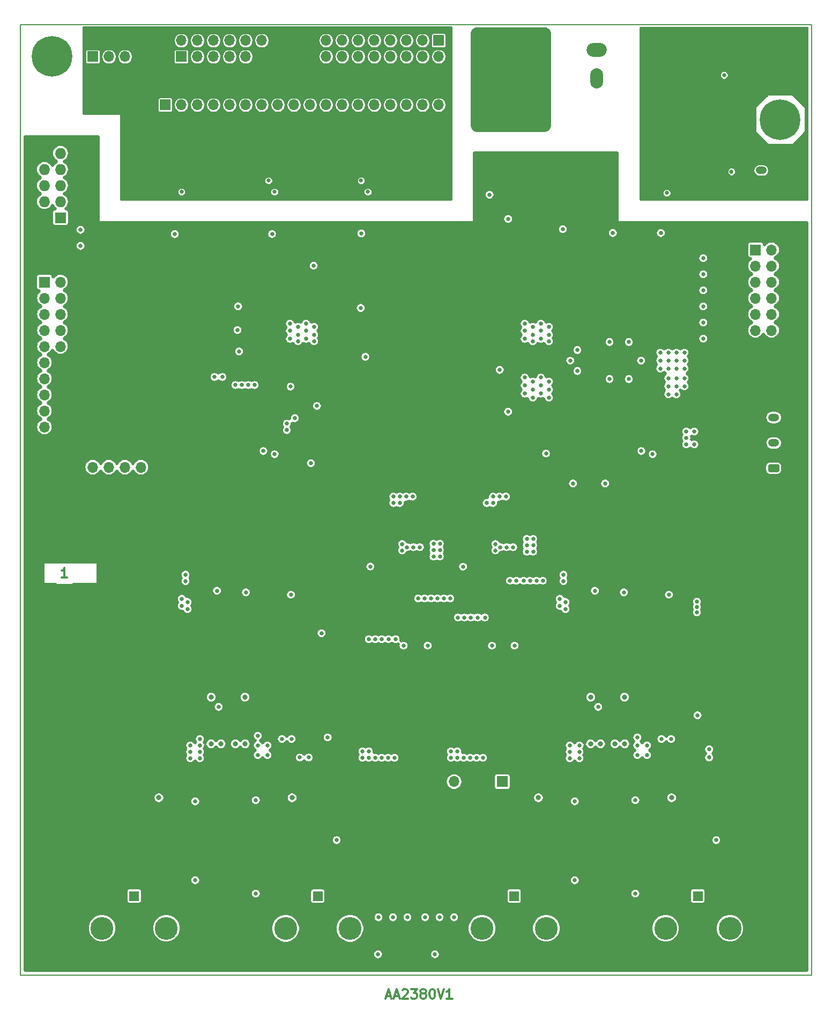
<source format=gbr>
G04 #@! TF.GenerationSoftware,KiCad,Pcbnew,5.0.2-bee76a0~70~ubuntu16.04.1*
G04 #@! TF.CreationDate,2019-03-08T17:41:57+01:00*
G04 #@! TF.ProjectId,AA2380V1,41413233-3830-4563-912e-6b696361645f,1.0*
G04 #@! TF.SameCoordinates,Original*
G04 #@! TF.FileFunction,Copper,L2,Inr*
G04 #@! TF.FilePolarity,Positive*
%FSLAX46Y46*%
G04 Gerber Fmt 4.6, Leading zero omitted, Abs format (unit mm)*
G04 Created by KiCad (PCBNEW 5.0.2-bee76a0~70~ubuntu16.04.1) date ven. 08 mars 2019 17:41:57 CET*
%MOMM*%
%LPD*%
G01*
G04 APERTURE LIST*
G04 #@! TA.AperFunction,NonConductor*
%ADD10C,0.300000*%
G04 #@! TD*
G04 #@! TA.AperFunction,NonConductor*
%ADD11C,0.150000*%
G04 #@! TD*
G04 #@! TA.AperFunction,ViaPad*
%ADD12C,0.650000*%
G04 #@! TD*
G04 #@! TA.AperFunction,ViaPad*
%ADD13O,1.700000X1.700000*%
G04 #@! TD*
G04 #@! TA.AperFunction,ViaPad*
%ADD14R,1.700000X1.700000*%
G04 #@! TD*
G04 #@! TA.AperFunction,ViaPad*
%ADD15C,0.970000*%
G04 #@! TD*
G04 #@! TA.AperFunction,ViaPad*
%ADD16C,6.400000*%
G04 #@! TD*
G04 #@! TA.AperFunction,ViaPad*
%ADD17C,0.800000*%
G04 #@! TD*
G04 #@! TA.AperFunction,ViaPad*
%ADD18R,1.500000X1.500000*%
G04 #@! TD*
G04 #@! TA.AperFunction,ViaPad*
%ADD19C,1.500000*%
G04 #@! TD*
G04 #@! TA.AperFunction,ViaPad*
%ADD20C,3.600000*%
G04 #@! TD*
G04 #@! TA.AperFunction,ViaPad*
%ADD21O,2.000000X3.200000*%
G04 #@! TD*
G04 #@! TA.AperFunction,ViaPad*
%ADD22O,3.200000X2.200000*%
G04 #@! TD*
G04 #@! TA.AperFunction,ViaPad*
%ADD23O,1.727200X1.727200*%
G04 #@! TD*
G04 #@! TA.AperFunction,ViaPad*
%ADD24R,1.727200X1.727200*%
G04 #@! TD*
G04 #@! TA.AperFunction,ViaPad*
%ADD25O,1.750000X1.200000*%
G04 #@! TD*
G04 #@! TA.AperFunction,Conductor*
%ADD26C,0.100000*%
G04 #@! TD*
G04 #@! TA.AperFunction,ViaPad*
%ADD27C,1.200000*%
G04 #@! TD*
G04 #@! TA.AperFunction,Conductor*
%ADD28C,0.254000*%
G04 #@! TD*
G04 #@! TA.AperFunction,Conductor*
%ADD29C,0.500000*%
G04 #@! TD*
G04 APERTURE END LIST*
D10*
X96785714Y-209250000D02*
X97500000Y-209250000D01*
X96642857Y-209678571D02*
X97142857Y-208178571D01*
X97642857Y-209678571D01*
X98071428Y-209250000D02*
X98785714Y-209250000D01*
X97928571Y-209678571D02*
X98428571Y-208178571D01*
X98928571Y-209678571D01*
X99357142Y-208321428D02*
X99428571Y-208250000D01*
X99571428Y-208178571D01*
X99928571Y-208178571D01*
X100071428Y-208250000D01*
X100142857Y-208321428D01*
X100214285Y-208464285D01*
X100214285Y-208607142D01*
X100142857Y-208821428D01*
X99285714Y-209678571D01*
X100214285Y-209678571D01*
X100714285Y-208178571D02*
X101642857Y-208178571D01*
X101142857Y-208750000D01*
X101357142Y-208750000D01*
X101500000Y-208821428D01*
X101571428Y-208892857D01*
X101642857Y-209035714D01*
X101642857Y-209392857D01*
X101571428Y-209535714D01*
X101500000Y-209607142D01*
X101357142Y-209678571D01*
X100928571Y-209678571D01*
X100785714Y-209607142D01*
X100714285Y-209535714D01*
X102500000Y-208821428D02*
X102357142Y-208750000D01*
X102285714Y-208678571D01*
X102214285Y-208535714D01*
X102214285Y-208464285D01*
X102285714Y-208321428D01*
X102357142Y-208250000D01*
X102500000Y-208178571D01*
X102785714Y-208178571D01*
X102928571Y-208250000D01*
X103000000Y-208321428D01*
X103071428Y-208464285D01*
X103071428Y-208535714D01*
X103000000Y-208678571D01*
X102928571Y-208750000D01*
X102785714Y-208821428D01*
X102500000Y-208821428D01*
X102357142Y-208892857D01*
X102285714Y-208964285D01*
X102214285Y-209107142D01*
X102214285Y-209392857D01*
X102285714Y-209535714D01*
X102357142Y-209607142D01*
X102500000Y-209678571D01*
X102785714Y-209678571D01*
X102928571Y-209607142D01*
X103000000Y-209535714D01*
X103071428Y-209392857D01*
X103071428Y-209107142D01*
X103000000Y-208964285D01*
X102928571Y-208892857D01*
X102785714Y-208821428D01*
X104000000Y-208178571D02*
X104142857Y-208178571D01*
X104285714Y-208250000D01*
X104357142Y-208321428D01*
X104428571Y-208464285D01*
X104500000Y-208750000D01*
X104500000Y-209107142D01*
X104428571Y-209392857D01*
X104357142Y-209535714D01*
X104285714Y-209607142D01*
X104142857Y-209678571D01*
X104000000Y-209678571D01*
X103857142Y-209607142D01*
X103785714Y-209535714D01*
X103714285Y-209392857D01*
X103642857Y-209107142D01*
X103642857Y-208750000D01*
X103714285Y-208464285D01*
X103785714Y-208321428D01*
X103857142Y-208250000D01*
X104000000Y-208178571D01*
X104928571Y-208178571D02*
X105428571Y-209678571D01*
X105928571Y-208178571D01*
X107214285Y-209678571D02*
X106357142Y-209678571D01*
X106785714Y-209678571D02*
X106785714Y-208178571D01*
X106642857Y-208392857D01*
X106500000Y-208535714D01*
X106357142Y-208607142D01*
X46413571Y-143243571D02*
X45556428Y-143243571D01*
X45985000Y-143243571D02*
X45985000Y-141743571D01*
X45842142Y-141957857D01*
X45699285Y-142100714D01*
X45556428Y-142172142D01*
D11*
X164000000Y-206000000D02*
X164000000Y-56000000D01*
X39000000Y-56000000D02*
X164000000Y-56000000D01*
X39000000Y-206000000D02*
X39000000Y-56000000D01*
X164000000Y-206000000D02*
X39000000Y-206000000D01*
D12*
G04 #@! TO.N,GND*
G04 #@! TO.C,U10*
X71329000Y-165860000D03*
X72329000Y-165860000D03*
X72329000Y-164860000D03*
X71329000Y-164860000D03*
X71829000Y-165360000D03*
G04 #@! TD*
G04 #@! TO.N,GND*
G04 #@! TO.C,U8*
X131273000Y-165860000D03*
X132273000Y-165860000D03*
X132273000Y-164860000D03*
X131273000Y-164860000D03*
X131773000Y-165360000D03*
G04 #@! TD*
G04 #@! TO.N,GND*
G04 #@! TO.C,U15*
X112588000Y-135696060D03*
X111588000Y-135696060D03*
X111588000Y-136696060D03*
X112588000Y-136696060D03*
G04 #@! TD*
G04 #@! TO.N,GND*
G04 #@! TO.C,U17*
X97956894Y-135693486D03*
X96956894Y-135693486D03*
X96956894Y-136693486D03*
X97956894Y-136693486D03*
G04 #@! TD*
D13*
G04 #@! TO.N,GNDD*
G04 #@! TO.C,J16*
X105055000Y-66140000D03*
G04 #@! TO.N,ISIN_PIN5*
X105055000Y-68680000D03*
G04 #@! TO.N,GNDD*
X102515000Y-66140000D03*
G04 #@! TO.N,ISIN_PIN4*
X102515000Y-68680000D03*
G04 #@! TO.N,GNDD*
X99975000Y-66140000D03*
G04 #@! TO.N,ISOUT_PIN11*
X99975000Y-68680000D03*
G04 #@! TO.N,GNDD*
X97435000Y-66140000D03*
G04 #@! TO.N,ISOUT_PIN10*
X97435000Y-68680000D03*
G04 #@! TO.N,GNDD*
X94895000Y-66140000D03*
G04 #@! TO.N,ISOUT_PIN9*
X94895000Y-68680000D03*
G04 #@! TO.N,GNDD*
X92355000Y-66140000D03*
G04 #@! TO.N,ISOUT_PIN8*
X92355000Y-68680000D03*
G04 #@! TO.N,GNDD*
X89815000Y-66140000D03*
G04 #@! TO.N,ISIN_PIN3*
X89815000Y-68680000D03*
G04 #@! TO.N,GNDD*
X87275000Y-66140000D03*
G04 #@! TO.N,ISIN_PIN2*
X87275000Y-68680000D03*
G04 #@! TO.N,GNDD*
X84735000Y-66140000D03*
G04 #@! TO.N,ISOUT_PIN7*
X84735000Y-68680000D03*
G04 #@! TO.N,GNDD*
X82195000Y-66140000D03*
G04 #@! TO.N,ISOUT_PIN6*
X82195000Y-68680000D03*
G04 #@! TO.N,GNDD*
X79655000Y-66140000D03*
G04 #@! TO.N,ISOUT_PIN5*
X79655000Y-68680000D03*
G04 #@! TO.N,GNDD*
X77115000Y-66140000D03*
G04 #@! TO.N,ISOUT_PIN4*
X77115000Y-68680000D03*
G04 #@! TO.N,GNDD*
X74575000Y-66140000D03*
G04 #@! TO.N,ISIN_PIN1*
X74575000Y-68680000D03*
G04 #@! TO.N,GNDD*
X72035000Y-66140000D03*
G04 #@! TO.N,ISIN_PIN0*
X72035000Y-68680000D03*
G04 #@! TO.N,GNDD*
X69495000Y-66140000D03*
G04 #@! TO.N,ISOUT_PIN3*
X69495000Y-68680000D03*
G04 #@! TO.N,GNDD*
X66955000Y-66140000D03*
G04 #@! TO.N,ISOUT_PIN2*
X66955000Y-68680000D03*
G04 #@! TO.N,GNDD*
X64415000Y-66140000D03*
G04 #@! TO.N,ISOUT_PIN1*
X64415000Y-68680000D03*
G04 #@! TO.N,GNDD*
X61875000Y-66140000D03*
D14*
G04 #@! TO.N,ISOUT_PIN0*
X61875000Y-68680000D03*
G04 #@! TD*
D15*
G04 #@! TO.N,Net-(C128-Pad2)*
G04 #@! TO.C,J24*
X112635000Y-62205000D03*
X121395000Y-62205000D03*
G04 #@! TD*
D12*
G04 #@! TO.N,GND*
G04 #@! TO.C,U14*
X116270000Y-157139060D03*
X114270000Y-157139060D03*
X114270000Y-155639060D03*
X115270000Y-156389060D03*
X116286000Y-155627060D03*
G04 #@! TD*
D13*
G04 #@! TO.N,GNDD*
G04 #@! TO.C,J14*
X58065000Y-61065000D03*
G04 #@! TO.N,ISIN_PIN2*
X55525000Y-61065000D03*
G04 #@! TO.N,Net-(J14-Pad2)*
X52985000Y-61065000D03*
D14*
G04 #@! TO.N,3V3in*
X50445000Y-61065000D03*
G04 #@! TD*
D16*
G04 #@! TO.N,GND*
G04 #@! TO.C,H2*
X159015000Y-200985000D03*
D17*
X159015000Y-198585000D03*
X160712056Y-199287944D03*
X161415000Y-200985000D03*
X160712056Y-202682056D03*
X159015000Y-203385000D03*
X157317944Y-202682056D03*
X156615000Y-200985000D03*
X157317944Y-199287944D03*
G04 #@! TD*
G04 #@! TO.N,Net-(H3-Pad1)*
G04 #@! TO.C,H3*
X45712056Y-59287944D03*
X44015000Y-58585000D03*
X42317944Y-59287944D03*
X41615000Y-60985000D03*
X42317944Y-62682056D03*
X44015000Y-63385000D03*
X45712056Y-62682056D03*
X46415000Y-60985000D03*
D16*
X44015000Y-60985000D03*
G04 #@! TD*
D17*
G04 #@! TO.N,GND*
G04 #@! TO.C,H5*
X42317944Y-199287944D03*
X41615000Y-200985000D03*
X42317944Y-202682056D03*
X44015000Y-203385000D03*
X45712056Y-202682056D03*
X46415000Y-200985000D03*
X45712056Y-199287944D03*
X44015000Y-198585000D03*
D16*
X44015000Y-200985000D03*
G04 #@! TD*
G04 #@! TO.N,Net-(H6-Pad1)*
G04 #@! TO.C,H6*
X159000000Y-71000000D03*
D17*
X159000000Y-68600000D03*
X160697056Y-69302944D03*
X161400000Y-71000000D03*
X160697056Y-72697056D03*
X159000000Y-73400000D03*
X157302944Y-72697056D03*
X156600000Y-71000000D03*
X157302944Y-69302944D03*
G04 #@! TD*
D13*
G04 #@! TO.N,ISIN_PIN1*
G04 #@! TO.C,J11*
X77115000Y-58525000D03*
G04 #@! TO.N,GNDD*
X77115000Y-61065000D03*
G04 #@! TO.N,ISIN_PIN0*
X74575000Y-58525000D03*
G04 #@! TO.N,Net-(J11-Pad9)*
X74575000Y-61065000D03*
G04 #@! TO.N,ISOUT_PIN3*
X72035000Y-58525000D03*
G04 #@! TO.N,Net-(J11-Pad7)*
X72035000Y-61065000D03*
G04 #@! TO.N,ISOUT_PIN2*
X69495000Y-58525000D03*
G04 #@! TO.N,Net-(J11-Pad5)*
X69495000Y-61065000D03*
G04 #@! TO.N,ISOUT_PIN1*
X66955000Y-58525000D03*
G04 #@! TO.N,Net-(J11-Pad3)*
X66955000Y-61065000D03*
G04 #@! TO.N,ISOUT_PIN0*
X64415000Y-58525000D03*
D14*
G04 #@! TO.N,Net-(J11-Pad1)*
X64415000Y-61065000D03*
G04 #@! TD*
D13*
G04 #@! TO.N,Net-(J13-Pad16)*
G04 #@! TO.C,J13*
X87275000Y-61060000D03*
G04 #@! TO.N,ISOUT_PIN4*
X87275000Y-58520000D03*
G04 #@! TO.N,Net-(J13-Pad14)*
X89815000Y-61060000D03*
G04 #@! TO.N,ISOUT_PIN3*
X89815000Y-58520000D03*
G04 #@! TO.N,Net-(J13-Pad12)*
X92355000Y-61060000D03*
G04 #@! TO.N,ISIN_PIN2*
X92355000Y-58520000D03*
G04 #@! TO.N,Net-(J13-Pad10)*
X94895000Y-61060000D03*
G04 #@! TO.N,Net-(J13-Pad9)*
X94895000Y-58520000D03*
G04 #@! TO.N,ISIN_PIN1*
X97435000Y-61060000D03*
G04 #@! TO.N,Net-(J13-Pad7)*
X97435000Y-58520000D03*
G04 #@! TO.N,ISIN_PIN0*
X99975000Y-61060000D03*
G04 #@! TO.N,ISOUT_PIN2*
X99975000Y-58520000D03*
G04 #@! TO.N,Net-(J13-Pad4)*
X102515000Y-61060000D03*
G04 #@! TO.N,ISOUT_PIN1*
X102515000Y-58520000D03*
G04 #@! TO.N,ISOUT_PIN5*
X105055000Y-61060000D03*
D14*
G04 #@! TO.N,ISOUT_PIN0*
X105055000Y-58520000D03*
G04 #@! TD*
D18*
G04 #@! TO.N,Net-(D36-Pad1)*
G04 #@! TO.C,J2*
X146000000Y-193500000D03*
D19*
G04 #@! TO.N,GND*
X148540000Y-193500000D03*
D20*
G04 #@! TO.N,N/C*
X151080000Y-198580000D03*
X140920000Y-198580000D03*
G04 #@! TD*
D18*
G04 #@! TO.N,Net-(D1-Pad1)*
G04 #@! TO.C,J4*
X117000000Y-193500000D03*
D19*
G04 #@! TO.N,GND*
X119540000Y-193500000D03*
D20*
G04 #@! TO.N,N/C*
X122080000Y-198580000D03*
X111920000Y-198580000D03*
G04 #@! TD*
G04 #@! TO.N,N/C*
G04 #@! TO.C,J5*
X80905000Y-198595000D03*
X91065000Y-198595000D03*
D19*
G04 #@! TO.N,GND*
X88525000Y-193515000D03*
D18*
G04 #@! TO.N,Net-(D37-Pad1)*
X85985000Y-193515000D03*
G04 #@! TD*
G04 #@! TO.N,Net-(D2-Pad1)*
G04 #@! TO.C,J7*
X56985000Y-193485000D03*
D19*
G04 #@! TO.N,GND*
X59525000Y-193485000D03*
D20*
G04 #@! TO.N,N/C*
X62065000Y-198565000D03*
X51905000Y-198565000D03*
G04 #@! TD*
D14*
G04 #@! TO.N,GND*
G04 #@! TO.C,J17*
X50430000Y-128390000D03*
D13*
G04 #@! TO.N,CONF0*
X50430000Y-125850000D03*
G04 #@! TO.N,GND*
X52970000Y-128390000D03*
G04 #@! TO.N,CONF1*
X52970000Y-125850000D03*
G04 #@! TO.N,GND*
X55510000Y-128390000D03*
G04 #@! TO.N,CONF2*
X55510000Y-125850000D03*
G04 #@! TO.N,GND*
X58050000Y-128390000D03*
G04 #@! TO.N,CONF3*
X58050000Y-125850000D03*
G04 #@! TD*
G04 #@! TO.N,GND*
G04 #@! TO.C,J18*
X157649999Y-106799988D03*
X155109999Y-106799988D03*
G04 #@! TO.N,LED_SE*
X157649999Y-104259988D03*
G04 #@! TO.N,LED192k*
X155109999Y-104259988D03*
G04 #@! TO.N,LED_CAL*
X157649999Y-101719988D03*
G04 #@! TO.N,LED96k*
X155109999Y-101719988D03*
G04 #@! TO.N,LED_filtoff*
X157649999Y-99179988D03*
G04 #@! TO.N,LED48k*
X155109999Y-99179988D03*
G04 #@! TO.N,LEDavg2*
X157649999Y-96639988D03*
G04 #@! TO.N,ROT_Push*
X155109999Y-96639988D03*
G04 #@! TO.N,LEDavg1*
X157649999Y-94099988D03*
G04 #@! TO.N,ROT_Tb*
X155109999Y-94099988D03*
G04 #@! TO.N,LEDavg0*
X157649999Y-91559988D03*
D14*
G04 #@! TO.N,ROT_Ta*
X155109999Y-91559988D03*
G04 #@! TD*
D21*
G04 #@! TO.N,Net-(J23-Pad1)*
G04 #@! TO.C,J23*
X130015000Y-64485000D03*
D22*
G04 #@! TO.N,Net-(C122-Pad2)*
X130015000Y-59985000D03*
G04 #@! TD*
D14*
G04 #@! TO.N,UIO_00*
G04 #@! TO.C,J12*
X42810000Y-96640000D03*
D13*
G04 #@! TO.N,UIO_10*
X45350000Y-96640000D03*
G04 #@! TO.N,UIO_01*
X42810000Y-99180000D03*
G04 #@! TO.N,Net-(J12-Pad4)*
X45350000Y-99180000D03*
G04 #@! TO.N,UIO_02*
X42810000Y-101720000D03*
G04 #@! TO.N,Net-(J12-Pad6)*
X45350000Y-101720000D03*
G04 #@! TO.N,UIO_03*
X42810000Y-104260000D03*
G04 #@! TO.N,+3V3*
X45350000Y-104260000D03*
G04 #@! TO.N,UIO_04*
X42810000Y-106800000D03*
G04 #@! TO.N,+3V3*
X45350000Y-106800000D03*
G04 #@! TO.N,UIO_05*
X42810000Y-109340000D03*
G04 #@! TO.N,GND*
X45350000Y-109340000D03*
G04 #@! TO.N,UIO_06*
X42810000Y-111880000D03*
G04 #@! TO.N,GND*
X45350000Y-111880000D03*
G04 #@! TO.N,UIO_07*
X42810000Y-114420000D03*
G04 #@! TO.N,GND*
X45350000Y-114420000D03*
G04 #@! TO.N,UIO_08*
X42810000Y-116960000D03*
G04 #@! TO.N,GND*
X45350000Y-116960000D03*
G04 #@! TO.N,UIO_09*
X42810000Y-119500000D03*
G04 #@! TO.N,GND*
X45350000Y-119500000D03*
G04 #@! TD*
G04 #@! TO.N,VEE*
G04 #@! TO.C,J10*
X107507642Y-175449000D03*
G04 #@! TO.N,GND*
X110047642Y-175449000D03*
X112587642Y-175449000D03*
D14*
G04 #@! TO.N,VAA*
X115127642Y-175449000D03*
G04 #@! TD*
D23*
G04 #@! TO.N,GND*
G04 #@! TO.C,J19*
X42810000Y-76320000D03*
G04 #@! TO.N,JTAG_TDI*
X45350000Y-76320000D03*
G04 #@! TO.N,Net-(J19-Pad8)*
X42810000Y-78860000D03*
G04 #@! TO.N,Net-(J19-Pad7)*
X45350000Y-78860000D03*
G04 #@! TO.N,Net-(J19-Pad6)*
X42810000Y-81400000D03*
G04 #@! TO.N,JTAG_TMS*
X45350000Y-81400000D03*
G04 #@! TO.N,+3V3*
X42810000Y-83940000D03*
G04 #@! TO.N,JTAG_TDO*
X45350000Y-83940000D03*
G04 #@! TO.N,GND*
X42810000Y-86480000D03*
D24*
G04 #@! TO.N,JTAG_TCK*
X45350000Y-86480000D03*
G04 #@! TD*
D15*
G04 #@! TO.N,GNDS*
G04 #@! TO.C,J20*
X147395000Y-62425000D03*
X138635000Y-62425000D03*
G04 #@! TD*
G04 #@! TO.N,GNDS*
G04 #@! TO.C,J21*
X150635000Y-62425000D03*
X159395000Y-62425000D03*
G04 #@! TD*
D25*
G04 #@! TO.N,GND*
G04 #@! TO.C,J9*
X158000000Y-116000000D03*
G04 #@! TO.N,Net-(F1-Pad2)*
X158000000Y-118000000D03*
G04 #@! TO.N,GND*
X158000000Y-120000000D03*
G04 #@! TO.N,Net-(F3-Pad2)*
X158000000Y-122000000D03*
G04 #@! TO.N,GND*
X158000000Y-124000000D03*
D26*
G04 #@! TO.N,Net-(F2-Pad2)*
G36*
X158649505Y-125401204D02*
X158673773Y-125404804D01*
X158697572Y-125410765D01*
X158720671Y-125419030D01*
X158742850Y-125429520D01*
X158763893Y-125442132D01*
X158783599Y-125456747D01*
X158801777Y-125473223D01*
X158818253Y-125491401D01*
X158832868Y-125511107D01*
X158845480Y-125532150D01*
X158855970Y-125554329D01*
X158864235Y-125577428D01*
X158870196Y-125601227D01*
X158873796Y-125625495D01*
X158875000Y-125649999D01*
X158875000Y-126350001D01*
X158873796Y-126374505D01*
X158870196Y-126398773D01*
X158864235Y-126422572D01*
X158855970Y-126445671D01*
X158845480Y-126467850D01*
X158832868Y-126488893D01*
X158818253Y-126508599D01*
X158801777Y-126526777D01*
X158783599Y-126543253D01*
X158763893Y-126557868D01*
X158742850Y-126570480D01*
X158720671Y-126580970D01*
X158697572Y-126589235D01*
X158673773Y-126595196D01*
X158649505Y-126598796D01*
X158625001Y-126600000D01*
X157374999Y-126600000D01*
X157350495Y-126598796D01*
X157326227Y-126595196D01*
X157302428Y-126589235D01*
X157279329Y-126580970D01*
X157257150Y-126570480D01*
X157236107Y-126557868D01*
X157216401Y-126543253D01*
X157198223Y-126526777D01*
X157181747Y-126508599D01*
X157167132Y-126488893D01*
X157154520Y-126467850D01*
X157144030Y-126445671D01*
X157135765Y-126422572D01*
X157129804Y-126398773D01*
X157126204Y-126374505D01*
X157125000Y-126350001D01*
X157125000Y-125649999D01*
X157126204Y-125625495D01*
X157129804Y-125601227D01*
X157135765Y-125577428D01*
X157144030Y-125554329D01*
X157154520Y-125532150D01*
X157167132Y-125511107D01*
X157181747Y-125491401D01*
X157198223Y-125473223D01*
X157216401Y-125456747D01*
X157236107Y-125442132D01*
X157257150Y-125429520D01*
X157279329Y-125419030D01*
X157302428Y-125410765D01*
X157326227Y-125404804D01*
X157350495Y-125401204D01*
X157374999Y-125400000D01*
X158625001Y-125400000D01*
X158649505Y-125401204D01*
X158649505Y-125401204D01*
G37*
D27*
X158000000Y-126000000D03*
G04 #@! TD*
D25*
G04 #@! TO.N,Net-(J22-Pad2)*
G04 #@! TO.C,J22*
X156000000Y-79000000D03*
D26*
G04 #@! TO.N,GNDS*
G36*
X156649505Y-80401204D02*
X156673773Y-80404804D01*
X156697572Y-80410765D01*
X156720671Y-80419030D01*
X156742850Y-80429520D01*
X156763893Y-80442132D01*
X156783599Y-80456747D01*
X156801777Y-80473223D01*
X156818253Y-80491401D01*
X156832868Y-80511107D01*
X156845480Y-80532150D01*
X156855970Y-80554329D01*
X156864235Y-80577428D01*
X156870196Y-80601227D01*
X156873796Y-80625495D01*
X156875000Y-80649999D01*
X156875000Y-81350001D01*
X156873796Y-81374505D01*
X156870196Y-81398773D01*
X156864235Y-81422572D01*
X156855970Y-81445671D01*
X156845480Y-81467850D01*
X156832868Y-81488893D01*
X156818253Y-81508599D01*
X156801777Y-81526777D01*
X156783599Y-81543253D01*
X156763893Y-81557868D01*
X156742850Y-81570480D01*
X156720671Y-81580970D01*
X156697572Y-81589235D01*
X156673773Y-81595196D01*
X156649505Y-81598796D01*
X156625001Y-81600000D01*
X155374999Y-81600000D01*
X155350495Y-81598796D01*
X155326227Y-81595196D01*
X155302428Y-81589235D01*
X155279329Y-81580970D01*
X155257150Y-81570480D01*
X155236107Y-81557868D01*
X155216401Y-81543253D01*
X155198223Y-81526777D01*
X155181747Y-81508599D01*
X155167132Y-81488893D01*
X155154520Y-81467850D01*
X155144030Y-81445671D01*
X155135765Y-81422572D01*
X155129804Y-81398773D01*
X155126204Y-81374505D01*
X155125000Y-81350001D01*
X155125000Y-80649999D01*
X155126204Y-80625495D01*
X155129804Y-80601227D01*
X155135765Y-80577428D01*
X155144030Y-80554329D01*
X155154520Y-80532150D01*
X155167132Y-80511107D01*
X155181747Y-80491401D01*
X155198223Y-80473223D01*
X155216401Y-80456747D01*
X155236107Y-80442132D01*
X155257150Y-80429520D01*
X155279329Y-80419030D01*
X155302428Y-80410765D01*
X155326227Y-80404804D01*
X155350495Y-80401204D01*
X155374999Y-80400000D01*
X156625001Y-80400000D01*
X156649505Y-80401204D01*
X156649505Y-80401204D01*
G37*
D27*
X156000000Y-81000000D03*
G04 #@! TD*
D17*
G04 #@! TO.N,GND*
G04 #@! TO.C,H1*
X45697056Y-134302944D03*
X44000000Y-133600000D03*
X42302944Y-134302944D03*
X41600000Y-136000000D03*
X42302944Y-137697056D03*
X44000000Y-138400000D03*
X45697056Y-137697056D03*
X46400000Y-136000000D03*
D16*
X44000000Y-136000000D03*
G04 #@! TD*
G04 #@! TO.N,GND*
G04 #@! TO.C,H4*
X159000000Y-136000000D03*
D17*
X161400000Y-136000000D03*
X160697056Y-137697056D03*
X159000000Y-138400000D03*
X157302944Y-137697056D03*
X156600000Y-136000000D03*
X157302944Y-134302944D03*
X159000000Y-133600000D03*
X160697056Y-134302944D03*
G04 #@! TD*
D12*
G04 #@! TO.N,GND*
G04 #@! TO.C,U13*
X133964339Y-109020000D03*
X133964339Y-109770000D03*
X133214339Y-109020000D03*
X133214339Y-109770000D03*
X133214339Y-108270000D03*
X133964339Y-108270000D03*
X134714339Y-108270000D03*
X134714339Y-109020000D03*
X134714339Y-109770000D03*
G04 #@! TD*
G04 #@! TO.N,GND*
G04 #@! TO.C,U16*
X102309000Y-155627060D03*
X101293000Y-156389060D03*
X100293000Y-155639060D03*
X100293000Y-157139060D03*
X102293000Y-157139060D03*
G04 #@! TD*
G04 #@! TO.N,+3.3VA*
X124788001Y-143795499D03*
X124788000Y-142779500D03*
X77405000Y-123292167D03*
X79183000Y-123800167D03*
X138873000Y-123800167D03*
X137095000Y-123292167D03*
X121522000Y-143752000D03*
X119490000Y-143752000D03*
X120506000Y-143752000D03*
X84892642Y-125210000D03*
X122030000Y-123686000D03*
X65098000Y-142779501D03*
X65097999Y-143795501D03*
X65098001Y-143795499D03*
X65098000Y-142779500D03*
X118474000Y-143752000D03*
X117366560Y-143752000D03*
X116350560Y-143752000D03*
G04 #@! TO.N,+3V3*
X113119000Y-82853000D03*
X124685000Y-88294168D03*
X48525000Y-88385000D03*
X48525000Y-90925000D03*
X85337642Y-94055668D03*
X73544000Y-107562000D03*
X92761650Y-100708167D03*
X93497642Y-108407167D03*
X81672000Y-113132167D03*
X140154000Y-88900000D03*
X132600000Y-88900000D03*
X121207642Y-112965000D03*
X119937642Y-112330000D03*
X119937642Y-113600000D03*
X118667642Y-112965000D03*
X118667642Y-114235000D03*
X122477642Y-113600000D03*
X121207642Y-111695000D03*
X122477642Y-114870000D03*
X121207642Y-114235000D03*
X118667642Y-111695000D03*
X122477642Y-112330000D03*
X119937642Y-114870000D03*
X92863000Y-88962000D03*
X78766000Y-89071000D03*
X63399000Y-89071000D03*
X73405641Y-100454168D03*
X95500000Y-202697168D03*
X104500000Y-202697168D03*
X114730642Y-110497000D03*
G04 #@! TO.N,GNDD*
X90090000Y-82401000D03*
X104695000Y-82401000D03*
X75485000Y-82401000D03*
X60880000Y-82401000D03*
X63162000Y-74977000D03*
X68242000Y-74977000D03*
X73322000Y-75030000D03*
X78402000Y-74977000D03*
X83482000Y-74977000D03*
X88562000Y-74977000D03*
X93642000Y-74977000D03*
X98722000Y-74977000D03*
X103802000Y-74977000D03*
X58590000Y-58520000D03*
X91288000Y-81126000D03*
X76556000Y-81131000D03*
X106260502Y-82380860D03*
X105660000Y-81414000D03*
X70862000Y-73159000D03*
X86102000Y-73159000D03*
X101342000Y-73159000D03*
G04 #@! TO.N,3V3in*
X78207000Y-80623000D03*
G04 #@! TO.N,GNDD*
X78207000Y-79099000D03*
G04 #@! TO.N,3V3in*
X92812000Y-80623000D03*
G04 #@! TO.N,GNDD*
X92812000Y-79099000D03*
X106782003Y-79734000D03*
X106782002Y-77193999D03*
X106782002Y-74654000D03*
X106782002Y-72114000D03*
X106782003Y-67034000D03*
X106782002Y-64494000D03*
X106782002Y-69574000D03*
X106782002Y-59414000D03*
X106782003Y-61954000D03*
X94082000Y-56874000D03*
X96622000Y-56874000D03*
X78842000Y-56874000D03*
X99162000Y-56874000D03*
X104242000Y-56874000D03*
X89002000Y-56874000D03*
X73762000Y-56874000D03*
X101702000Y-56874000D03*
X76302000Y-56874000D03*
X81382000Y-56874000D03*
X91542000Y-56874000D03*
X86462000Y-56874000D03*
X83922000Y-56874000D03*
X106782000Y-56874000D03*
X58522000Y-56874000D03*
X68682000Y-56874000D03*
X53442000Y-56874000D03*
X55982000Y-56874000D03*
X61062000Y-56874000D03*
X71222000Y-56874000D03*
X50902000Y-56874000D03*
X66142000Y-56874000D03*
X63602000Y-56874000D03*
X96241000Y-75416000D03*
X96241000Y-72876000D03*
X91034000Y-75543000D03*
X91034000Y-73003000D03*
X81001000Y-72876000D03*
X81001000Y-75416000D03*
X75794000Y-73003000D03*
X75794000Y-75543000D03*
X65888000Y-75416000D03*
X65888000Y-72876000D03*
X58268000Y-82401000D03*
X55474000Y-79861000D03*
X55474000Y-82401000D03*
X55474000Y-72241000D03*
X55474000Y-77321000D03*
X55474001Y-74781000D03*
X52172000Y-69573999D03*
X49632000Y-69574000D03*
X54712000Y-69574000D03*
G04 #@! TO.N,3V3in*
X93879000Y-82401000D03*
X79147000Y-82401000D03*
X64477502Y-82401000D03*
G04 #@! TO.N,+1V8*
X73290000Y-104208167D03*
X121208620Y-103185880D03*
X122477642Y-103694000D03*
X118667642Y-104329000D03*
X119937642Y-104964000D03*
X118668620Y-103185880D03*
X119937642Y-103694000D03*
X121207642Y-104329000D03*
X122477642Y-104964000D03*
X118667642Y-105599000D03*
X119937642Y-105979880D03*
X121207642Y-105599000D03*
X122478620Y-105979880D03*
X84123642Y-104329000D03*
X82853642Y-103694000D03*
X82853642Y-104964000D03*
X81583642Y-104329000D03*
X81583642Y-105599000D03*
X85393642Y-104964000D03*
X84124620Y-103185880D03*
X85393642Y-105979880D03*
X84123642Y-105599000D03*
X81584620Y-103185880D03*
X85393642Y-103694000D03*
X82853642Y-105979880D03*
G04 #@! TO.N,VAA*
X136447642Y-168464000D03*
X136447642Y-169734000D03*
X136447642Y-171258000D03*
X137971642Y-169734000D03*
X137971642Y-171258000D03*
X140257642Y-168718000D03*
X141781642Y-168718000D03*
X80313642Y-168718000D03*
X81837642Y-168709000D03*
X76503642Y-168210000D03*
X76503642Y-169734000D03*
X76503642Y-171258000D03*
X78027642Y-169734000D03*
X78027642Y-171258000D03*
X107008000Y-171677560D03*
X109040000Y-171677560D03*
X111072000Y-171677560D03*
X107008000Y-170661560D03*
X108024000Y-170661560D03*
X110056000Y-171677560D03*
X112088000Y-171677560D03*
X108024000Y-171677560D03*
X130261000Y-163658000D03*
X70317000Y-163658000D03*
G04 #@! TO.N,+12VA*
X86565000Y-152030500D03*
X110169060Y-149544000D03*
X109153060Y-149544000D03*
X108137060Y-149544000D03*
X111235000Y-149544000D03*
X112378000Y-149544000D03*
X117041000Y-153989060D03*
X113485000Y-153989060D03*
X145861860Y-147058988D03*
X145861860Y-147889771D03*
X145861860Y-148709988D03*
G04 #@! TO.N,VEE*
X145972642Y-164974000D03*
X127303642Y-169734000D03*
X127303642Y-170750000D03*
X127303642Y-171766000D03*
X125779642Y-171766000D03*
X125779642Y-169734000D03*
X125779642Y-170750000D03*
X67359642Y-171766000D03*
X65835642Y-171766000D03*
X67359642Y-169734000D03*
X65835642Y-170750000D03*
X67359642Y-170750000D03*
X65835642Y-169734000D03*
X67359642Y-168718000D03*
X94054000Y-170661560D03*
X93038000Y-170661560D03*
X93038000Y-171677560D03*
X94054000Y-171677560D03*
X97102000Y-171677560D03*
X98118000Y-171677560D03*
X95070000Y-171677560D03*
X96086000Y-171677560D03*
X87559000Y-168464000D03*
G04 #@! TO.N,+2V5*
X104885000Y-146546000D03*
X106917000Y-146546000D03*
X105901000Y-146546000D03*
X101837000Y-146546000D03*
X103869000Y-146546000D03*
X102853000Y-146546000D03*
X125105500Y-148240500D03*
X125105500Y-147097500D03*
X124216500Y-146589500D03*
X124216500Y-147732500D03*
X65415500Y-148240500D03*
X65415500Y-147097500D03*
X64526500Y-146589500D03*
X64526500Y-147732500D03*
G04 #@! TO.N,Net-(C40-Pad2)*
X74623000Y-145573500D03*
X81735000Y-145954500D03*
G04 #@! TO.N,Net-(C69-Pad1)*
X132068846Y-106099000D03*
X126988846Y-107369000D03*
G04 #@! TO.N,+5V*
X140069845Y-107750000D03*
X140069844Y-109020000D03*
X140069844Y-110290000D03*
X141339845Y-107749999D03*
X141339845Y-109019999D03*
X141339845Y-110290001D03*
X135116845Y-111940999D03*
X135116845Y-106099001D03*
X125845846Y-109020000D03*
X137042642Y-109020000D03*
X141339845Y-111814000D03*
X141339844Y-113084000D03*
X141339844Y-114354000D03*
X142609845Y-111813999D03*
X142609845Y-113083999D03*
X142609845Y-114354001D03*
X142609844Y-109020000D03*
X142609844Y-110290000D03*
X142609845Y-107750000D03*
X143879845Y-111813999D03*
X143879845Y-113083999D03*
X143879844Y-109020000D03*
X143879845Y-107750000D03*
X143879844Y-110290000D03*
X113653845Y-131499001D03*
X112637845Y-131499001D03*
X113653845Y-130483001D03*
X114669845Y-130483001D03*
X115685845Y-130483001D03*
X99937845Y-130483001D03*
X100953845Y-130483001D03*
X97905845Y-130483001D03*
X98921845Y-131499001D03*
X97905845Y-131499001D03*
X98921845Y-130483001D03*
X148909642Y-184674000D03*
X126587642Y-178567168D03*
X66643642Y-178567168D03*
X66643642Y-191013168D03*
X126587642Y-191013168D03*
X88965642Y-184674000D03*
G04 #@! TO.N,Net-(C78-Pad1)*
X116858452Y-138455377D03*
X108913000Y-141530060D03*
X114064452Y-137947377D03*
X114064452Y-138963377D03*
X114826452Y-138455377D03*
X115842452Y-138455377D03*
X118982000Y-138164000D03*
X118982000Y-139180000D03*
X118982000Y-137148000D03*
X119998000Y-138164000D03*
X119998000Y-137148000D03*
X119998000Y-139180000D03*
G04 #@! TO.N,-12VA*
X94040060Y-152973000D03*
X97138000Y-152973000D03*
X98281000Y-152973000D03*
X95056060Y-152973000D03*
X96072060Y-152973000D03*
X103325000Y-153989060D03*
X99515000Y-153989060D03*
X144195920Y-120203771D03*
X145457999Y-120203771D03*
X144195920Y-122235771D03*
X144195920Y-121219771D03*
X145457999Y-122235771D03*
G04 #@! TO.N,Net-(C85-Pad1)*
X99332452Y-137947377D03*
X99332452Y-138963377D03*
X100094452Y-138455377D03*
X101110452Y-138455377D03*
X102126452Y-138455377D03*
X94281894Y-141503377D03*
X104250000Y-138926000D03*
X104250000Y-139942000D03*
X105266000Y-139942000D03*
X105266000Y-138926000D03*
X105266000Y-137910000D03*
X104250000Y-137910000D03*
G04 #@! TO.N,LED_SE*
X146854999Y-105551988D03*
G04 #@! TO.N,LED_CAL*
X146854999Y-103011988D03*
G04 #@! TO.N,LEDavg2*
X146854999Y-97931988D03*
G04 #@! TO.N,LED_filtoff*
X146854999Y-100471988D03*
G04 #@! TO.N,LEDavg1*
X146854999Y-95391988D03*
G04 #@! TO.N,LEDavg0*
X146854999Y-92851988D03*
G04 #@! TO.N,FILTER_CH1*
X147777562Y-170338520D03*
X82361642Y-118115168D03*
G04 #@! TO.N,SE_CH1*
X147777562Y-171639000D03*
X85853642Y-116180167D03*
G04 #@! TO.N,FILTER_CH2*
X83139642Y-171639000D03*
X69661642Y-111608168D03*
G04 #@! TO.N,SE_CH2*
X70931642Y-111608168D03*
X84536642Y-171639000D03*
G04 #@! TO.N,LED1_Y*
X73979642Y-112878168D03*
X97855642Y-196855168D03*
G04 #@! TO.N,LED1_G*
X72963642Y-112878168D03*
X95569642Y-196855168D03*
G04 #@! TO.N,LED1_R*
X74995642Y-112878168D03*
X100141642Y-196855168D03*
G04 #@! TO.N,LED2_Y*
X81091642Y-119990168D03*
X105221642Y-196855168D03*
G04 #@! TO.N,LED2_G*
X76011642Y-112878168D03*
X102935642Y-196855168D03*
G04 #@! TO.N,LED2_R*
X81091642Y-118974168D03*
X107507642Y-196855168D03*
G04 #@! TO.N,CLKEXT*
X116037998Y-117087000D03*
X116037998Y-86676000D03*
G04 #@! TO.N,GNDS*
X137299000Y-82546000D03*
X144538000Y-77466000D03*
X144538000Y-78990000D03*
X137426000Y-74451000D03*
X151142000Y-74451000D03*
X145427000Y-69371000D03*
X146885000Y-82546000D03*
X137299000Y-80006000D03*
X137299000Y-76831000D03*
X149364000Y-82546000D03*
X162699000Y-76196000D03*
X159524000Y-82546000D03*
X155079000Y-74291000D03*
X153809000Y-71751000D03*
X146189000Y-66036000D03*
X144919000Y-58416000D03*
X144919000Y-60956000D03*
X141109000Y-58416000D03*
X141109000Y-60956000D03*
X156984000Y-60956000D03*
X156984000Y-58416000D03*
X153174000Y-60956000D03*
X153174000Y-58416000D03*
X156984000Y-65401000D03*
X159524000Y-65401000D03*
X137299000Y-71116000D03*
X137299000Y-67941000D03*
X137299000Y-63496000D03*
X156349000Y-82546000D03*
X162699000Y-82546000D03*
X162699000Y-79371000D03*
X162699000Y-67306000D03*
X162699000Y-60956000D03*
X162699000Y-64131000D03*
X162699000Y-57146000D03*
G04 #@! TO.N,VCC*
X141109000Y-82546000D03*
X150166000Y-63980500D03*
X151313642Y-79215000D03*
G04 #@! TO.N,Net-(C128-Pad2)*
X110705502Y-69807860D03*
X110705502Y-65997860D03*
X110705502Y-67902860D03*
X110705502Y-64092860D03*
X110705502Y-62187860D03*
X110705502Y-71712860D03*
X120992502Y-71712860D03*
X114642502Y-71712860D03*
X118706502Y-71712860D03*
X112610502Y-71712860D03*
X116674502Y-71712860D03*
X122389502Y-65997860D03*
X122389502Y-62187860D03*
X122389502Y-64092860D03*
X122389502Y-67902860D03*
X110705502Y-60028860D03*
X110705502Y-58123860D03*
X114769502Y-60028860D03*
X114769502Y-58123860D03*
X119341502Y-60028860D03*
X119341502Y-58123860D03*
X119341502Y-63203860D03*
X119341502Y-65108860D03*
X112991502Y-66505860D03*
X112991502Y-68410860D03*
G04 #@! TO.N,Net-(C17-Pad2)*
X134313000Y-145573500D03*
X141425000Y-145954500D03*
G04 #@! TO.N,Net-(C59-Pad1)*
X132068845Y-111941000D03*
X126988845Y-110671000D03*
G04 #@! TO.N,Net-(D28-Pad2)*
X136147642Y-178370080D03*
X136147642Y-193102080D03*
G04 #@! TO.N,Net-(D32-Pad2)*
X76203642Y-178370080D03*
X76203642Y-193102080D03*
G04 #@! TO.N,Net-(R13-Pad2)*
X126287642Y-128399291D03*
X131367642Y-128399291D03*
G04 #@! TO.N,GND*
X93013642Y-177146000D03*
X79313642Y-157155000D03*
X85799000Y-185045000D03*
X61034000Y-187585000D03*
X81989000Y-187585000D03*
X133780642Y-167264000D03*
X139815845Y-112195000D03*
X139815845Y-113465001D03*
X146383277Y-116698770D03*
X135583000Y-142525500D03*
X126185000Y-145065500D03*
X132281000Y-143541500D03*
X130757000Y-144430500D03*
X131773000Y-144430500D03*
X132789000Y-144430500D03*
X81837642Y-110111291D03*
X76955848Y-107708169D03*
X76955847Y-103208167D03*
X76955849Y-100708168D03*
X84837642Y-97411289D03*
X85837642Y-97411289D03*
X89655848Y-100208167D03*
X89655849Y-101208167D03*
X89655847Y-108206290D03*
X130796142Y-151238000D03*
X131748642Y-151238000D03*
X129843642Y-151238000D03*
X128090000Y-145065500D03*
X128090000Y-140620500D03*
X126185000Y-140620500D03*
X124788000Y-141382500D03*
X131265000Y-143541500D03*
X133297000Y-143541500D03*
X130757000Y-145319500D03*
X131773000Y-145319500D03*
X132789000Y-145319500D03*
X137238000Y-146462500D03*
X138123000Y-146462500D03*
X139012000Y-146462500D03*
X133809000Y-144430500D03*
X134317000Y-143541500D03*
X137238000Y-143795500D03*
X138123000Y-143795500D03*
X139012000Y-143795500D03*
X137361000Y-153447500D03*
X136472000Y-153447500D03*
X135587000Y-153447500D03*
X137238000Y-160331000D03*
X135710000Y-160331000D03*
X136472000Y-159759500D03*
X139651000Y-159950000D03*
X138635000Y-159950000D03*
X140921000Y-159950000D03*
X141937000Y-159950000D03*
X142699000Y-160458000D03*
X143715000Y-160458000D03*
X147399277Y-116698770D03*
X148415277Y-116698770D03*
X149431278Y-116698770D03*
X147907276Y-117714770D03*
X146383277Y-124064770D03*
X147399277Y-124064770D03*
X148415277Y-124064770D03*
X149431278Y-124064770D03*
X146128000Y-108515000D03*
X147144000Y-108515000D03*
X148160000Y-108515000D03*
X147652000Y-109531000D03*
X149176000Y-108515000D03*
X147907276Y-125080770D03*
X159127999Y-102879988D03*
X159127999Y-97799988D03*
X159127999Y-92719988D03*
X115263000Y-165279060D03*
X115263000Y-166549060D03*
X115263000Y-167819060D03*
X115263000Y-169089060D03*
X118438000Y-169099000D03*
X118438000Y-167819060D03*
X118438000Y-166549060D03*
X118438000Y-165279060D03*
X118438000Y-163374060D03*
X118438000Y-162104060D03*
X117168000Y-158929060D03*
X118438000Y-158929060D03*
X104468000Y-167819060D03*
X101293000Y-167819060D03*
X104468000Y-165279060D03*
X104468000Y-166549060D03*
X104468000Y-169089060D03*
X101293000Y-169089060D03*
X101293000Y-166549060D03*
X101293000Y-165279060D03*
X104468000Y-163374060D03*
X104468000Y-162104060D03*
X104468000Y-158929060D03*
X96848000Y-154865060D03*
X98118000Y-154865060D03*
X96213000Y-154103060D03*
X95578000Y-154865060D03*
X94308000Y-154865060D03*
X97483000Y-154103060D03*
X94943000Y-154103060D03*
X137529845Y-114100000D03*
X138799845Y-114100000D03*
X137529845Y-103940000D03*
X138799845Y-103940000D03*
X140069844Y-105845000D03*
X127369845Y-116005000D03*
X128639845Y-116005000D03*
X127369845Y-113211000D03*
X128639844Y-113211000D03*
X127369845Y-104829000D03*
X128639844Y-104829000D03*
X128639844Y-102035000D03*
X127369845Y-102035000D03*
X80211000Y-149805400D03*
X75893000Y-142525500D03*
X66495000Y-145065500D03*
X72591000Y-143541500D03*
X71067000Y-144430500D03*
X72083000Y-144430500D03*
X73099000Y-144430500D03*
X68400000Y-140620500D03*
X66495000Y-140620500D03*
X65098000Y-141382500D03*
X71575000Y-143541500D03*
X73607000Y-143541500D03*
X71067000Y-145319500D03*
X72083000Y-145319500D03*
X73099000Y-145319500D03*
X77548000Y-146462500D03*
X78433000Y-146462500D03*
X79322000Y-146462500D03*
X74119000Y-144430500D03*
X74627000Y-143541500D03*
X77548000Y-143795500D03*
X78433000Y-143795500D03*
X79322000Y-143795500D03*
X77671000Y-153447500D03*
X76782000Y-153447500D03*
X75897000Y-153447500D03*
X127774000Y-85721000D03*
X130695000Y-84644000D03*
X132600000Y-84644000D03*
X131647500Y-84644000D03*
X114770000Y-82762000D03*
X116040000Y-82762000D03*
X117310000Y-82762000D03*
X117310000Y-84032000D03*
X114770000Y-84032000D03*
X116040000Y-84032000D03*
X124726000Y-84644000D03*
X123773500Y-84644000D03*
X122821000Y-84644000D03*
X119859000Y-85721000D03*
X137567000Y-87931000D03*
X75083000Y-87801000D03*
X89942000Y-87801000D03*
X104801000Y-87801000D03*
X124788000Y-145065500D03*
X51729949Y-122675000D03*
X51700000Y-124580000D03*
X56780000Y-122675000D03*
X56780000Y-124580000D03*
X48525000Y-93465000D03*
X83958000Y-97402000D03*
X83337640Y-90245668D03*
X85337642Y-90245668D03*
X50176000Y-106800000D03*
X69682998Y-104208167D03*
X69682998Y-107562000D03*
X69595642Y-100335167D03*
X146856000Y-87946000D03*
X97206642Y-100708167D03*
X97206642Y-103708166D03*
X97434642Y-108407167D03*
X151634999Y-92719988D03*
X151634999Y-97909988D03*
X151634999Y-102989988D03*
X74189000Y-127610167D03*
X73849000Y-123292167D03*
X81723000Y-124816167D03*
X80961000Y-130404167D03*
X79442214Y-130428684D03*
X133539000Y-123292167D03*
X133879000Y-127610167D03*
X141413000Y-124816167D03*
X140651000Y-130404167D03*
X139132214Y-130428684D03*
X81418000Y-116942167D03*
X84892642Y-121768167D03*
X89800000Y-119268167D03*
X91437642Y-117958167D03*
X92848000Y-119268167D03*
X93782642Y-121768167D03*
X83704000Y-116942167D03*
X111390000Y-116942167D03*
X112380500Y-115926167D03*
X84337642Y-110111291D03*
X60605000Y-87801000D03*
X91288000Y-88817000D03*
X138579000Y-88940000D03*
X46127000Y-92830000D03*
X107618642Y-107123000D03*
X109142642Y-107123000D03*
X110666642Y-107123000D03*
X112190642Y-107123000D03*
X113714642Y-107123000D03*
X116762642Y-107123000D03*
X80010000Y-102108000D03*
X80010000Y-107188000D03*
X83820000Y-107188000D03*
X83820000Y-102108000D03*
X87376000Y-102108000D03*
X87376000Y-107188000D03*
X76226000Y-87801000D03*
X116978000Y-123305000D03*
X140069845Y-104575000D03*
X110945000Y-154865060D03*
X112215000Y-154865060D03*
X110310000Y-154103060D03*
X109675000Y-154865060D03*
X108405000Y-154865060D03*
X111580000Y-154103060D03*
X109040000Y-154103060D03*
X139901000Y-149805500D03*
X141425000Y-149805500D03*
X138472280Y-153028880D03*
X140631280Y-150742880D03*
X150925642Y-119188000D03*
X151941642Y-119188000D03*
X150925642Y-127570000D03*
X151941642Y-127570000D03*
X150925642Y-110806000D03*
X151941642Y-110806000D03*
X149909642Y-110806000D03*
X149909642Y-119188000D03*
X149909642Y-127570000D03*
X129970642Y-167264000D03*
X125728642Y-164470000D03*
X124712642Y-165610000D03*
X124712642Y-167194000D03*
X125728642Y-168404000D03*
X148539562Y-166244000D03*
X147547642Y-164974000D03*
X147547642Y-167514000D03*
X144753642Y-176404000D03*
X145515642Y-176404000D03*
X146277642Y-176404000D03*
X141959642Y-176404000D03*
X141197642Y-176404000D03*
X142721642Y-176404000D03*
X151616476Y-191269802D03*
X150600476Y-191269802D03*
X110468476Y-191269802D03*
X109452476Y-191269802D03*
X109452476Y-188729802D03*
X110468476Y-188729802D03*
X150600476Y-188729802D03*
X151616476Y-188729802D03*
X135432060Y-167956080D03*
X139233000Y-172909000D03*
X138022642Y-174275400D03*
X140665020Y-172909000D03*
X138022642Y-168337000D03*
X138979000Y-167194000D03*
X138979000Y-165610000D03*
X138979000Y-164273000D03*
X152187000Y-190054000D03*
X109031642Y-190054000D03*
X133932000Y-178441000D03*
X133932000Y-175901000D03*
X128852000Y-175901000D03*
X128852000Y-178441000D03*
X128852000Y-180854000D03*
X133932000Y-180854000D03*
X133932000Y-183775000D03*
X128852000Y-183775000D03*
X133932000Y-186315000D03*
X128852000Y-186315000D03*
X131773000Y-192665000D03*
X131773000Y-195840000D03*
X131773000Y-198380000D03*
X131773000Y-201555000D03*
X138123000Y-188855000D03*
X139393000Y-187585000D03*
X141933000Y-187585000D03*
X138758000Y-182505000D03*
X124153000Y-182505000D03*
X123518000Y-187585000D03*
X120978000Y-187585000D03*
X143838000Y-181108000D03*
X143838000Y-183775000D03*
X143838000Y-178695000D03*
X119073000Y-178695000D03*
X118540642Y-181164000D03*
X119073000Y-183775000D03*
X127963000Y-175520000D03*
X135583000Y-175520000D03*
X122248000Y-176790000D03*
X124153000Y-174885000D03*
X126058000Y-172980000D03*
X145743000Y-179965000D03*
X145743000Y-182505000D03*
X145743000Y-185045000D03*
X132701142Y-151238000D03*
X133653642Y-151238000D03*
X70153642Y-151238000D03*
X71106142Y-151238000D03*
X72058642Y-151238000D03*
X73011142Y-151238000D03*
X73963642Y-151238000D03*
X94283642Y-177146000D03*
X93013642Y-172980000D03*
X94283642Y-172980000D03*
X85799000Y-182505000D03*
X85799000Y-179965000D03*
X66114000Y-172980000D03*
X64209000Y-174885000D03*
X62304000Y-176790000D03*
X75639000Y-175520000D03*
X68019000Y-175520000D03*
X59129000Y-181235000D03*
X59129000Y-178695000D03*
X83894000Y-178695000D03*
X83894000Y-181235000D03*
X63574000Y-187585000D03*
X64209000Y-182505000D03*
X78814000Y-182505000D03*
X79449000Y-187585000D03*
X78179000Y-188855000D03*
X71829000Y-201555000D03*
X71829000Y-198380000D03*
X71829000Y-195840000D03*
X71829000Y-192665000D03*
X69162000Y-186696000D03*
X73988000Y-186442000D03*
X69162000Y-184156000D03*
X73988000Y-183902000D03*
X73988000Y-180854000D03*
X69289000Y-180854000D03*
X69289000Y-178314000D03*
X69289000Y-175774000D03*
X73988000Y-175774000D03*
X73988000Y-178314000D03*
X49087642Y-190054000D03*
X92243000Y-190054000D03*
X79035000Y-164273000D03*
X79035000Y-165610000D03*
X79035000Y-167194000D03*
X78078642Y-168337000D03*
X79289000Y-174179000D03*
X78078642Y-174179000D03*
X79289000Y-172909000D03*
X75488060Y-167956080D03*
X91672476Y-188729802D03*
X90656476Y-188729802D03*
X50524476Y-188729802D03*
X49508476Y-188729802D03*
X49508476Y-191269802D03*
X50524476Y-191269802D03*
X90656476Y-191269802D03*
X91672476Y-191269802D03*
X94283642Y-176130000D03*
X94283642Y-174098000D03*
X94283642Y-175114000D03*
X82777642Y-176404000D03*
X81253642Y-176404000D03*
X82015642Y-176404000D03*
X86333642Y-176404000D03*
X85571642Y-176404000D03*
X84809642Y-176404000D03*
X87603642Y-164974000D03*
X88873642Y-166244000D03*
X65784642Y-168404000D03*
X64768642Y-167194000D03*
X64768642Y-165610000D03*
X65784642Y-164470000D03*
X70026642Y-167264000D03*
X83771000Y-160458000D03*
X82755000Y-160458000D03*
X78691000Y-159950000D03*
X79707000Y-159950000D03*
X76528000Y-159759500D03*
X75766000Y-160331000D03*
X77294000Y-160331000D03*
X73836642Y-167264000D03*
X141289860Y-121964000D03*
X111086502Y-76538860D03*
X112864502Y-76538860D03*
X116293502Y-76538860D03*
X118198502Y-76538860D03*
X120103502Y-76538860D03*
X122008502Y-76538860D03*
X123913502Y-76538860D03*
X125818502Y-76538860D03*
X127723502Y-76538860D03*
X129628502Y-76538860D03*
X111086502Y-78443860D03*
X111086502Y-80475860D03*
X111086502Y-86190860D03*
X111086502Y-84158860D03*
X132676502Y-77427860D03*
X130771502Y-77427860D03*
X83876000Y-183704000D03*
X58984000Y-183704000D03*
X123890642Y-132720168D03*
X123890642Y-133990168D03*
X125160642Y-132720168D03*
X128698000Y-132720168D03*
X129968000Y-132720168D03*
X128698000Y-130335000D03*
X129968000Y-130335000D03*
X122833000Y-135565000D03*
X123890642Y-136530168D03*
X123890642Y-137800168D03*
X123890642Y-139070168D03*
X122833000Y-140645000D03*
X120506000Y-151499000D03*
X126643000Y-157155000D03*
X139343000Y-157155000D03*
X143788000Y-157155000D03*
X123890642Y-149230168D03*
X123890642Y-151516168D03*
X134363000Y-155955000D03*
X135633000Y-155955000D03*
X136903000Y-155955000D03*
X128648000Y-155955000D03*
X124203000Y-155955000D03*
X125473000Y-155955000D03*
X124203000Y-154685000D03*
X140713000Y-155955000D03*
X141983000Y-155955000D03*
X147063000Y-155955000D03*
X147063000Y-154685000D03*
X145793000Y-155955000D03*
X142668000Y-130335000D03*
X142668000Y-132720168D03*
X141398000Y-132720168D03*
X135048000Y-132720168D03*
X133778000Y-132720168D03*
X136318000Y-132720168D03*
X145643000Y-132875000D03*
X150492000Y-135549000D03*
X150492000Y-140629000D03*
X150492000Y-147948880D03*
X150492000Y-153329000D03*
X135633000Y-135295000D03*
X137538000Y-135295000D03*
X139443000Y-135295000D03*
X141348000Y-135295000D03*
X143253000Y-135295000D03*
X137538000Y-137200000D03*
X143253000Y-137200000D03*
X139443000Y-137200000D03*
X141348000Y-137200000D03*
X135633000Y-137200000D03*
X137538000Y-139105000D03*
X141348000Y-139105000D03*
X135633000Y-139105000D03*
X139443000Y-139105000D03*
X143253000Y-139105000D03*
X139443000Y-141010000D03*
X135633000Y-141010000D03*
X137538000Y-141010000D03*
X141348000Y-141010000D03*
X143253000Y-141010000D03*
X128013000Y-136565000D03*
X128013000Y-134660000D03*
X126108000Y-136565000D03*
X126108000Y-138470000D03*
X128013000Y-138470000D03*
X126108000Y-134660000D03*
X143253000Y-142915000D03*
X141348000Y-142915000D03*
X146682000Y-145328000D03*
X146682000Y-143423000D03*
X146682000Y-141518000D03*
X146682000Y-139613000D03*
X128013000Y-154472000D03*
X126108000Y-154472000D03*
X126108000Y-151551000D03*
X128013000Y-151551000D03*
X161033000Y-179110000D03*
X161033000Y-181015000D03*
X144723000Y-149439500D03*
X146913000Y-134145000D03*
X146913000Y-132875000D03*
X117068000Y-135415000D03*
X117068000Y-134145000D03*
X107008000Y-135415000D03*
X94843000Y-132875000D03*
X92938000Y-132875000D03*
X92938000Y-130970000D03*
X94843000Y-130970000D03*
X94843000Y-129319000D03*
X92938000Y-129319000D03*
X110083000Y-130970000D03*
X108178000Y-129319000D03*
X108178000Y-130970000D03*
X110083000Y-129319000D03*
X111988000Y-129319000D03*
X100558000Y-129319000D03*
X96748000Y-129319000D03*
X98653000Y-129319000D03*
X106273000Y-129319000D03*
X104368000Y-129319000D03*
X102463000Y-129319000D03*
X119608000Y-129319000D03*
X117703000Y-129319000D03*
X115798000Y-129319000D03*
X121513000Y-129319000D03*
X113893000Y-129319000D03*
X113893000Y-127160000D03*
X117703000Y-127160000D03*
X115798000Y-127160000D03*
X123418000Y-127160000D03*
X119608000Y-127160000D03*
X121513000Y-127160000D03*
X102463000Y-127160000D03*
X98653000Y-127160000D03*
X92938000Y-127160000D03*
X96748000Y-127160000D03*
X94843000Y-127160000D03*
X100558000Y-127160000D03*
X104368000Y-127160000D03*
X100558000Y-125255000D03*
X96748000Y-125255000D03*
X98653000Y-125255000D03*
X96748000Y-123350000D03*
X98653000Y-123350000D03*
X100558000Y-123350000D03*
X98653000Y-121445000D03*
X96748000Y-121445000D03*
X102463000Y-125255000D03*
X65098000Y-145065500D03*
X80211000Y-149805500D03*
X81735000Y-149805500D03*
X78773000Y-152793000D03*
X81735000Y-151269000D03*
X64200642Y-132720168D03*
X64200642Y-133990168D03*
X65470642Y-132720168D03*
X69008000Y-132720168D03*
X70278000Y-132720168D03*
X69008000Y-130335000D03*
X63143000Y-135565000D03*
X64200642Y-136530168D03*
X64200642Y-137800168D03*
X64200642Y-139070168D03*
X63143000Y-140645000D03*
X63143000Y-147960168D03*
X63143000Y-153345000D03*
X66953000Y-157155000D03*
X84098000Y-157155000D03*
X64200642Y-150500168D03*
X64200642Y-149230168D03*
X64200642Y-151770168D03*
X74673000Y-155955000D03*
X75943000Y-155955000D03*
X77213000Y-155955000D03*
X68958000Y-155955000D03*
X64513000Y-155955000D03*
X65783000Y-155955000D03*
X64513000Y-154685000D03*
X81023000Y-155955000D03*
X82293000Y-155955000D03*
X87373000Y-155955000D03*
X87373000Y-154685000D03*
X86103000Y-155955000D03*
X87373000Y-150761000D03*
X82978000Y-130335000D03*
X82978000Y-132720168D03*
X81708000Y-132720168D03*
X75358000Y-132720168D03*
X74088000Y-132720168D03*
X76628000Y-132720168D03*
X85953000Y-132875000D03*
X88643000Y-135295000D03*
X88643000Y-140375000D03*
X87486860Y-147816800D03*
X88643000Y-153075000D03*
X75943000Y-135295000D03*
X77848000Y-135295000D03*
X79753000Y-135295000D03*
X81658000Y-135295000D03*
X83563000Y-135295000D03*
X77848000Y-137200000D03*
X83563000Y-137200000D03*
X79753000Y-137200000D03*
X81658000Y-137200000D03*
X75943000Y-137200000D03*
X77848000Y-139105000D03*
X81658000Y-139105000D03*
X75943000Y-139105000D03*
X79753000Y-139105000D03*
X83563000Y-139105000D03*
X79753000Y-141010000D03*
X75943000Y-141010000D03*
X77848000Y-141010000D03*
X81658000Y-141010000D03*
X83563000Y-141010000D03*
X68323000Y-136565000D03*
X68323000Y-134660000D03*
X66418000Y-136565000D03*
X66418000Y-138470000D03*
X68323000Y-138470000D03*
X66418000Y-134660000D03*
X83563000Y-142915000D03*
X81658000Y-142915000D03*
X86738000Y-144820000D03*
X86738000Y-142915000D03*
X86738000Y-141010000D03*
X86738000Y-139105000D03*
X66418000Y-149900000D03*
X68323000Y-153710000D03*
X66418000Y-153710000D03*
X66418000Y-151805000D03*
X68323000Y-151805000D03*
X68323000Y-149900000D03*
X85033000Y-149265000D03*
X87223000Y-134145000D03*
X87223000Y-132875000D03*
X82651000Y-129319000D03*
X88366000Y-129319000D03*
X84556000Y-129319000D03*
X86461000Y-129319000D03*
X81127000Y-127541000D03*
X83032000Y-127541000D03*
X86842000Y-127541000D03*
X84937000Y-127541000D03*
X40383000Y-170220000D03*
X40383000Y-174030000D03*
X40383000Y-172125000D03*
X40383000Y-177840000D03*
X40383000Y-181650000D03*
X40383000Y-179745000D03*
X40383000Y-175935000D03*
X40383000Y-186095000D03*
X40383000Y-189905000D03*
X40383000Y-195620000D03*
X40383000Y-193715000D03*
X40383000Y-191810000D03*
X40383000Y-188000000D03*
X40383000Y-197525000D03*
X40383000Y-184190000D03*
X40383000Y-146725000D03*
X40383000Y-166410000D03*
X40383000Y-160695000D03*
X40383000Y-139105000D03*
X40383000Y-148630000D03*
X40383000Y-164505000D03*
X40383000Y-142915000D03*
X40383000Y-144820000D03*
X40383000Y-168315000D03*
X40383000Y-158790000D03*
X40383000Y-141010000D03*
X40383000Y-162600000D03*
X40383000Y-156885000D03*
X40383000Y-152440000D03*
X40383000Y-150535000D03*
X40383000Y-154980000D03*
X121028000Y-204510000D03*
X134363000Y-204510000D03*
X115313000Y-204510000D03*
X124838000Y-204510000D03*
X154048000Y-204510000D03*
X113408000Y-204510000D03*
X148333000Y-204510000D03*
X136268000Y-204510000D03*
X152143000Y-204510000D03*
X130553000Y-204510000D03*
X122933000Y-204510000D03*
X100073000Y-203875000D03*
X102613000Y-203875000D03*
X132458000Y-204510000D03*
X126743000Y-204510000D03*
X117218000Y-204510000D03*
X155953000Y-204510000D03*
X146428000Y-204510000D03*
X101343000Y-201970000D03*
X128648000Y-204510000D03*
X150238000Y-204510000D03*
X144523000Y-204510000D03*
X119123000Y-204510000D03*
X140078000Y-204510000D03*
X110868000Y-204510000D03*
X138173000Y-204510000D03*
X142618000Y-204510000D03*
X108963000Y-204510000D03*
X46733000Y-204510000D03*
X58798000Y-204510000D03*
X56893000Y-204510000D03*
X64513000Y-204510000D03*
X75943000Y-204510000D03*
X89913000Y-204510000D03*
X70228000Y-204510000D03*
X48638000Y-204510000D03*
X84198000Y-204510000D03*
X93723000Y-204510000D03*
X86103000Y-204510000D03*
X82293000Y-204510000D03*
X74038000Y-204510000D03*
X77848000Y-204510000D03*
X88008000Y-204510000D03*
X91818000Y-204510000D03*
X62608000Y-204510000D03*
X68323000Y-204510000D03*
X80388000Y-204510000D03*
X54988000Y-204510000D03*
X53083000Y-204510000D03*
X72133000Y-204510000D03*
X51178000Y-204510000D03*
X66418000Y-204510000D03*
X60703000Y-204510000D03*
X162303000Y-163235000D03*
X162303000Y-176570000D03*
X162303000Y-157520000D03*
X162303000Y-167045000D03*
X162303000Y-196255000D03*
X162303000Y-155615000D03*
X162303000Y-190540000D03*
X162303000Y-149265000D03*
X162303000Y-147360000D03*
X162303000Y-178475000D03*
X162303000Y-194350000D03*
X162303000Y-172760000D03*
X162303000Y-165140000D03*
X162303000Y-141645000D03*
X162303000Y-145455000D03*
X162303000Y-174665000D03*
X162303000Y-168950000D03*
X162303000Y-159425000D03*
X162303000Y-198160000D03*
X162303000Y-188635000D03*
X162303000Y-143550000D03*
X162303000Y-170855000D03*
X162303000Y-192445000D03*
X162303000Y-139740000D03*
X162303000Y-186730000D03*
X162303000Y-161330000D03*
X162303000Y-182285000D03*
X162303000Y-153075000D03*
X162303000Y-180380000D03*
X162303000Y-184825000D03*
X162303000Y-151170000D03*
X162303000Y-111800000D03*
X162303000Y-113705000D03*
X162303000Y-123865000D03*
X162303000Y-131485000D03*
X162303000Y-118150000D03*
X162303000Y-125770000D03*
X162303000Y-115610000D03*
X162303000Y-133390000D03*
X162303000Y-121960000D03*
X162303000Y-109895000D03*
X162303000Y-127675000D03*
X162303000Y-106085000D03*
X162303000Y-107990000D03*
X162303000Y-129580000D03*
X162303000Y-120055000D03*
X161033000Y-102879988D03*
X161033000Y-97799988D03*
X161033000Y-92719988D03*
X162303000Y-100370000D03*
X162303000Y-95290000D03*
X162303000Y-90210000D03*
X162303000Y-88305000D03*
X158492999Y-88305000D03*
X160398000Y-88305000D03*
X156588000Y-88305000D03*
X154683001Y-88305000D03*
X152778000Y-88305000D03*
X150873000Y-88305000D03*
X40383000Y-126405000D03*
X40383000Y-120690000D03*
X40383000Y-130215000D03*
X40383000Y-118785000D03*
X40383000Y-112435000D03*
X40383000Y-110530000D03*
X40383000Y-128310000D03*
X40383000Y-104815000D03*
X40383000Y-108625000D03*
X40383000Y-132120000D03*
X40383000Y-122595000D03*
X40383000Y-106720000D03*
X40383000Y-134025000D03*
X40383000Y-102910000D03*
X40383000Y-124500000D03*
X40383000Y-116245000D03*
X40383000Y-114340000D03*
X40383000Y-95290000D03*
X40383000Y-97195000D03*
X40383000Y-91480000D03*
X40383000Y-101005000D03*
X40383000Y-80050000D03*
X40383000Y-87670000D03*
X40383000Y-85765000D03*
X40383000Y-99100000D03*
X40383000Y-89575000D03*
X40383000Y-93385000D03*
X40383000Y-78145000D03*
X40383000Y-83860000D03*
X40383000Y-81955000D03*
X40383000Y-76240000D03*
X46098000Y-74335000D03*
X49908000Y-74335000D03*
X48003000Y-74335000D03*
X44193000Y-74335001D03*
X42288000Y-74335000D03*
X40383000Y-74335000D03*
X49908000Y-76240000D03*
X49908000Y-85765000D03*
X49908000Y-83860000D03*
X49908001Y-81955000D03*
X49908000Y-80050000D03*
X49908000Y-78145000D03*
X54890000Y-87801000D03*
X56795000Y-87801000D03*
X52985000Y-87801000D03*
X58700000Y-87801000D03*
X80290000Y-89706000D03*
X80925000Y-91611000D03*
X88545000Y-90341000D03*
X91720000Y-94151000D03*
X94260000Y-94151000D03*
X91720000Y-96056000D03*
X95530000Y-97326000D03*
X96800000Y-96056000D03*
X98070000Y-94786000D03*
X99340000Y-93516000D03*
X100610000Y-92246000D03*
X101880000Y-90976000D03*
X103150000Y-89706000D03*
X98070000Y-97961000D03*
X99975000Y-96056000D03*
X103785000Y-92246000D03*
X105690000Y-90341000D03*
X107595000Y-88436000D03*
X110135000Y-88436000D03*
X112675000Y-88436000D03*
X115215000Y-88436000D03*
X117755000Y-88436000D03*
X120295000Y-88436000D03*
X123470000Y-82721000D03*
X123470000Y-80816000D03*
X128550000Y-89071000D03*
X130455000Y-89071000D03*
X134265000Y-87801000D03*
X136170000Y-87801000D03*
X62379001Y-95958000D03*
X56664000Y-95957999D03*
X60474000Y-95958000D03*
X50949000Y-95958000D03*
X54759000Y-95958000D03*
X64284000Y-95958000D03*
X52854000Y-95957999D03*
X66189000Y-95957999D03*
X58569000Y-95958000D03*
X73809000Y-95957999D03*
X69999001Y-95958000D03*
X75714000Y-95958000D03*
X68094000Y-95958000D03*
X71904000Y-95958000D03*
X52854000Y-100402999D03*
X54759000Y-100403000D03*
X50949000Y-100403000D03*
X51584000Y-102307999D03*
X53489000Y-102308000D03*
X49679000Y-102308000D03*
X52219000Y-104213000D03*
X50314000Y-104212999D03*
X48409000Y-104213000D03*
X66189000Y-100402999D03*
X56664000Y-100402999D03*
X62379001Y-100403000D03*
X60474000Y-100403000D03*
X58569000Y-100403000D03*
X64284000Y-100403000D03*
X68225000Y-100402999D03*
X61744000Y-104213000D03*
X63649000Y-104213000D03*
X65554001Y-104213000D03*
X67459000Y-104213000D03*
X54945970Y-110793283D03*
X56293009Y-109446244D03*
X53598932Y-112140322D03*
X57640047Y-108099206D03*
X60792998Y-112642000D03*
X59522998Y-113912000D03*
X62062998Y-111372000D03*
X63332998Y-110102000D03*
X64602998Y-108832000D03*
X67777998Y-107562000D03*
X103098000Y-111285000D03*
X99288000Y-111285000D03*
X93573000Y-111285000D03*
X97383000Y-111285000D03*
X95478000Y-111285000D03*
X101193000Y-111285000D03*
X105003000Y-111285000D03*
X119660000Y-123996000D03*
X125756000Y-121964000D03*
X128296000Y-121964000D03*
X130836000Y-121964000D03*
X133376000Y-121964000D03*
X135916000Y-121964000D03*
X138456000Y-121964000D03*
X121565000Y-117011000D03*
X124105000Y-117011000D03*
X105055000Y-118916000D03*
X108230000Y-122091000D03*
X106325000Y-124631000D03*
X104420000Y-122726000D03*
X102515000Y-120821000D03*
X94260000Y-118916000D03*
X97435000Y-118916000D03*
X100610000Y-118916000D03*
X76480000Y-121456000D03*
X65872998Y-107562000D03*
X100162998Y-108407167D03*
X115238642Y-107123000D03*
X112190642Y-102043000D03*
X113714642Y-102043000D03*
X115238642Y-102043000D03*
X116762642Y-102043000D03*
X65618998Y-118484000D03*
X64348998Y-119754000D03*
X66888998Y-117214000D03*
X68158998Y-115944000D03*
X69428998Y-114674000D03*
X70698998Y-113404000D03*
X62925642Y-129629642D03*
X62925641Y-127724642D03*
X62925641Y-122009641D03*
X62925642Y-123914642D03*
X62925642Y-125819642D03*
X103300642Y-181164000D03*
X105840642Y-181164000D03*
X108380642Y-181164000D03*
X110920642Y-181164000D03*
X113460642Y-181164000D03*
X116000642Y-181164000D03*
X121080642Y-176084000D03*
X121080642Y-171004000D03*
X150671642Y-171131000D03*
X150671642Y-166305000D03*
X93553642Y-167321000D03*
X94344860Y-145022800D03*
X99678860Y-145022800D03*
X110092860Y-145276800D03*
X115172860Y-145276800D03*
X120506860Y-145276800D03*
X106028000Y-151499000D03*
X100186000Y-151499000D03*
X94344860Y-147816800D03*
X99678860Y-147816800D03*
X105266860Y-147816800D03*
X115172860Y-147816800D03*
X120506860Y-147816800D03*
X118170060Y-151576000D03*
X104200060Y-151576000D03*
X110092860Y-147816800D03*
X120506860Y-149086800D03*
X115172860Y-149086800D03*
X99678860Y-149086800D03*
X105266860Y-149086800D03*
X94344860Y-149086800D03*
X147385860Y-147948880D03*
X68400000Y-145065500D03*
X94283642Y-185782000D03*
X94283642Y-183750000D03*
X94283642Y-184766000D03*
X94283642Y-186798000D03*
X93013642Y-182632000D03*
X94283642Y-182632000D03*
X154227642Y-176130000D03*
X154227642Y-174098000D03*
X154227642Y-175114000D03*
X154227642Y-184766000D03*
X152957642Y-182632000D03*
X154227642Y-182632000D03*
X154227642Y-186798000D03*
X154227642Y-185782000D03*
X154227642Y-183750000D03*
X152957642Y-177146000D03*
X154227642Y-177146000D03*
X152957642Y-172980000D03*
X154227642Y-172980000D03*
X142918000Y-118865300D03*
X143459020Y-168718000D03*
X144221020Y-172497400D03*
X143967020Y-164115400D03*
X89655848Y-102169880D03*
D17*
G04 #@! TO.N,/Analog front end/OUTN1*
X129073000Y-169480080D03*
X129082060Y-162114080D03*
G04 #@! TO.N,/Analog front end/OUTP1*
X134473000Y-169480080D03*
X134416060Y-162114080D03*
G04 #@! TO.N,/Analog front end/FB1+*
X132898000Y-169480080D03*
X141860142Y-177989000D03*
G04 #@! TO.N,/Analog front end/FB1-*
X130648000Y-169480080D03*
X120826642Y-177989000D03*
G04 #@! TO.N,/Analog front end/OUTN2*
X69129000Y-169480080D03*
X69138060Y-162114080D03*
G04 #@! TO.N,/Analog front end/OUTP2*
X74529000Y-169480080D03*
X74472060Y-162114080D03*
G04 #@! TO.N,/Analog front end/FB2+*
X72954000Y-169480080D03*
X81916142Y-177989000D03*
G04 #@! TO.N,/Analog front end/FB2-*
X70704000Y-169480080D03*
X60882642Y-177989000D03*
D12*
G04 #@! TO.N,Net-(R109-Pad2)*
X70051000Y-145319500D03*
G04 #@! TO.N,Net-(R108-Pad2)*
X129741000Y-145319500D03*
G04 #@! TD*
D28*
G04 #@! TO.N,GNDS*
G36*
X163297000Y-83619000D02*
X136881000Y-83619000D01*
X136881000Y-82416309D01*
X140457000Y-82416309D01*
X140457000Y-82675691D01*
X140556261Y-82915328D01*
X140739672Y-83098739D01*
X140979309Y-83198000D01*
X141238691Y-83198000D01*
X141478328Y-83098739D01*
X141661739Y-82915328D01*
X141761000Y-82675691D01*
X141761000Y-82416309D01*
X141661739Y-82176672D01*
X141478328Y-81993261D01*
X141238691Y-81894000D01*
X140979309Y-81894000D01*
X140739672Y-81993261D01*
X140556261Y-82176672D01*
X140457000Y-82416309D01*
X136881000Y-82416309D01*
X136881000Y-79085309D01*
X150661642Y-79085309D01*
X150661642Y-79344691D01*
X150760903Y-79584328D01*
X150944314Y-79767739D01*
X151183951Y-79867000D01*
X151443333Y-79867000D01*
X151682970Y-79767739D01*
X151866381Y-79584328D01*
X151965642Y-79344691D01*
X151965642Y-79085309D01*
X151930306Y-79000000D01*
X154779839Y-79000000D01*
X154851785Y-79361697D01*
X155056670Y-79668330D01*
X155363303Y-79873215D01*
X155633698Y-79927000D01*
X156366302Y-79927000D01*
X156636697Y-79873215D01*
X156943330Y-79668330D01*
X157148215Y-79361697D01*
X157220161Y-79000000D01*
X157148215Y-78638303D01*
X156943330Y-78331670D01*
X156636697Y-78126785D01*
X156366302Y-78073000D01*
X155633698Y-78073000D01*
X155363303Y-78126785D01*
X155056670Y-78331670D01*
X154851785Y-78638303D01*
X154779839Y-79000000D01*
X151930306Y-79000000D01*
X151866381Y-78845672D01*
X151682970Y-78662261D01*
X151443333Y-78563000D01*
X151183951Y-78563000D01*
X150944314Y-78662261D01*
X150760903Y-78845672D01*
X150661642Y-79085309D01*
X136881000Y-79085309D01*
X136881000Y-69095000D01*
X155063000Y-69095000D01*
X155063000Y-72905000D01*
X155072667Y-72953601D01*
X155100197Y-72994803D01*
X157005197Y-74899803D01*
X157046399Y-74927333D01*
X157095000Y-74937000D01*
X160905000Y-74937000D01*
X160953601Y-74927333D01*
X160994803Y-74899803D01*
X162899803Y-72994803D01*
X162927333Y-72953601D01*
X162937000Y-72905000D01*
X162937000Y-69095000D01*
X162927333Y-69046399D01*
X162899803Y-69005197D01*
X160994803Y-67100197D01*
X160953601Y-67072667D01*
X160905000Y-67063000D01*
X157095000Y-67063000D01*
X157046399Y-67072667D01*
X157005197Y-67100197D01*
X155100197Y-69005197D01*
X155072667Y-69046399D01*
X155063000Y-69095000D01*
X136881000Y-69095000D01*
X136881000Y-63850809D01*
X149514000Y-63850809D01*
X149514000Y-64110191D01*
X149613261Y-64349828D01*
X149796672Y-64533239D01*
X150036309Y-64632500D01*
X150295691Y-64632500D01*
X150535328Y-64533239D01*
X150718739Y-64349828D01*
X150818000Y-64110191D01*
X150818000Y-63850809D01*
X150718739Y-63611172D01*
X150535328Y-63427761D01*
X150295691Y-63328500D01*
X150036309Y-63328500D01*
X149796672Y-63427761D01*
X149613261Y-63611172D01*
X149514000Y-63850809D01*
X136881000Y-63850809D01*
X136881000Y-56441000D01*
X163297000Y-56441000D01*
X163297000Y-83619000D01*
X163297000Y-83619000D01*
G37*
X163297000Y-83619000D02*
X136881000Y-83619000D01*
X136881000Y-82416309D01*
X140457000Y-82416309D01*
X140457000Y-82675691D01*
X140556261Y-82915328D01*
X140739672Y-83098739D01*
X140979309Y-83198000D01*
X141238691Y-83198000D01*
X141478328Y-83098739D01*
X141661739Y-82915328D01*
X141761000Y-82675691D01*
X141761000Y-82416309D01*
X141661739Y-82176672D01*
X141478328Y-81993261D01*
X141238691Y-81894000D01*
X140979309Y-81894000D01*
X140739672Y-81993261D01*
X140556261Y-82176672D01*
X140457000Y-82416309D01*
X136881000Y-82416309D01*
X136881000Y-79085309D01*
X150661642Y-79085309D01*
X150661642Y-79344691D01*
X150760903Y-79584328D01*
X150944314Y-79767739D01*
X151183951Y-79867000D01*
X151443333Y-79867000D01*
X151682970Y-79767739D01*
X151866381Y-79584328D01*
X151965642Y-79344691D01*
X151965642Y-79085309D01*
X151930306Y-79000000D01*
X154779839Y-79000000D01*
X154851785Y-79361697D01*
X155056670Y-79668330D01*
X155363303Y-79873215D01*
X155633698Y-79927000D01*
X156366302Y-79927000D01*
X156636697Y-79873215D01*
X156943330Y-79668330D01*
X157148215Y-79361697D01*
X157220161Y-79000000D01*
X157148215Y-78638303D01*
X156943330Y-78331670D01*
X156636697Y-78126785D01*
X156366302Y-78073000D01*
X155633698Y-78073000D01*
X155363303Y-78126785D01*
X155056670Y-78331670D01*
X154851785Y-78638303D01*
X154779839Y-79000000D01*
X151930306Y-79000000D01*
X151866381Y-78845672D01*
X151682970Y-78662261D01*
X151443333Y-78563000D01*
X151183951Y-78563000D01*
X150944314Y-78662261D01*
X150760903Y-78845672D01*
X150661642Y-79085309D01*
X136881000Y-79085309D01*
X136881000Y-69095000D01*
X155063000Y-69095000D01*
X155063000Y-72905000D01*
X155072667Y-72953601D01*
X155100197Y-72994803D01*
X157005197Y-74899803D01*
X157046399Y-74927333D01*
X157095000Y-74937000D01*
X160905000Y-74937000D01*
X160953601Y-74927333D01*
X160994803Y-74899803D01*
X162899803Y-72994803D01*
X162927333Y-72953601D01*
X162937000Y-72905000D01*
X162937000Y-69095000D01*
X162927333Y-69046399D01*
X162899803Y-69005197D01*
X160994803Y-67100197D01*
X160953601Y-67072667D01*
X160905000Y-67063000D01*
X157095000Y-67063000D01*
X157046399Y-67072667D01*
X157005197Y-67100197D01*
X155100197Y-69005197D01*
X155072667Y-69046399D01*
X155063000Y-69095000D01*
X136881000Y-69095000D01*
X136881000Y-63850809D01*
X149514000Y-63850809D01*
X149514000Y-64110191D01*
X149613261Y-64349828D01*
X149796672Y-64533239D01*
X150036309Y-64632500D01*
X150295691Y-64632500D01*
X150535328Y-64533239D01*
X150718739Y-64349828D01*
X150818000Y-64110191D01*
X150818000Y-63850809D01*
X150718739Y-63611172D01*
X150535328Y-63427761D01*
X150295691Y-63328500D01*
X150036309Y-63328500D01*
X149796672Y-63427761D01*
X149613261Y-63611172D01*
X149514000Y-63850809D01*
X136881000Y-63850809D01*
X136881000Y-56441000D01*
X163297000Y-56441000D01*
X163297000Y-83619000D01*
G04 #@! TO.N,GNDD*
G36*
X107123000Y-56376999D02*
X107123000Y-83623000D01*
X54877000Y-83623000D01*
X54877000Y-82271309D01*
X63825502Y-82271309D01*
X63825502Y-82530691D01*
X63924763Y-82770328D01*
X64108174Y-82953739D01*
X64347811Y-83053000D01*
X64607193Y-83053000D01*
X64846830Y-82953739D01*
X65030241Y-82770328D01*
X65129502Y-82530691D01*
X65129502Y-82271309D01*
X78495000Y-82271309D01*
X78495000Y-82530691D01*
X78594261Y-82770328D01*
X78777672Y-82953739D01*
X79017309Y-83053000D01*
X79276691Y-83053000D01*
X79516328Y-82953739D01*
X79699739Y-82770328D01*
X79799000Y-82530691D01*
X79799000Y-82271309D01*
X93227000Y-82271309D01*
X93227000Y-82530691D01*
X93326261Y-82770328D01*
X93509672Y-82953739D01*
X93749309Y-83053000D01*
X94008691Y-83053000D01*
X94248328Y-82953739D01*
X94431739Y-82770328D01*
X94531000Y-82530691D01*
X94531000Y-82271309D01*
X94431739Y-82031672D01*
X94248328Y-81848261D01*
X94008691Y-81749000D01*
X93749309Y-81749000D01*
X93509672Y-81848261D01*
X93326261Y-82031672D01*
X93227000Y-82271309D01*
X79799000Y-82271309D01*
X79699739Y-82031672D01*
X79516328Y-81848261D01*
X79276691Y-81749000D01*
X79017309Y-81749000D01*
X78777672Y-81848261D01*
X78594261Y-82031672D01*
X78495000Y-82271309D01*
X65129502Y-82271309D01*
X65030241Y-82031672D01*
X64846830Y-81848261D01*
X64607193Y-81749000D01*
X64347811Y-81749000D01*
X64108174Y-81848261D01*
X63924763Y-82031672D01*
X63825502Y-82271309D01*
X54877000Y-82271309D01*
X54877000Y-80493309D01*
X77555000Y-80493309D01*
X77555000Y-80752691D01*
X77654261Y-80992328D01*
X77837672Y-81175739D01*
X78077309Y-81275000D01*
X78336691Y-81275000D01*
X78576328Y-81175739D01*
X78759739Y-80992328D01*
X78859000Y-80752691D01*
X78859000Y-80493309D01*
X92160000Y-80493309D01*
X92160000Y-80752691D01*
X92259261Y-80992328D01*
X92442672Y-81175739D01*
X92682309Y-81275000D01*
X92941691Y-81275000D01*
X93181328Y-81175739D01*
X93364739Y-80992328D01*
X93464000Y-80752691D01*
X93464000Y-80493309D01*
X93364739Y-80253672D01*
X93181328Y-80070261D01*
X92941691Y-79971000D01*
X92682309Y-79971000D01*
X92442672Y-80070261D01*
X92259261Y-80253672D01*
X92160000Y-80493309D01*
X78859000Y-80493309D01*
X78759739Y-80253672D01*
X78576328Y-80070261D01*
X78336691Y-79971000D01*
X78077309Y-79971000D01*
X77837672Y-80070261D01*
X77654261Y-80253672D01*
X77555000Y-80493309D01*
X54877000Y-80493309D01*
X54877000Y-70250000D01*
X54867333Y-70201399D01*
X54839803Y-70160197D01*
X54798601Y-70132667D01*
X54750000Y-70123000D01*
X51000870Y-70123000D01*
X48901500Y-70094172D01*
X48901500Y-67830000D01*
X60691594Y-67830000D01*
X60691594Y-69530000D01*
X60716973Y-69657589D01*
X60789246Y-69765754D01*
X60897411Y-69838027D01*
X61025000Y-69863406D01*
X62725000Y-69863406D01*
X62852589Y-69838027D01*
X62960754Y-69765754D01*
X63033027Y-69657589D01*
X63058406Y-69530000D01*
X63058406Y-68680000D01*
X63214942Y-68680000D01*
X63306291Y-69139242D01*
X63566431Y-69528569D01*
X63955758Y-69788709D01*
X64299080Y-69857000D01*
X64530920Y-69857000D01*
X64874242Y-69788709D01*
X65263569Y-69528569D01*
X65523709Y-69139242D01*
X65615058Y-68680000D01*
X65754942Y-68680000D01*
X65846291Y-69139242D01*
X66106431Y-69528569D01*
X66495758Y-69788709D01*
X66839080Y-69857000D01*
X67070920Y-69857000D01*
X67414242Y-69788709D01*
X67803569Y-69528569D01*
X68063709Y-69139242D01*
X68155058Y-68680000D01*
X68294942Y-68680000D01*
X68386291Y-69139242D01*
X68646431Y-69528569D01*
X69035758Y-69788709D01*
X69379080Y-69857000D01*
X69610920Y-69857000D01*
X69954242Y-69788709D01*
X70343569Y-69528569D01*
X70603709Y-69139242D01*
X70695058Y-68680000D01*
X70834942Y-68680000D01*
X70926291Y-69139242D01*
X71186431Y-69528569D01*
X71575758Y-69788709D01*
X71919080Y-69857000D01*
X72150920Y-69857000D01*
X72494242Y-69788709D01*
X72883569Y-69528569D01*
X73143709Y-69139242D01*
X73235058Y-68680000D01*
X73374942Y-68680000D01*
X73466291Y-69139242D01*
X73726431Y-69528569D01*
X74115758Y-69788709D01*
X74459080Y-69857000D01*
X74690920Y-69857000D01*
X75034242Y-69788709D01*
X75423569Y-69528569D01*
X75683709Y-69139242D01*
X75775058Y-68680000D01*
X75914942Y-68680000D01*
X76006291Y-69139242D01*
X76266431Y-69528569D01*
X76655758Y-69788709D01*
X76999080Y-69857000D01*
X77230920Y-69857000D01*
X77574242Y-69788709D01*
X77963569Y-69528569D01*
X78223709Y-69139242D01*
X78315058Y-68680000D01*
X78454942Y-68680000D01*
X78546291Y-69139242D01*
X78806431Y-69528569D01*
X79195758Y-69788709D01*
X79539080Y-69857000D01*
X79770920Y-69857000D01*
X80114242Y-69788709D01*
X80503569Y-69528569D01*
X80763709Y-69139242D01*
X80855058Y-68680000D01*
X80994942Y-68680000D01*
X81086291Y-69139242D01*
X81346431Y-69528569D01*
X81735758Y-69788709D01*
X82079080Y-69857000D01*
X82310920Y-69857000D01*
X82654242Y-69788709D01*
X83043569Y-69528569D01*
X83303709Y-69139242D01*
X83395058Y-68680000D01*
X83534942Y-68680000D01*
X83626291Y-69139242D01*
X83886431Y-69528569D01*
X84275758Y-69788709D01*
X84619080Y-69857000D01*
X84850920Y-69857000D01*
X85194242Y-69788709D01*
X85583569Y-69528569D01*
X85843709Y-69139242D01*
X85935058Y-68680000D01*
X86074942Y-68680000D01*
X86166291Y-69139242D01*
X86426431Y-69528569D01*
X86815758Y-69788709D01*
X87159080Y-69857000D01*
X87390920Y-69857000D01*
X87734242Y-69788709D01*
X88123569Y-69528569D01*
X88383709Y-69139242D01*
X88475058Y-68680000D01*
X88614942Y-68680000D01*
X88706291Y-69139242D01*
X88966431Y-69528569D01*
X89355758Y-69788709D01*
X89699080Y-69857000D01*
X89930920Y-69857000D01*
X90274242Y-69788709D01*
X90663569Y-69528569D01*
X90923709Y-69139242D01*
X91015058Y-68680000D01*
X91154942Y-68680000D01*
X91246291Y-69139242D01*
X91506431Y-69528569D01*
X91895758Y-69788709D01*
X92239080Y-69857000D01*
X92470920Y-69857000D01*
X92814242Y-69788709D01*
X93203569Y-69528569D01*
X93463709Y-69139242D01*
X93555058Y-68680000D01*
X93694942Y-68680000D01*
X93786291Y-69139242D01*
X94046431Y-69528569D01*
X94435758Y-69788709D01*
X94779080Y-69857000D01*
X95010920Y-69857000D01*
X95354242Y-69788709D01*
X95743569Y-69528569D01*
X96003709Y-69139242D01*
X96095058Y-68680000D01*
X96234942Y-68680000D01*
X96326291Y-69139242D01*
X96586431Y-69528569D01*
X96975758Y-69788709D01*
X97319080Y-69857000D01*
X97550920Y-69857000D01*
X97894242Y-69788709D01*
X98283569Y-69528569D01*
X98543709Y-69139242D01*
X98635058Y-68680000D01*
X98774942Y-68680000D01*
X98866291Y-69139242D01*
X99126431Y-69528569D01*
X99515758Y-69788709D01*
X99859080Y-69857000D01*
X100090920Y-69857000D01*
X100434242Y-69788709D01*
X100823569Y-69528569D01*
X101083709Y-69139242D01*
X101175058Y-68680000D01*
X101314942Y-68680000D01*
X101406291Y-69139242D01*
X101666431Y-69528569D01*
X102055758Y-69788709D01*
X102399080Y-69857000D01*
X102630920Y-69857000D01*
X102974242Y-69788709D01*
X103363569Y-69528569D01*
X103623709Y-69139242D01*
X103715058Y-68680000D01*
X103854942Y-68680000D01*
X103946291Y-69139242D01*
X104206431Y-69528569D01*
X104595758Y-69788709D01*
X104939080Y-69857000D01*
X105170920Y-69857000D01*
X105514242Y-69788709D01*
X105903569Y-69528569D01*
X106163709Y-69139242D01*
X106255058Y-68680000D01*
X106163709Y-68220758D01*
X105903569Y-67831431D01*
X105514242Y-67571291D01*
X105170920Y-67503000D01*
X104939080Y-67503000D01*
X104595758Y-67571291D01*
X104206431Y-67831431D01*
X103946291Y-68220758D01*
X103854942Y-68680000D01*
X103715058Y-68680000D01*
X103623709Y-68220758D01*
X103363569Y-67831431D01*
X102974242Y-67571291D01*
X102630920Y-67503000D01*
X102399080Y-67503000D01*
X102055758Y-67571291D01*
X101666431Y-67831431D01*
X101406291Y-68220758D01*
X101314942Y-68680000D01*
X101175058Y-68680000D01*
X101083709Y-68220758D01*
X100823569Y-67831431D01*
X100434242Y-67571291D01*
X100090920Y-67503000D01*
X99859080Y-67503000D01*
X99515758Y-67571291D01*
X99126431Y-67831431D01*
X98866291Y-68220758D01*
X98774942Y-68680000D01*
X98635058Y-68680000D01*
X98543709Y-68220758D01*
X98283569Y-67831431D01*
X97894242Y-67571291D01*
X97550920Y-67503000D01*
X97319080Y-67503000D01*
X96975758Y-67571291D01*
X96586431Y-67831431D01*
X96326291Y-68220758D01*
X96234942Y-68680000D01*
X96095058Y-68680000D01*
X96003709Y-68220758D01*
X95743569Y-67831431D01*
X95354242Y-67571291D01*
X95010920Y-67503000D01*
X94779080Y-67503000D01*
X94435758Y-67571291D01*
X94046431Y-67831431D01*
X93786291Y-68220758D01*
X93694942Y-68680000D01*
X93555058Y-68680000D01*
X93463709Y-68220758D01*
X93203569Y-67831431D01*
X92814242Y-67571291D01*
X92470920Y-67503000D01*
X92239080Y-67503000D01*
X91895758Y-67571291D01*
X91506431Y-67831431D01*
X91246291Y-68220758D01*
X91154942Y-68680000D01*
X91015058Y-68680000D01*
X90923709Y-68220758D01*
X90663569Y-67831431D01*
X90274242Y-67571291D01*
X89930920Y-67503000D01*
X89699080Y-67503000D01*
X89355758Y-67571291D01*
X88966431Y-67831431D01*
X88706291Y-68220758D01*
X88614942Y-68680000D01*
X88475058Y-68680000D01*
X88383709Y-68220758D01*
X88123569Y-67831431D01*
X87734242Y-67571291D01*
X87390920Y-67503000D01*
X87159080Y-67503000D01*
X86815758Y-67571291D01*
X86426431Y-67831431D01*
X86166291Y-68220758D01*
X86074942Y-68680000D01*
X85935058Y-68680000D01*
X85843709Y-68220758D01*
X85583569Y-67831431D01*
X85194242Y-67571291D01*
X84850920Y-67503000D01*
X84619080Y-67503000D01*
X84275758Y-67571291D01*
X83886431Y-67831431D01*
X83626291Y-68220758D01*
X83534942Y-68680000D01*
X83395058Y-68680000D01*
X83303709Y-68220758D01*
X83043569Y-67831431D01*
X82654242Y-67571291D01*
X82310920Y-67503000D01*
X82079080Y-67503000D01*
X81735758Y-67571291D01*
X81346431Y-67831431D01*
X81086291Y-68220758D01*
X80994942Y-68680000D01*
X80855058Y-68680000D01*
X80763709Y-68220758D01*
X80503569Y-67831431D01*
X80114242Y-67571291D01*
X79770920Y-67503000D01*
X79539080Y-67503000D01*
X79195758Y-67571291D01*
X78806431Y-67831431D01*
X78546291Y-68220758D01*
X78454942Y-68680000D01*
X78315058Y-68680000D01*
X78223709Y-68220758D01*
X77963569Y-67831431D01*
X77574242Y-67571291D01*
X77230920Y-67503000D01*
X76999080Y-67503000D01*
X76655758Y-67571291D01*
X76266431Y-67831431D01*
X76006291Y-68220758D01*
X75914942Y-68680000D01*
X75775058Y-68680000D01*
X75683709Y-68220758D01*
X75423569Y-67831431D01*
X75034242Y-67571291D01*
X74690920Y-67503000D01*
X74459080Y-67503000D01*
X74115758Y-67571291D01*
X73726431Y-67831431D01*
X73466291Y-68220758D01*
X73374942Y-68680000D01*
X73235058Y-68680000D01*
X73143709Y-68220758D01*
X72883569Y-67831431D01*
X72494242Y-67571291D01*
X72150920Y-67503000D01*
X71919080Y-67503000D01*
X71575758Y-67571291D01*
X71186431Y-67831431D01*
X70926291Y-68220758D01*
X70834942Y-68680000D01*
X70695058Y-68680000D01*
X70603709Y-68220758D01*
X70343569Y-67831431D01*
X69954242Y-67571291D01*
X69610920Y-67503000D01*
X69379080Y-67503000D01*
X69035758Y-67571291D01*
X68646431Y-67831431D01*
X68386291Y-68220758D01*
X68294942Y-68680000D01*
X68155058Y-68680000D01*
X68063709Y-68220758D01*
X67803569Y-67831431D01*
X67414242Y-67571291D01*
X67070920Y-67503000D01*
X66839080Y-67503000D01*
X66495758Y-67571291D01*
X66106431Y-67831431D01*
X65846291Y-68220758D01*
X65754942Y-68680000D01*
X65615058Y-68680000D01*
X65523709Y-68220758D01*
X65263569Y-67831431D01*
X64874242Y-67571291D01*
X64530920Y-67503000D01*
X64299080Y-67503000D01*
X63955758Y-67571291D01*
X63566431Y-67831431D01*
X63306291Y-68220758D01*
X63214942Y-68680000D01*
X63058406Y-68680000D01*
X63058406Y-67830000D01*
X63033027Y-67702411D01*
X62960754Y-67594246D01*
X62852589Y-67521973D01*
X62725000Y-67496594D01*
X61025000Y-67496594D01*
X60897411Y-67521973D01*
X60789246Y-67594246D01*
X60716973Y-67702411D01*
X60691594Y-67830000D01*
X48901500Y-67830000D01*
X48901500Y-60215000D01*
X49261594Y-60215000D01*
X49261594Y-61915000D01*
X49286973Y-62042589D01*
X49359246Y-62150754D01*
X49467411Y-62223027D01*
X49595000Y-62248406D01*
X51295000Y-62248406D01*
X51422589Y-62223027D01*
X51530754Y-62150754D01*
X51603027Y-62042589D01*
X51628406Y-61915000D01*
X51628406Y-61065000D01*
X51784942Y-61065000D01*
X51876291Y-61524242D01*
X52136431Y-61913569D01*
X52525758Y-62173709D01*
X52869080Y-62242000D01*
X53100920Y-62242000D01*
X53444242Y-62173709D01*
X53833569Y-61913569D01*
X54093709Y-61524242D01*
X54185058Y-61065000D01*
X54324942Y-61065000D01*
X54416291Y-61524242D01*
X54676431Y-61913569D01*
X55065758Y-62173709D01*
X55409080Y-62242000D01*
X55640920Y-62242000D01*
X55984242Y-62173709D01*
X56373569Y-61913569D01*
X56633709Y-61524242D01*
X56725058Y-61065000D01*
X56633709Y-60605758D01*
X56373569Y-60216431D01*
X56371428Y-60215000D01*
X63231594Y-60215000D01*
X63231594Y-61915000D01*
X63256973Y-62042589D01*
X63329246Y-62150754D01*
X63437411Y-62223027D01*
X63565000Y-62248406D01*
X65265000Y-62248406D01*
X65392589Y-62223027D01*
X65500754Y-62150754D01*
X65573027Y-62042589D01*
X65598406Y-61915000D01*
X65598406Y-61065000D01*
X65754942Y-61065000D01*
X65846291Y-61524242D01*
X66106431Y-61913569D01*
X66495758Y-62173709D01*
X66839080Y-62242000D01*
X67070920Y-62242000D01*
X67414242Y-62173709D01*
X67803569Y-61913569D01*
X68063709Y-61524242D01*
X68155058Y-61065000D01*
X68294942Y-61065000D01*
X68386291Y-61524242D01*
X68646431Y-61913569D01*
X69035758Y-62173709D01*
X69379080Y-62242000D01*
X69610920Y-62242000D01*
X69954242Y-62173709D01*
X70343569Y-61913569D01*
X70603709Y-61524242D01*
X70695058Y-61065000D01*
X70834942Y-61065000D01*
X70926291Y-61524242D01*
X71186431Y-61913569D01*
X71575758Y-62173709D01*
X71919080Y-62242000D01*
X72150920Y-62242000D01*
X72494242Y-62173709D01*
X72883569Y-61913569D01*
X73143709Y-61524242D01*
X73235058Y-61065000D01*
X73374942Y-61065000D01*
X73466291Y-61524242D01*
X73726431Y-61913569D01*
X74115758Y-62173709D01*
X74459080Y-62242000D01*
X74690920Y-62242000D01*
X75034242Y-62173709D01*
X75423569Y-61913569D01*
X75683709Y-61524242D01*
X75775058Y-61065000D01*
X75774064Y-61060000D01*
X86074942Y-61060000D01*
X86166291Y-61519242D01*
X86426431Y-61908569D01*
X86815758Y-62168709D01*
X87159080Y-62237000D01*
X87390920Y-62237000D01*
X87734242Y-62168709D01*
X88123569Y-61908569D01*
X88383709Y-61519242D01*
X88475058Y-61060000D01*
X88614942Y-61060000D01*
X88706291Y-61519242D01*
X88966431Y-61908569D01*
X89355758Y-62168709D01*
X89699080Y-62237000D01*
X89930920Y-62237000D01*
X90274242Y-62168709D01*
X90663569Y-61908569D01*
X90923709Y-61519242D01*
X91015058Y-61060000D01*
X91154942Y-61060000D01*
X91246291Y-61519242D01*
X91506431Y-61908569D01*
X91895758Y-62168709D01*
X92239080Y-62237000D01*
X92470920Y-62237000D01*
X92814242Y-62168709D01*
X93203569Y-61908569D01*
X93463709Y-61519242D01*
X93555058Y-61060000D01*
X93694942Y-61060000D01*
X93786291Y-61519242D01*
X94046431Y-61908569D01*
X94435758Y-62168709D01*
X94779080Y-62237000D01*
X95010920Y-62237000D01*
X95354242Y-62168709D01*
X95743569Y-61908569D01*
X96003709Y-61519242D01*
X96095058Y-61060000D01*
X96234942Y-61060000D01*
X96326291Y-61519242D01*
X96586431Y-61908569D01*
X96975758Y-62168709D01*
X97319080Y-62237000D01*
X97550920Y-62237000D01*
X97894242Y-62168709D01*
X98283569Y-61908569D01*
X98543709Y-61519242D01*
X98635058Y-61060000D01*
X98774942Y-61060000D01*
X98866291Y-61519242D01*
X99126431Y-61908569D01*
X99515758Y-62168709D01*
X99859080Y-62237000D01*
X100090920Y-62237000D01*
X100434242Y-62168709D01*
X100823569Y-61908569D01*
X101083709Y-61519242D01*
X101175058Y-61060000D01*
X101314942Y-61060000D01*
X101406291Y-61519242D01*
X101666431Y-61908569D01*
X102055758Y-62168709D01*
X102399080Y-62237000D01*
X102630920Y-62237000D01*
X102974242Y-62168709D01*
X103363569Y-61908569D01*
X103623709Y-61519242D01*
X103715058Y-61060000D01*
X103854942Y-61060000D01*
X103946291Y-61519242D01*
X104206431Y-61908569D01*
X104595758Y-62168709D01*
X104939080Y-62237000D01*
X105170920Y-62237000D01*
X105514242Y-62168709D01*
X105903569Y-61908569D01*
X106163709Y-61519242D01*
X106255058Y-61060000D01*
X106163709Y-60600758D01*
X105903569Y-60211431D01*
X105514242Y-59951291D01*
X105170920Y-59883000D01*
X104939080Y-59883000D01*
X104595758Y-59951291D01*
X104206431Y-60211431D01*
X103946291Y-60600758D01*
X103854942Y-61060000D01*
X103715058Y-61060000D01*
X103623709Y-60600758D01*
X103363569Y-60211431D01*
X102974242Y-59951291D01*
X102630920Y-59883000D01*
X102399080Y-59883000D01*
X102055758Y-59951291D01*
X101666431Y-60211431D01*
X101406291Y-60600758D01*
X101314942Y-61060000D01*
X101175058Y-61060000D01*
X101083709Y-60600758D01*
X100823569Y-60211431D01*
X100434242Y-59951291D01*
X100090920Y-59883000D01*
X99859080Y-59883000D01*
X99515758Y-59951291D01*
X99126431Y-60211431D01*
X98866291Y-60600758D01*
X98774942Y-61060000D01*
X98635058Y-61060000D01*
X98543709Y-60600758D01*
X98283569Y-60211431D01*
X97894242Y-59951291D01*
X97550920Y-59883000D01*
X97319080Y-59883000D01*
X96975758Y-59951291D01*
X96586431Y-60211431D01*
X96326291Y-60600758D01*
X96234942Y-61060000D01*
X96095058Y-61060000D01*
X96003709Y-60600758D01*
X95743569Y-60211431D01*
X95354242Y-59951291D01*
X95010920Y-59883000D01*
X94779080Y-59883000D01*
X94435758Y-59951291D01*
X94046431Y-60211431D01*
X93786291Y-60600758D01*
X93694942Y-61060000D01*
X93555058Y-61060000D01*
X93463709Y-60600758D01*
X93203569Y-60211431D01*
X92814242Y-59951291D01*
X92470920Y-59883000D01*
X92239080Y-59883000D01*
X91895758Y-59951291D01*
X91506431Y-60211431D01*
X91246291Y-60600758D01*
X91154942Y-61060000D01*
X91015058Y-61060000D01*
X90923709Y-60600758D01*
X90663569Y-60211431D01*
X90274242Y-59951291D01*
X89930920Y-59883000D01*
X89699080Y-59883000D01*
X89355758Y-59951291D01*
X88966431Y-60211431D01*
X88706291Y-60600758D01*
X88614942Y-61060000D01*
X88475058Y-61060000D01*
X88383709Y-60600758D01*
X88123569Y-60211431D01*
X87734242Y-59951291D01*
X87390920Y-59883000D01*
X87159080Y-59883000D01*
X86815758Y-59951291D01*
X86426431Y-60211431D01*
X86166291Y-60600758D01*
X86074942Y-61060000D01*
X75774064Y-61060000D01*
X75683709Y-60605758D01*
X75423569Y-60216431D01*
X75034242Y-59956291D01*
X74690920Y-59888000D01*
X74459080Y-59888000D01*
X74115758Y-59956291D01*
X73726431Y-60216431D01*
X73466291Y-60605758D01*
X73374942Y-61065000D01*
X73235058Y-61065000D01*
X73143709Y-60605758D01*
X72883569Y-60216431D01*
X72494242Y-59956291D01*
X72150920Y-59888000D01*
X71919080Y-59888000D01*
X71575758Y-59956291D01*
X71186431Y-60216431D01*
X70926291Y-60605758D01*
X70834942Y-61065000D01*
X70695058Y-61065000D01*
X70603709Y-60605758D01*
X70343569Y-60216431D01*
X69954242Y-59956291D01*
X69610920Y-59888000D01*
X69379080Y-59888000D01*
X69035758Y-59956291D01*
X68646431Y-60216431D01*
X68386291Y-60605758D01*
X68294942Y-61065000D01*
X68155058Y-61065000D01*
X68063709Y-60605758D01*
X67803569Y-60216431D01*
X67414242Y-59956291D01*
X67070920Y-59888000D01*
X66839080Y-59888000D01*
X66495758Y-59956291D01*
X66106431Y-60216431D01*
X65846291Y-60605758D01*
X65754942Y-61065000D01*
X65598406Y-61065000D01*
X65598406Y-60215000D01*
X65573027Y-60087411D01*
X65500754Y-59979246D01*
X65392589Y-59906973D01*
X65265000Y-59881594D01*
X63565000Y-59881594D01*
X63437411Y-59906973D01*
X63329246Y-59979246D01*
X63256973Y-60087411D01*
X63231594Y-60215000D01*
X56371428Y-60215000D01*
X55984242Y-59956291D01*
X55640920Y-59888000D01*
X55409080Y-59888000D01*
X55065758Y-59956291D01*
X54676431Y-60216431D01*
X54416291Y-60605758D01*
X54324942Y-61065000D01*
X54185058Y-61065000D01*
X54093709Y-60605758D01*
X53833569Y-60216431D01*
X53444242Y-59956291D01*
X53100920Y-59888000D01*
X52869080Y-59888000D01*
X52525758Y-59956291D01*
X52136431Y-60216431D01*
X51876291Y-60605758D01*
X51784942Y-61065000D01*
X51628406Y-61065000D01*
X51628406Y-60215000D01*
X51603027Y-60087411D01*
X51530754Y-59979246D01*
X51422589Y-59906973D01*
X51295000Y-59881594D01*
X49595000Y-59881594D01*
X49467411Y-59906973D01*
X49359246Y-59979246D01*
X49286973Y-60087411D01*
X49261594Y-60215000D01*
X48901500Y-60215000D01*
X48901500Y-58525000D01*
X63214942Y-58525000D01*
X63306291Y-58984242D01*
X63566431Y-59373569D01*
X63955758Y-59633709D01*
X64299080Y-59702000D01*
X64530920Y-59702000D01*
X64874242Y-59633709D01*
X65263569Y-59373569D01*
X65523709Y-58984242D01*
X65615058Y-58525000D01*
X65754942Y-58525000D01*
X65846291Y-58984242D01*
X66106431Y-59373569D01*
X66495758Y-59633709D01*
X66839080Y-59702000D01*
X67070920Y-59702000D01*
X67414242Y-59633709D01*
X67803569Y-59373569D01*
X68063709Y-58984242D01*
X68155058Y-58525000D01*
X68294942Y-58525000D01*
X68386291Y-58984242D01*
X68646431Y-59373569D01*
X69035758Y-59633709D01*
X69379080Y-59702000D01*
X69610920Y-59702000D01*
X69954242Y-59633709D01*
X70343569Y-59373569D01*
X70603709Y-58984242D01*
X70695058Y-58525000D01*
X70834942Y-58525000D01*
X70926291Y-58984242D01*
X71186431Y-59373569D01*
X71575758Y-59633709D01*
X71919080Y-59702000D01*
X72150920Y-59702000D01*
X72494242Y-59633709D01*
X72883569Y-59373569D01*
X73143709Y-58984242D01*
X73235058Y-58525000D01*
X73374942Y-58525000D01*
X73466291Y-58984242D01*
X73726431Y-59373569D01*
X74115758Y-59633709D01*
X74459080Y-59702000D01*
X74690920Y-59702000D01*
X75034242Y-59633709D01*
X75423569Y-59373569D01*
X75683709Y-58984242D01*
X75775058Y-58525000D01*
X75914942Y-58525000D01*
X76006291Y-58984242D01*
X76266431Y-59373569D01*
X76655758Y-59633709D01*
X76999080Y-59702000D01*
X77230920Y-59702000D01*
X77574242Y-59633709D01*
X77963569Y-59373569D01*
X78223709Y-58984242D01*
X78315058Y-58525000D01*
X78314064Y-58520000D01*
X86074942Y-58520000D01*
X86166291Y-58979242D01*
X86426431Y-59368569D01*
X86815758Y-59628709D01*
X87159080Y-59697000D01*
X87390920Y-59697000D01*
X87734242Y-59628709D01*
X88123569Y-59368569D01*
X88383709Y-58979242D01*
X88475058Y-58520000D01*
X88614942Y-58520000D01*
X88706291Y-58979242D01*
X88966431Y-59368569D01*
X89355758Y-59628709D01*
X89699080Y-59697000D01*
X89930920Y-59697000D01*
X90274242Y-59628709D01*
X90663569Y-59368569D01*
X90923709Y-58979242D01*
X91015058Y-58520000D01*
X91154942Y-58520000D01*
X91246291Y-58979242D01*
X91506431Y-59368569D01*
X91895758Y-59628709D01*
X92239080Y-59697000D01*
X92470920Y-59697000D01*
X92814242Y-59628709D01*
X93203569Y-59368569D01*
X93463709Y-58979242D01*
X93555058Y-58520000D01*
X93694942Y-58520000D01*
X93786291Y-58979242D01*
X94046431Y-59368569D01*
X94435758Y-59628709D01*
X94779080Y-59697000D01*
X95010920Y-59697000D01*
X95354242Y-59628709D01*
X95743569Y-59368569D01*
X96003709Y-58979242D01*
X96095058Y-58520000D01*
X96234942Y-58520000D01*
X96326291Y-58979242D01*
X96586431Y-59368569D01*
X96975758Y-59628709D01*
X97319080Y-59697000D01*
X97550920Y-59697000D01*
X97894242Y-59628709D01*
X98283569Y-59368569D01*
X98543709Y-58979242D01*
X98635058Y-58520000D01*
X98774942Y-58520000D01*
X98866291Y-58979242D01*
X99126431Y-59368569D01*
X99515758Y-59628709D01*
X99859080Y-59697000D01*
X100090920Y-59697000D01*
X100434242Y-59628709D01*
X100823569Y-59368569D01*
X101083709Y-58979242D01*
X101175058Y-58520000D01*
X101314942Y-58520000D01*
X101406291Y-58979242D01*
X101666431Y-59368569D01*
X102055758Y-59628709D01*
X102399080Y-59697000D01*
X102630920Y-59697000D01*
X102974242Y-59628709D01*
X103363569Y-59368569D01*
X103623709Y-58979242D01*
X103715058Y-58520000D01*
X103623709Y-58060758D01*
X103363569Y-57671431D01*
X103361428Y-57670000D01*
X103871594Y-57670000D01*
X103871594Y-59370000D01*
X103896973Y-59497589D01*
X103969246Y-59605754D01*
X104077411Y-59678027D01*
X104205000Y-59703406D01*
X105905000Y-59703406D01*
X106032589Y-59678027D01*
X106140754Y-59605754D01*
X106213027Y-59497589D01*
X106238406Y-59370000D01*
X106238406Y-57670000D01*
X106213027Y-57542411D01*
X106140754Y-57434246D01*
X106032589Y-57361973D01*
X105905000Y-57336594D01*
X104205000Y-57336594D01*
X104077411Y-57361973D01*
X103969246Y-57434246D01*
X103896973Y-57542411D01*
X103871594Y-57670000D01*
X103361428Y-57670000D01*
X102974242Y-57411291D01*
X102630920Y-57343000D01*
X102399080Y-57343000D01*
X102055758Y-57411291D01*
X101666431Y-57671431D01*
X101406291Y-58060758D01*
X101314942Y-58520000D01*
X101175058Y-58520000D01*
X101083709Y-58060758D01*
X100823569Y-57671431D01*
X100434242Y-57411291D01*
X100090920Y-57343000D01*
X99859080Y-57343000D01*
X99515758Y-57411291D01*
X99126431Y-57671431D01*
X98866291Y-58060758D01*
X98774942Y-58520000D01*
X98635058Y-58520000D01*
X98543709Y-58060758D01*
X98283569Y-57671431D01*
X97894242Y-57411291D01*
X97550920Y-57343000D01*
X97319080Y-57343000D01*
X96975758Y-57411291D01*
X96586431Y-57671431D01*
X96326291Y-58060758D01*
X96234942Y-58520000D01*
X96095058Y-58520000D01*
X96003709Y-58060758D01*
X95743569Y-57671431D01*
X95354242Y-57411291D01*
X95010920Y-57343000D01*
X94779080Y-57343000D01*
X94435758Y-57411291D01*
X94046431Y-57671431D01*
X93786291Y-58060758D01*
X93694942Y-58520000D01*
X93555058Y-58520000D01*
X93463709Y-58060758D01*
X93203569Y-57671431D01*
X92814242Y-57411291D01*
X92470920Y-57343000D01*
X92239080Y-57343000D01*
X91895758Y-57411291D01*
X91506431Y-57671431D01*
X91246291Y-58060758D01*
X91154942Y-58520000D01*
X91015058Y-58520000D01*
X90923709Y-58060758D01*
X90663569Y-57671431D01*
X90274242Y-57411291D01*
X89930920Y-57343000D01*
X89699080Y-57343000D01*
X89355758Y-57411291D01*
X88966431Y-57671431D01*
X88706291Y-58060758D01*
X88614942Y-58520000D01*
X88475058Y-58520000D01*
X88383709Y-58060758D01*
X88123569Y-57671431D01*
X87734242Y-57411291D01*
X87390920Y-57343000D01*
X87159080Y-57343000D01*
X86815758Y-57411291D01*
X86426431Y-57671431D01*
X86166291Y-58060758D01*
X86074942Y-58520000D01*
X78314064Y-58520000D01*
X78223709Y-58065758D01*
X77963569Y-57676431D01*
X77574242Y-57416291D01*
X77230920Y-57348000D01*
X76999080Y-57348000D01*
X76655758Y-57416291D01*
X76266431Y-57676431D01*
X76006291Y-58065758D01*
X75914942Y-58525000D01*
X75775058Y-58525000D01*
X75683709Y-58065758D01*
X75423569Y-57676431D01*
X75034242Y-57416291D01*
X74690920Y-57348000D01*
X74459080Y-57348000D01*
X74115758Y-57416291D01*
X73726431Y-57676431D01*
X73466291Y-58065758D01*
X73374942Y-58525000D01*
X73235058Y-58525000D01*
X73143709Y-58065758D01*
X72883569Y-57676431D01*
X72494242Y-57416291D01*
X72150920Y-57348000D01*
X71919080Y-57348000D01*
X71575758Y-57416291D01*
X71186431Y-57676431D01*
X70926291Y-58065758D01*
X70834942Y-58525000D01*
X70695058Y-58525000D01*
X70603709Y-58065758D01*
X70343569Y-57676431D01*
X69954242Y-57416291D01*
X69610920Y-57348000D01*
X69379080Y-57348000D01*
X69035758Y-57416291D01*
X68646431Y-57676431D01*
X68386291Y-58065758D01*
X68294942Y-58525000D01*
X68155058Y-58525000D01*
X68063709Y-58065758D01*
X67803569Y-57676431D01*
X67414242Y-57416291D01*
X67070920Y-57348000D01*
X66839080Y-57348000D01*
X66495758Y-57416291D01*
X66106431Y-57676431D01*
X65846291Y-58065758D01*
X65754942Y-58525000D01*
X65615058Y-58525000D01*
X65523709Y-58065758D01*
X65263569Y-57676431D01*
X64874242Y-57416291D01*
X64530920Y-57348000D01*
X64299080Y-57348000D01*
X63955758Y-57416291D01*
X63566431Y-57676431D01*
X63306291Y-58065758D01*
X63214942Y-58525000D01*
X48901500Y-58525000D01*
X48901500Y-56376441D01*
X107123000Y-56376999D01*
X107123000Y-56376999D01*
G37*
X107123000Y-56376999D02*
X107123000Y-83623000D01*
X54877000Y-83623000D01*
X54877000Y-82271309D01*
X63825502Y-82271309D01*
X63825502Y-82530691D01*
X63924763Y-82770328D01*
X64108174Y-82953739D01*
X64347811Y-83053000D01*
X64607193Y-83053000D01*
X64846830Y-82953739D01*
X65030241Y-82770328D01*
X65129502Y-82530691D01*
X65129502Y-82271309D01*
X78495000Y-82271309D01*
X78495000Y-82530691D01*
X78594261Y-82770328D01*
X78777672Y-82953739D01*
X79017309Y-83053000D01*
X79276691Y-83053000D01*
X79516328Y-82953739D01*
X79699739Y-82770328D01*
X79799000Y-82530691D01*
X79799000Y-82271309D01*
X93227000Y-82271309D01*
X93227000Y-82530691D01*
X93326261Y-82770328D01*
X93509672Y-82953739D01*
X93749309Y-83053000D01*
X94008691Y-83053000D01*
X94248328Y-82953739D01*
X94431739Y-82770328D01*
X94531000Y-82530691D01*
X94531000Y-82271309D01*
X94431739Y-82031672D01*
X94248328Y-81848261D01*
X94008691Y-81749000D01*
X93749309Y-81749000D01*
X93509672Y-81848261D01*
X93326261Y-82031672D01*
X93227000Y-82271309D01*
X79799000Y-82271309D01*
X79699739Y-82031672D01*
X79516328Y-81848261D01*
X79276691Y-81749000D01*
X79017309Y-81749000D01*
X78777672Y-81848261D01*
X78594261Y-82031672D01*
X78495000Y-82271309D01*
X65129502Y-82271309D01*
X65030241Y-82031672D01*
X64846830Y-81848261D01*
X64607193Y-81749000D01*
X64347811Y-81749000D01*
X64108174Y-81848261D01*
X63924763Y-82031672D01*
X63825502Y-82271309D01*
X54877000Y-82271309D01*
X54877000Y-80493309D01*
X77555000Y-80493309D01*
X77555000Y-80752691D01*
X77654261Y-80992328D01*
X77837672Y-81175739D01*
X78077309Y-81275000D01*
X78336691Y-81275000D01*
X78576328Y-81175739D01*
X78759739Y-80992328D01*
X78859000Y-80752691D01*
X78859000Y-80493309D01*
X92160000Y-80493309D01*
X92160000Y-80752691D01*
X92259261Y-80992328D01*
X92442672Y-81175739D01*
X92682309Y-81275000D01*
X92941691Y-81275000D01*
X93181328Y-81175739D01*
X93364739Y-80992328D01*
X93464000Y-80752691D01*
X93464000Y-80493309D01*
X93364739Y-80253672D01*
X93181328Y-80070261D01*
X92941691Y-79971000D01*
X92682309Y-79971000D01*
X92442672Y-80070261D01*
X92259261Y-80253672D01*
X92160000Y-80493309D01*
X78859000Y-80493309D01*
X78759739Y-80253672D01*
X78576328Y-80070261D01*
X78336691Y-79971000D01*
X78077309Y-79971000D01*
X77837672Y-80070261D01*
X77654261Y-80253672D01*
X77555000Y-80493309D01*
X54877000Y-80493309D01*
X54877000Y-70250000D01*
X54867333Y-70201399D01*
X54839803Y-70160197D01*
X54798601Y-70132667D01*
X54750000Y-70123000D01*
X51000870Y-70123000D01*
X48901500Y-70094172D01*
X48901500Y-67830000D01*
X60691594Y-67830000D01*
X60691594Y-69530000D01*
X60716973Y-69657589D01*
X60789246Y-69765754D01*
X60897411Y-69838027D01*
X61025000Y-69863406D01*
X62725000Y-69863406D01*
X62852589Y-69838027D01*
X62960754Y-69765754D01*
X63033027Y-69657589D01*
X63058406Y-69530000D01*
X63058406Y-68680000D01*
X63214942Y-68680000D01*
X63306291Y-69139242D01*
X63566431Y-69528569D01*
X63955758Y-69788709D01*
X64299080Y-69857000D01*
X64530920Y-69857000D01*
X64874242Y-69788709D01*
X65263569Y-69528569D01*
X65523709Y-69139242D01*
X65615058Y-68680000D01*
X65754942Y-68680000D01*
X65846291Y-69139242D01*
X66106431Y-69528569D01*
X66495758Y-69788709D01*
X66839080Y-69857000D01*
X67070920Y-69857000D01*
X67414242Y-69788709D01*
X67803569Y-69528569D01*
X68063709Y-69139242D01*
X68155058Y-68680000D01*
X68294942Y-68680000D01*
X68386291Y-69139242D01*
X68646431Y-69528569D01*
X69035758Y-69788709D01*
X69379080Y-69857000D01*
X69610920Y-69857000D01*
X69954242Y-69788709D01*
X70343569Y-69528569D01*
X70603709Y-69139242D01*
X70695058Y-68680000D01*
X70834942Y-68680000D01*
X70926291Y-69139242D01*
X71186431Y-69528569D01*
X71575758Y-69788709D01*
X71919080Y-69857000D01*
X72150920Y-69857000D01*
X72494242Y-69788709D01*
X72883569Y-69528569D01*
X73143709Y-69139242D01*
X73235058Y-68680000D01*
X73374942Y-68680000D01*
X73466291Y-69139242D01*
X73726431Y-69528569D01*
X74115758Y-69788709D01*
X74459080Y-69857000D01*
X74690920Y-69857000D01*
X75034242Y-69788709D01*
X75423569Y-69528569D01*
X75683709Y-69139242D01*
X75775058Y-68680000D01*
X75914942Y-68680000D01*
X76006291Y-69139242D01*
X76266431Y-69528569D01*
X76655758Y-69788709D01*
X76999080Y-69857000D01*
X77230920Y-69857000D01*
X77574242Y-69788709D01*
X77963569Y-69528569D01*
X78223709Y-69139242D01*
X78315058Y-68680000D01*
X78454942Y-68680000D01*
X78546291Y-69139242D01*
X78806431Y-69528569D01*
X79195758Y-69788709D01*
X79539080Y-69857000D01*
X79770920Y-69857000D01*
X80114242Y-69788709D01*
X80503569Y-69528569D01*
X80763709Y-69139242D01*
X80855058Y-68680000D01*
X80994942Y-68680000D01*
X81086291Y-69139242D01*
X81346431Y-69528569D01*
X81735758Y-69788709D01*
X82079080Y-69857000D01*
X82310920Y-69857000D01*
X82654242Y-69788709D01*
X83043569Y-69528569D01*
X83303709Y-69139242D01*
X83395058Y-68680000D01*
X83534942Y-68680000D01*
X83626291Y-69139242D01*
X83886431Y-69528569D01*
X84275758Y-69788709D01*
X84619080Y-69857000D01*
X84850920Y-69857000D01*
X85194242Y-69788709D01*
X85583569Y-69528569D01*
X85843709Y-69139242D01*
X85935058Y-68680000D01*
X86074942Y-68680000D01*
X86166291Y-69139242D01*
X86426431Y-69528569D01*
X86815758Y-69788709D01*
X87159080Y-69857000D01*
X87390920Y-69857000D01*
X87734242Y-69788709D01*
X88123569Y-69528569D01*
X88383709Y-69139242D01*
X88475058Y-68680000D01*
X88614942Y-68680000D01*
X88706291Y-69139242D01*
X88966431Y-69528569D01*
X89355758Y-69788709D01*
X89699080Y-69857000D01*
X89930920Y-69857000D01*
X90274242Y-69788709D01*
X90663569Y-69528569D01*
X90923709Y-69139242D01*
X91015058Y-68680000D01*
X91154942Y-68680000D01*
X91246291Y-69139242D01*
X91506431Y-69528569D01*
X91895758Y-69788709D01*
X92239080Y-69857000D01*
X92470920Y-69857000D01*
X92814242Y-69788709D01*
X93203569Y-69528569D01*
X93463709Y-69139242D01*
X93555058Y-68680000D01*
X93694942Y-68680000D01*
X93786291Y-69139242D01*
X94046431Y-69528569D01*
X94435758Y-69788709D01*
X94779080Y-69857000D01*
X95010920Y-69857000D01*
X95354242Y-69788709D01*
X95743569Y-69528569D01*
X96003709Y-69139242D01*
X96095058Y-68680000D01*
X96234942Y-68680000D01*
X96326291Y-69139242D01*
X96586431Y-69528569D01*
X96975758Y-69788709D01*
X97319080Y-69857000D01*
X97550920Y-69857000D01*
X97894242Y-69788709D01*
X98283569Y-69528569D01*
X98543709Y-69139242D01*
X98635058Y-68680000D01*
X98774942Y-68680000D01*
X98866291Y-69139242D01*
X99126431Y-69528569D01*
X99515758Y-69788709D01*
X99859080Y-69857000D01*
X100090920Y-69857000D01*
X100434242Y-69788709D01*
X100823569Y-69528569D01*
X101083709Y-69139242D01*
X101175058Y-68680000D01*
X101314942Y-68680000D01*
X101406291Y-69139242D01*
X101666431Y-69528569D01*
X102055758Y-69788709D01*
X102399080Y-69857000D01*
X102630920Y-69857000D01*
X102974242Y-69788709D01*
X103363569Y-69528569D01*
X103623709Y-69139242D01*
X103715058Y-68680000D01*
X103854942Y-68680000D01*
X103946291Y-69139242D01*
X104206431Y-69528569D01*
X104595758Y-69788709D01*
X104939080Y-69857000D01*
X105170920Y-69857000D01*
X105514242Y-69788709D01*
X105903569Y-69528569D01*
X106163709Y-69139242D01*
X106255058Y-68680000D01*
X106163709Y-68220758D01*
X105903569Y-67831431D01*
X105514242Y-67571291D01*
X105170920Y-67503000D01*
X104939080Y-67503000D01*
X104595758Y-67571291D01*
X104206431Y-67831431D01*
X103946291Y-68220758D01*
X103854942Y-68680000D01*
X103715058Y-68680000D01*
X103623709Y-68220758D01*
X103363569Y-67831431D01*
X102974242Y-67571291D01*
X102630920Y-67503000D01*
X102399080Y-67503000D01*
X102055758Y-67571291D01*
X101666431Y-67831431D01*
X101406291Y-68220758D01*
X101314942Y-68680000D01*
X101175058Y-68680000D01*
X101083709Y-68220758D01*
X100823569Y-67831431D01*
X100434242Y-67571291D01*
X100090920Y-67503000D01*
X99859080Y-67503000D01*
X99515758Y-67571291D01*
X99126431Y-67831431D01*
X98866291Y-68220758D01*
X98774942Y-68680000D01*
X98635058Y-68680000D01*
X98543709Y-68220758D01*
X98283569Y-67831431D01*
X97894242Y-67571291D01*
X97550920Y-67503000D01*
X97319080Y-67503000D01*
X96975758Y-67571291D01*
X96586431Y-67831431D01*
X96326291Y-68220758D01*
X96234942Y-68680000D01*
X96095058Y-68680000D01*
X96003709Y-68220758D01*
X95743569Y-67831431D01*
X95354242Y-67571291D01*
X95010920Y-67503000D01*
X94779080Y-67503000D01*
X94435758Y-67571291D01*
X94046431Y-67831431D01*
X93786291Y-68220758D01*
X93694942Y-68680000D01*
X93555058Y-68680000D01*
X93463709Y-68220758D01*
X93203569Y-67831431D01*
X92814242Y-67571291D01*
X92470920Y-67503000D01*
X92239080Y-67503000D01*
X91895758Y-67571291D01*
X91506431Y-67831431D01*
X91246291Y-68220758D01*
X91154942Y-68680000D01*
X91015058Y-68680000D01*
X90923709Y-68220758D01*
X90663569Y-67831431D01*
X90274242Y-67571291D01*
X89930920Y-67503000D01*
X89699080Y-67503000D01*
X89355758Y-67571291D01*
X88966431Y-67831431D01*
X88706291Y-68220758D01*
X88614942Y-68680000D01*
X88475058Y-68680000D01*
X88383709Y-68220758D01*
X88123569Y-67831431D01*
X87734242Y-67571291D01*
X87390920Y-67503000D01*
X87159080Y-67503000D01*
X86815758Y-67571291D01*
X86426431Y-67831431D01*
X86166291Y-68220758D01*
X86074942Y-68680000D01*
X85935058Y-68680000D01*
X85843709Y-68220758D01*
X85583569Y-67831431D01*
X85194242Y-67571291D01*
X84850920Y-67503000D01*
X84619080Y-67503000D01*
X84275758Y-67571291D01*
X83886431Y-67831431D01*
X83626291Y-68220758D01*
X83534942Y-68680000D01*
X83395058Y-68680000D01*
X83303709Y-68220758D01*
X83043569Y-67831431D01*
X82654242Y-67571291D01*
X82310920Y-67503000D01*
X82079080Y-67503000D01*
X81735758Y-67571291D01*
X81346431Y-67831431D01*
X81086291Y-68220758D01*
X80994942Y-68680000D01*
X80855058Y-68680000D01*
X80763709Y-68220758D01*
X80503569Y-67831431D01*
X80114242Y-67571291D01*
X79770920Y-67503000D01*
X79539080Y-67503000D01*
X79195758Y-67571291D01*
X78806431Y-67831431D01*
X78546291Y-68220758D01*
X78454942Y-68680000D01*
X78315058Y-68680000D01*
X78223709Y-68220758D01*
X77963569Y-67831431D01*
X77574242Y-67571291D01*
X77230920Y-67503000D01*
X76999080Y-67503000D01*
X76655758Y-67571291D01*
X76266431Y-67831431D01*
X76006291Y-68220758D01*
X75914942Y-68680000D01*
X75775058Y-68680000D01*
X75683709Y-68220758D01*
X75423569Y-67831431D01*
X75034242Y-67571291D01*
X74690920Y-67503000D01*
X74459080Y-67503000D01*
X74115758Y-67571291D01*
X73726431Y-67831431D01*
X73466291Y-68220758D01*
X73374942Y-68680000D01*
X73235058Y-68680000D01*
X73143709Y-68220758D01*
X72883569Y-67831431D01*
X72494242Y-67571291D01*
X72150920Y-67503000D01*
X71919080Y-67503000D01*
X71575758Y-67571291D01*
X71186431Y-67831431D01*
X70926291Y-68220758D01*
X70834942Y-68680000D01*
X70695058Y-68680000D01*
X70603709Y-68220758D01*
X70343569Y-67831431D01*
X69954242Y-67571291D01*
X69610920Y-67503000D01*
X69379080Y-67503000D01*
X69035758Y-67571291D01*
X68646431Y-67831431D01*
X68386291Y-68220758D01*
X68294942Y-68680000D01*
X68155058Y-68680000D01*
X68063709Y-68220758D01*
X67803569Y-67831431D01*
X67414242Y-67571291D01*
X67070920Y-67503000D01*
X66839080Y-67503000D01*
X66495758Y-67571291D01*
X66106431Y-67831431D01*
X65846291Y-68220758D01*
X65754942Y-68680000D01*
X65615058Y-68680000D01*
X65523709Y-68220758D01*
X65263569Y-67831431D01*
X64874242Y-67571291D01*
X64530920Y-67503000D01*
X64299080Y-67503000D01*
X63955758Y-67571291D01*
X63566431Y-67831431D01*
X63306291Y-68220758D01*
X63214942Y-68680000D01*
X63058406Y-68680000D01*
X63058406Y-67830000D01*
X63033027Y-67702411D01*
X62960754Y-67594246D01*
X62852589Y-67521973D01*
X62725000Y-67496594D01*
X61025000Y-67496594D01*
X60897411Y-67521973D01*
X60789246Y-67594246D01*
X60716973Y-67702411D01*
X60691594Y-67830000D01*
X48901500Y-67830000D01*
X48901500Y-60215000D01*
X49261594Y-60215000D01*
X49261594Y-61915000D01*
X49286973Y-62042589D01*
X49359246Y-62150754D01*
X49467411Y-62223027D01*
X49595000Y-62248406D01*
X51295000Y-62248406D01*
X51422589Y-62223027D01*
X51530754Y-62150754D01*
X51603027Y-62042589D01*
X51628406Y-61915000D01*
X51628406Y-61065000D01*
X51784942Y-61065000D01*
X51876291Y-61524242D01*
X52136431Y-61913569D01*
X52525758Y-62173709D01*
X52869080Y-62242000D01*
X53100920Y-62242000D01*
X53444242Y-62173709D01*
X53833569Y-61913569D01*
X54093709Y-61524242D01*
X54185058Y-61065000D01*
X54324942Y-61065000D01*
X54416291Y-61524242D01*
X54676431Y-61913569D01*
X55065758Y-62173709D01*
X55409080Y-62242000D01*
X55640920Y-62242000D01*
X55984242Y-62173709D01*
X56373569Y-61913569D01*
X56633709Y-61524242D01*
X56725058Y-61065000D01*
X56633709Y-60605758D01*
X56373569Y-60216431D01*
X56371428Y-60215000D01*
X63231594Y-60215000D01*
X63231594Y-61915000D01*
X63256973Y-62042589D01*
X63329246Y-62150754D01*
X63437411Y-62223027D01*
X63565000Y-62248406D01*
X65265000Y-62248406D01*
X65392589Y-62223027D01*
X65500754Y-62150754D01*
X65573027Y-62042589D01*
X65598406Y-61915000D01*
X65598406Y-61065000D01*
X65754942Y-61065000D01*
X65846291Y-61524242D01*
X66106431Y-61913569D01*
X66495758Y-62173709D01*
X66839080Y-62242000D01*
X67070920Y-62242000D01*
X67414242Y-62173709D01*
X67803569Y-61913569D01*
X68063709Y-61524242D01*
X68155058Y-61065000D01*
X68294942Y-61065000D01*
X68386291Y-61524242D01*
X68646431Y-61913569D01*
X69035758Y-62173709D01*
X69379080Y-62242000D01*
X69610920Y-62242000D01*
X69954242Y-62173709D01*
X70343569Y-61913569D01*
X70603709Y-61524242D01*
X70695058Y-61065000D01*
X70834942Y-61065000D01*
X70926291Y-61524242D01*
X71186431Y-61913569D01*
X71575758Y-62173709D01*
X71919080Y-62242000D01*
X72150920Y-62242000D01*
X72494242Y-62173709D01*
X72883569Y-61913569D01*
X73143709Y-61524242D01*
X73235058Y-61065000D01*
X73374942Y-61065000D01*
X73466291Y-61524242D01*
X73726431Y-61913569D01*
X74115758Y-62173709D01*
X74459080Y-62242000D01*
X74690920Y-62242000D01*
X75034242Y-62173709D01*
X75423569Y-61913569D01*
X75683709Y-61524242D01*
X75775058Y-61065000D01*
X75774064Y-61060000D01*
X86074942Y-61060000D01*
X86166291Y-61519242D01*
X86426431Y-61908569D01*
X86815758Y-62168709D01*
X87159080Y-62237000D01*
X87390920Y-62237000D01*
X87734242Y-62168709D01*
X88123569Y-61908569D01*
X88383709Y-61519242D01*
X88475058Y-61060000D01*
X88614942Y-61060000D01*
X88706291Y-61519242D01*
X88966431Y-61908569D01*
X89355758Y-62168709D01*
X89699080Y-62237000D01*
X89930920Y-62237000D01*
X90274242Y-62168709D01*
X90663569Y-61908569D01*
X90923709Y-61519242D01*
X91015058Y-61060000D01*
X91154942Y-61060000D01*
X91246291Y-61519242D01*
X91506431Y-61908569D01*
X91895758Y-62168709D01*
X92239080Y-62237000D01*
X92470920Y-62237000D01*
X92814242Y-62168709D01*
X93203569Y-61908569D01*
X93463709Y-61519242D01*
X93555058Y-61060000D01*
X93694942Y-61060000D01*
X93786291Y-61519242D01*
X94046431Y-61908569D01*
X94435758Y-62168709D01*
X94779080Y-62237000D01*
X95010920Y-62237000D01*
X95354242Y-62168709D01*
X95743569Y-61908569D01*
X96003709Y-61519242D01*
X96095058Y-61060000D01*
X96234942Y-61060000D01*
X96326291Y-61519242D01*
X96586431Y-61908569D01*
X96975758Y-62168709D01*
X97319080Y-62237000D01*
X97550920Y-62237000D01*
X97894242Y-62168709D01*
X98283569Y-61908569D01*
X98543709Y-61519242D01*
X98635058Y-61060000D01*
X98774942Y-61060000D01*
X98866291Y-61519242D01*
X99126431Y-61908569D01*
X99515758Y-62168709D01*
X99859080Y-62237000D01*
X100090920Y-62237000D01*
X100434242Y-62168709D01*
X100823569Y-61908569D01*
X101083709Y-61519242D01*
X101175058Y-61060000D01*
X101314942Y-61060000D01*
X101406291Y-61519242D01*
X101666431Y-61908569D01*
X102055758Y-62168709D01*
X102399080Y-62237000D01*
X102630920Y-62237000D01*
X102974242Y-62168709D01*
X103363569Y-61908569D01*
X103623709Y-61519242D01*
X103715058Y-61060000D01*
X103854942Y-61060000D01*
X103946291Y-61519242D01*
X104206431Y-61908569D01*
X104595758Y-62168709D01*
X104939080Y-62237000D01*
X105170920Y-62237000D01*
X105514242Y-62168709D01*
X105903569Y-61908569D01*
X106163709Y-61519242D01*
X106255058Y-61060000D01*
X106163709Y-60600758D01*
X105903569Y-60211431D01*
X105514242Y-59951291D01*
X105170920Y-59883000D01*
X104939080Y-59883000D01*
X104595758Y-59951291D01*
X104206431Y-60211431D01*
X103946291Y-60600758D01*
X103854942Y-61060000D01*
X103715058Y-61060000D01*
X103623709Y-60600758D01*
X103363569Y-60211431D01*
X102974242Y-59951291D01*
X102630920Y-59883000D01*
X102399080Y-59883000D01*
X102055758Y-59951291D01*
X101666431Y-60211431D01*
X101406291Y-60600758D01*
X101314942Y-61060000D01*
X101175058Y-61060000D01*
X101083709Y-60600758D01*
X100823569Y-60211431D01*
X100434242Y-59951291D01*
X100090920Y-59883000D01*
X99859080Y-59883000D01*
X99515758Y-59951291D01*
X99126431Y-60211431D01*
X98866291Y-60600758D01*
X98774942Y-61060000D01*
X98635058Y-61060000D01*
X98543709Y-60600758D01*
X98283569Y-60211431D01*
X97894242Y-59951291D01*
X97550920Y-59883000D01*
X97319080Y-59883000D01*
X96975758Y-59951291D01*
X96586431Y-60211431D01*
X96326291Y-60600758D01*
X96234942Y-61060000D01*
X96095058Y-61060000D01*
X96003709Y-60600758D01*
X95743569Y-60211431D01*
X95354242Y-59951291D01*
X95010920Y-59883000D01*
X94779080Y-59883000D01*
X94435758Y-59951291D01*
X94046431Y-60211431D01*
X93786291Y-60600758D01*
X93694942Y-61060000D01*
X93555058Y-61060000D01*
X93463709Y-60600758D01*
X93203569Y-60211431D01*
X92814242Y-59951291D01*
X92470920Y-59883000D01*
X92239080Y-59883000D01*
X91895758Y-59951291D01*
X91506431Y-60211431D01*
X91246291Y-60600758D01*
X91154942Y-61060000D01*
X91015058Y-61060000D01*
X90923709Y-60600758D01*
X90663569Y-60211431D01*
X90274242Y-59951291D01*
X89930920Y-59883000D01*
X89699080Y-59883000D01*
X89355758Y-59951291D01*
X88966431Y-60211431D01*
X88706291Y-60600758D01*
X88614942Y-61060000D01*
X88475058Y-61060000D01*
X88383709Y-60600758D01*
X88123569Y-60211431D01*
X87734242Y-59951291D01*
X87390920Y-59883000D01*
X87159080Y-59883000D01*
X86815758Y-59951291D01*
X86426431Y-60211431D01*
X86166291Y-60600758D01*
X86074942Y-61060000D01*
X75774064Y-61060000D01*
X75683709Y-60605758D01*
X75423569Y-60216431D01*
X75034242Y-59956291D01*
X74690920Y-59888000D01*
X74459080Y-59888000D01*
X74115758Y-59956291D01*
X73726431Y-60216431D01*
X73466291Y-60605758D01*
X73374942Y-61065000D01*
X73235058Y-61065000D01*
X73143709Y-60605758D01*
X72883569Y-60216431D01*
X72494242Y-59956291D01*
X72150920Y-59888000D01*
X71919080Y-59888000D01*
X71575758Y-59956291D01*
X71186431Y-60216431D01*
X70926291Y-60605758D01*
X70834942Y-61065000D01*
X70695058Y-61065000D01*
X70603709Y-60605758D01*
X70343569Y-60216431D01*
X69954242Y-59956291D01*
X69610920Y-59888000D01*
X69379080Y-59888000D01*
X69035758Y-59956291D01*
X68646431Y-60216431D01*
X68386291Y-60605758D01*
X68294942Y-61065000D01*
X68155058Y-61065000D01*
X68063709Y-60605758D01*
X67803569Y-60216431D01*
X67414242Y-59956291D01*
X67070920Y-59888000D01*
X66839080Y-59888000D01*
X66495758Y-59956291D01*
X66106431Y-60216431D01*
X65846291Y-60605758D01*
X65754942Y-61065000D01*
X65598406Y-61065000D01*
X65598406Y-60215000D01*
X65573027Y-60087411D01*
X65500754Y-59979246D01*
X65392589Y-59906973D01*
X65265000Y-59881594D01*
X63565000Y-59881594D01*
X63437411Y-59906973D01*
X63329246Y-59979246D01*
X63256973Y-60087411D01*
X63231594Y-60215000D01*
X56371428Y-60215000D01*
X55984242Y-59956291D01*
X55640920Y-59888000D01*
X55409080Y-59888000D01*
X55065758Y-59956291D01*
X54676431Y-60216431D01*
X54416291Y-60605758D01*
X54324942Y-61065000D01*
X54185058Y-61065000D01*
X54093709Y-60605758D01*
X53833569Y-60216431D01*
X53444242Y-59956291D01*
X53100920Y-59888000D01*
X52869080Y-59888000D01*
X52525758Y-59956291D01*
X52136431Y-60216431D01*
X51876291Y-60605758D01*
X51784942Y-61065000D01*
X51628406Y-61065000D01*
X51628406Y-60215000D01*
X51603027Y-60087411D01*
X51530754Y-59979246D01*
X51422589Y-59906973D01*
X51295000Y-59881594D01*
X49595000Y-59881594D01*
X49467411Y-59906973D01*
X49359246Y-59979246D01*
X49286973Y-60087411D01*
X49261594Y-60215000D01*
X48901500Y-60215000D01*
X48901500Y-58525000D01*
X63214942Y-58525000D01*
X63306291Y-58984242D01*
X63566431Y-59373569D01*
X63955758Y-59633709D01*
X64299080Y-59702000D01*
X64530920Y-59702000D01*
X64874242Y-59633709D01*
X65263569Y-59373569D01*
X65523709Y-58984242D01*
X65615058Y-58525000D01*
X65754942Y-58525000D01*
X65846291Y-58984242D01*
X66106431Y-59373569D01*
X66495758Y-59633709D01*
X66839080Y-59702000D01*
X67070920Y-59702000D01*
X67414242Y-59633709D01*
X67803569Y-59373569D01*
X68063709Y-58984242D01*
X68155058Y-58525000D01*
X68294942Y-58525000D01*
X68386291Y-58984242D01*
X68646431Y-59373569D01*
X69035758Y-59633709D01*
X69379080Y-59702000D01*
X69610920Y-59702000D01*
X69954242Y-59633709D01*
X70343569Y-59373569D01*
X70603709Y-58984242D01*
X70695058Y-58525000D01*
X70834942Y-58525000D01*
X70926291Y-58984242D01*
X71186431Y-59373569D01*
X71575758Y-59633709D01*
X71919080Y-59702000D01*
X72150920Y-59702000D01*
X72494242Y-59633709D01*
X72883569Y-59373569D01*
X73143709Y-58984242D01*
X73235058Y-58525000D01*
X73374942Y-58525000D01*
X73466291Y-58984242D01*
X73726431Y-59373569D01*
X74115758Y-59633709D01*
X74459080Y-59702000D01*
X74690920Y-59702000D01*
X75034242Y-59633709D01*
X75423569Y-59373569D01*
X75683709Y-58984242D01*
X75775058Y-58525000D01*
X75914942Y-58525000D01*
X76006291Y-58984242D01*
X76266431Y-59373569D01*
X76655758Y-59633709D01*
X76999080Y-59702000D01*
X77230920Y-59702000D01*
X77574242Y-59633709D01*
X77963569Y-59373569D01*
X78223709Y-58984242D01*
X78315058Y-58525000D01*
X78314064Y-58520000D01*
X86074942Y-58520000D01*
X86166291Y-58979242D01*
X86426431Y-59368569D01*
X86815758Y-59628709D01*
X87159080Y-59697000D01*
X87390920Y-59697000D01*
X87734242Y-59628709D01*
X88123569Y-59368569D01*
X88383709Y-58979242D01*
X88475058Y-58520000D01*
X88614942Y-58520000D01*
X88706291Y-58979242D01*
X88966431Y-59368569D01*
X89355758Y-59628709D01*
X89699080Y-59697000D01*
X89930920Y-59697000D01*
X90274242Y-59628709D01*
X90663569Y-59368569D01*
X90923709Y-58979242D01*
X91015058Y-58520000D01*
X91154942Y-58520000D01*
X91246291Y-58979242D01*
X91506431Y-59368569D01*
X91895758Y-59628709D01*
X92239080Y-59697000D01*
X92470920Y-59697000D01*
X92814242Y-59628709D01*
X93203569Y-59368569D01*
X93463709Y-58979242D01*
X93555058Y-58520000D01*
X93694942Y-58520000D01*
X93786291Y-58979242D01*
X94046431Y-59368569D01*
X94435758Y-59628709D01*
X94779080Y-59697000D01*
X95010920Y-59697000D01*
X95354242Y-59628709D01*
X95743569Y-59368569D01*
X96003709Y-58979242D01*
X96095058Y-58520000D01*
X96234942Y-58520000D01*
X96326291Y-58979242D01*
X96586431Y-59368569D01*
X96975758Y-59628709D01*
X97319080Y-59697000D01*
X97550920Y-59697000D01*
X97894242Y-59628709D01*
X98283569Y-59368569D01*
X98543709Y-58979242D01*
X98635058Y-58520000D01*
X98774942Y-58520000D01*
X98866291Y-58979242D01*
X99126431Y-59368569D01*
X99515758Y-59628709D01*
X99859080Y-59697000D01*
X100090920Y-59697000D01*
X100434242Y-59628709D01*
X100823569Y-59368569D01*
X101083709Y-58979242D01*
X101175058Y-58520000D01*
X101314942Y-58520000D01*
X101406291Y-58979242D01*
X101666431Y-59368569D01*
X102055758Y-59628709D01*
X102399080Y-59697000D01*
X102630920Y-59697000D01*
X102974242Y-59628709D01*
X103363569Y-59368569D01*
X103623709Y-58979242D01*
X103715058Y-58520000D01*
X103623709Y-58060758D01*
X103363569Y-57671431D01*
X103361428Y-57670000D01*
X103871594Y-57670000D01*
X103871594Y-59370000D01*
X103896973Y-59497589D01*
X103969246Y-59605754D01*
X104077411Y-59678027D01*
X104205000Y-59703406D01*
X105905000Y-59703406D01*
X106032589Y-59678027D01*
X106140754Y-59605754D01*
X106213027Y-59497589D01*
X106238406Y-59370000D01*
X106238406Y-57670000D01*
X106213027Y-57542411D01*
X106140754Y-57434246D01*
X106032589Y-57361973D01*
X105905000Y-57336594D01*
X104205000Y-57336594D01*
X104077411Y-57361973D01*
X103969246Y-57434246D01*
X103896973Y-57542411D01*
X103871594Y-57670000D01*
X103361428Y-57670000D01*
X102974242Y-57411291D01*
X102630920Y-57343000D01*
X102399080Y-57343000D01*
X102055758Y-57411291D01*
X101666431Y-57671431D01*
X101406291Y-58060758D01*
X101314942Y-58520000D01*
X101175058Y-58520000D01*
X101083709Y-58060758D01*
X100823569Y-57671431D01*
X100434242Y-57411291D01*
X100090920Y-57343000D01*
X99859080Y-57343000D01*
X99515758Y-57411291D01*
X99126431Y-57671431D01*
X98866291Y-58060758D01*
X98774942Y-58520000D01*
X98635058Y-58520000D01*
X98543709Y-58060758D01*
X98283569Y-57671431D01*
X97894242Y-57411291D01*
X97550920Y-57343000D01*
X97319080Y-57343000D01*
X96975758Y-57411291D01*
X96586431Y-57671431D01*
X96326291Y-58060758D01*
X96234942Y-58520000D01*
X96095058Y-58520000D01*
X96003709Y-58060758D01*
X95743569Y-57671431D01*
X95354242Y-57411291D01*
X95010920Y-57343000D01*
X94779080Y-57343000D01*
X94435758Y-57411291D01*
X94046431Y-57671431D01*
X93786291Y-58060758D01*
X93694942Y-58520000D01*
X93555058Y-58520000D01*
X93463709Y-58060758D01*
X93203569Y-57671431D01*
X92814242Y-57411291D01*
X92470920Y-57343000D01*
X92239080Y-57343000D01*
X91895758Y-57411291D01*
X91506431Y-57671431D01*
X91246291Y-58060758D01*
X91154942Y-58520000D01*
X91015058Y-58520000D01*
X90923709Y-58060758D01*
X90663569Y-57671431D01*
X90274242Y-57411291D01*
X89930920Y-57343000D01*
X89699080Y-57343000D01*
X89355758Y-57411291D01*
X88966431Y-57671431D01*
X88706291Y-58060758D01*
X88614942Y-58520000D01*
X88475058Y-58520000D01*
X88383709Y-58060758D01*
X88123569Y-57671431D01*
X87734242Y-57411291D01*
X87390920Y-57343000D01*
X87159080Y-57343000D01*
X86815758Y-57411291D01*
X86426431Y-57671431D01*
X86166291Y-58060758D01*
X86074942Y-58520000D01*
X78314064Y-58520000D01*
X78223709Y-58065758D01*
X77963569Y-57676431D01*
X77574242Y-57416291D01*
X77230920Y-57348000D01*
X76999080Y-57348000D01*
X76655758Y-57416291D01*
X76266431Y-57676431D01*
X76006291Y-58065758D01*
X75914942Y-58525000D01*
X75775058Y-58525000D01*
X75683709Y-58065758D01*
X75423569Y-57676431D01*
X75034242Y-57416291D01*
X74690920Y-57348000D01*
X74459080Y-57348000D01*
X74115758Y-57416291D01*
X73726431Y-57676431D01*
X73466291Y-58065758D01*
X73374942Y-58525000D01*
X73235058Y-58525000D01*
X73143709Y-58065758D01*
X72883569Y-57676431D01*
X72494242Y-57416291D01*
X72150920Y-57348000D01*
X71919080Y-57348000D01*
X71575758Y-57416291D01*
X71186431Y-57676431D01*
X70926291Y-58065758D01*
X70834942Y-58525000D01*
X70695058Y-58525000D01*
X70603709Y-58065758D01*
X70343569Y-57676431D01*
X69954242Y-57416291D01*
X69610920Y-57348000D01*
X69379080Y-57348000D01*
X69035758Y-57416291D01*
X68646431Y-57676431D01*
X68386291Y-58065758D01*
X68294942Y-58525000D01*
X68155058Y-58525000D01*
X68063709Y-58065758D01*
X67803569Y-57676431D01*
X67414242Y-57416291D01*
X67070920Y-57348000D01*
X66839080Y-57348000D01*
X66495758Y-57416291D01*
X66106431Y-57676431D01*
X65846291Y-58065758D01*
X65754942Y-58525000D01*
X65615058Y-58525000D01*
X65523709Y-58065758D01*
X65263569Y-57676431D01*
X64874242Y-57416291D01*
X64530920Y-57348000D01*
X64299080Y-57348000D01*
X63955758Y-57416291D01*
X63566431Y-57676431D01*
X63306291Y-58065758D01*
X63214942Y-58525000D01*
X48901500Y-58525000D01*
X48901500Y-56376441D01*
X107123000Y-56376999D01*
D29*
G04 #@! TO.N,GND*
G36*
X51250000Y-87000000D02*
X51254804Y-87048773D01*
X51269030Y-87095671D01*
X51292133Y-87138893D01*
X51323223Y-87176777D01*
X51361107Y-87207867D01*
X51404329Y-87230970D01*
X51451227Y-87245196D01*
X51500000Y-87250000D01*
X110500000Y-87250000D01*
X110548773Y-87245196D01*
X110595671Y-87230970D01*
X110638893Y-87207867D01*
X110676777Y-87176777D01*
X110707867Y-87138893D01*
X110730970Y-87095671D01*
X110745196Y-87048773D01*
X110750000Y-87000000D01*
X110750000Y-86589820D01*
X115162998Y-86589820D01*
X115162998Y-86762180D01*
X115196624Y-86931228D01*
X115262583Y-87090468D01*
X115358341Y-87233780D01*
X115480218Y-87355657D01*
X115623530Y-87451415D01*
X115782770Y-87517374D01*
X115951818Y-87551000D01*
X116124178Y-87551000D01*
X116293226Y-87517374D01*
X116452466Y-87451415D01*
X116595778Y-87355657D01*
X116717655Y-87233780D01*
X116813413Y-87090468D01*
X116879372Y-86931228D01*
X116912998Y-86762180D01*
X116912998Y-86589820D01*
X116879372Y-86420772D01*
X116813413Y-86261532D01*
X116717655Y-86118220D01*
X116595778Y-85996343D01*
X116452466Y-85900585D01*
X116293226Y-85834626D01*
X116124178Y-85801000D01*
X115951818Y-85801000D01*
X115782770Y-85834626D01*
X115623530Y-85900585D01*
X115480218Y-85996343D01*
X115358341Y-86118220D01*
X115262583Y-86261532D01*
X115196624Y-86420772D01*
X115162998Y-86589820D01*
X110750000Y-86589820D01*
X110750000Y-82766820D01*
X112244000Y-82766820D01*
X112244000Y-82939180D01*
X112277626Y-83108228D01*
X112343585Y-83267468D01*
X112439343Y-83410780D01*
X112561220Y-83532657D01*
X112704532Y-83628415D01*
X112863772Y-83694374D01*
X113032820Y-83728000D01*
X113205180Y-83728000D01*
X113374228Y-83694374D01*
X113533468Y-83628415D01*
X113676780Y-83532657D01*
X113798657Y-83410780D01*
X113894415Y-83267468D01*
X113960374Y-83108228D01*
X113994000Y-82939180D01*
X113994000Y-82766820D01*
X113960374Y-82597772D01*
X113894415Y-82438532D01*
X113798657Y-82295220D01*
X113676780Y-82173343D01*
X113533468Y-82077585D01*
X113374228Y-82011626D01*
X113205180Y-81978000D01*
X113032820Y-81978000D01*
X112863772Y-82011626D01*
X112704532Y-82077585D01*
X112561220Y-82173343D01*
X112439343Y-82295220D01*
X112343585Y-82438532D01*
X112277626Y-82597772D01*
X112244000Y-82766820D01*
X110750000Y-82766820D01*
X110750000Y-76250000D01*
X133250000Y-76250000D01*
X133250000Y-87000000D01*
X133254804Y-87048773D01*
X133269030Y-87095671D01*
X133292133Y-87138893D01*
X133323223Y-87176777D01*
X133361107Y-87207867D01*
X133404329Y-87230970D01*
X133451227Y-87245196D01*
X133500000Y-87250000D01*
X163250000Y-87250000D01*
X163250000Y-205250000D01*
X39750000Y-205250000D01*
X39750000Y-202610988D01*
X94625000Y-202610988D01*
X94625000Y-202783348D01*
X94658626Y-202952396D01*
X94724585Y-203111636D01*
X94820343Y-203254948D01*
X94942220Y-203376825D01*
X95085532Y-203472583D01*
X95244772Y-203538542D01*
X95413820Y-203572168D01*
X95586180Y-203572168D01*
X95755228Y-203538542D01*
X95914468Y-203472583D01*
X96057780Y-203376825D01*
X96179657Y-203254948D01*
X96275415Y-203111636D01*
X96341374Y-202952396D01*
X96375000Y-202783348D01*
X96375000Y-202610988D01*
X103625000Y-202610988D01*
X103625000Y-202783348D01*
X103658626Y-202952396D01*
X103724585Y-203111636D01*
X103820343Y-203254948D01*
X103942220Y-203376825D01*
X104085532Y-203472583D01*
X104244772Y-203538542D01*
X104413820Y-203572168D01*
X104586180Y-203572168D01*
X104755228Y-203538542D01*
X104914468Y-203472583D01*
X105057780Y-203376825D01*
X105179657Y-203254948D01*
X105275415Y-203111636D01*
X105341374Y-202952396D01*
X105375000Y-202783348D01*
X105375000Y-202610988D01*
X105341374Y-202441940D01*
X105275415Y-202282700D01*
X105179657Y-202139388D01*
X105057780Y-202017511D01*
X104914468Y-201921753D01*
X104755228Y-201855794D01*
X104586180Y-201822168D01*
X104413820Y-201822168D01*
X104244772Y-201855794D01*
X104085532Y-201921753D01*
X103942220Y-202017511D01*
X103820343Y-202139388D01*
X103724585Y-202282700D01*
X103658626Y-202441940D01*
X103625000Y-202610988D01*
X96375000Y-202610988D01*
X96341374Y-202441940D01*
X96275415Y-202282700D01*
X96179657Y-202139388D01*
X96057780Y-202017511D01*
X95914468Y-201921753D01*
X95755228Y-201855794D01*
X95586180Y-201822168D01*
X95413820Y-201822168D01*
X95244772Y-201855794D01*
X95085532Y-201921753D01*
X94942220Y-202017511D01*
X94820343Y-202139388D01*
X94724585Y-202282700D01*
X94658626Y-202441940D01*
X94625000Y-202610988D01*
X39750000Y-202610988D01*
X39750000Y-198333545D01*
X49555000Y-198333545D01*
X49555000Y-198796455D01*
X49645309Y-199250470D01*
X49822457Y-199678143D01*
X50079636Y-200063038D01*
X50406962Y-200390364D01*
X50791857Y-200647543D01*
X51219530Y-200824691D01*
X51673545Y-200915000D01*
X52136455Y-200915000D01*
X52590470Y-200824691D01*
X53018143Y-200647543D01*
X53403038Y-200390364D01*
X53730364Y-200063038D01*
X53987543Y-199678143D01*
X54164691Y-199250470D01*
X54255000Y-198796455D01*
X54255000Y-198333545D01*
X59715000Y-198333545D01*
X59715000Y-198796455D01*
X59805309Y-199250470D01*
X59982457Y-199678143D01*
X60239636Y-200063038D01*
X60566962Y-200390364D01*
X60951857Y-200647543D01*
X61379530Y-200824691D01*
X61833545Y-200915000D01*
X62296455Y-200915000D01*
X62750470Y-200824691D01*
X63178143Y-200647543D01*
X63563038Y-200390364D01*
X63890364Y-200063038D01*
X64147543Y-199678143D01*
X64324691Y-199250470D01*
X64415000Y-198796455D01*
X64415000Y-198363545D01*
X78555000Y-198363545D01*
X78555000Y-198826455D01*
X78645309Y-199280470D01*
X78822457Y-199708143D01*
X79079636Y-200093038D01*
X79406962Y-200420364D01*
X79791857Y-200677543D01*
X80219530Y-200854691D01*
X80673545Y-200945000D01*
X81136455Y-200945000D01*
X81590470Y-200854691D01*
X82018143Y-200677543D01*
X82403038Y-200420364D01*
X82730364Y-200093038D01*
X82987543Y-199708143D01*
X83164691Y-199280470D01*
X83255000Y-198826455D01*
X83255000Y-198363545D01*
X88715000Y-198363545D01*
X88715000Y-198826455D01*
X88805309Y-199280470D01*
X88982457Y-199708143D01*
X89239636Y-200093038D01*
X89566962Y-200420364D01*
X89951857Y-200677543D01*
X90379530Y-200854691D01*
X90833545Y-200945000D01*
X91296455Y-200945000D01*
X91750470Y-200854691D01*
X92178143Y-200677543D01*
X92563038Y-200420364D01*
X92890364Y-200093038D01*
X93147543Y-199708143D01*
X93324691Y-199280470D01*
X93415000Y-198826455D01*
X93415000Y-198363545D01*
X93412017Y-198348545D01*
X109570000Y-198348545D01*
X109570000Y-198811455D01*
X109660309Y-199265470D01*
X109837457Y-199693143D01*
X110094636Y-200078038D01*
X110421962Y-200405364D01*
X110806857Y-200662543D01*
X111234530Y-200839691D01*
X111688545Y-200930000D01*
X112151455Y-200930000D01*
X112605470Y-200839691D01*
X113033143Y-200662543D01*
X113418038Y-200405364D01*
X113745364Y-200078038D01*
X114002543Y-199693143D01*
X114179691Y-199265470D01*
X114270000Y-198811455D01*
X114270000Y-198348545D01*
X119730000Y-198348545D01*
X119730000Y-198811455D01*
X119820309Y-199265470D01*
X119997457Y-199693143D01*
X120254636Y-200078038D01*
X120581962Y-200405364D01*
X120966857Y-200662543D01*
X121394530Y-200839691D01*
X121848545Y-200930000D01*
X122311455Y-200930000D01*
X122765470Y-200839691D01*
X123193143Y-200662543D01*
X123578038Y-200405364D01*
X123905364Y-200078038D01*
X124162543Y-199693143D01*
X124339691Y-199265470D01*
X124430000Y-198811455D01*
X124430000Y-198348545D01*
X138570000Y-198348545D01*
X138570000Y-198811455D01*
X138660309Y-199265470D01*
X138837457Y-199693143D01*
X139094636Y-200078038D01*
X139421962Y-200405364D01*
X139806857Y-200662543D01*
X140234530Y-200839691D01*
X140688545Y-200930000D01*
X141151455Y-200930000D01*
X141605470Y-200839691D01*
X142033143Y-200662543D01*
X142418038Y-200405364D01*
X142745364Y-200078038D01*
X143002543Y-199693143D01*
X143179691Y-199265470D01*
X143270000Y-198811455D01*
X143270000Y-198348545D01*
X148730000Y-198348545D01*
X148730000Y-198811455D01*
X148820309Y-199265470D01*
X148997457Y-199693143D01*
X149254636Y-200078038D01*
X149581962Y-200405364D01*
X149966857Y-200662543D01*
X150394530Y-200839691D01*
X150848545Y-200930000D01*
X151311455Y-200930000D01*
X151765470Y-200839691D01*
X152193143Y-200662543D01*
X152578038Y-200405364D01*
X152905364Y-200078038D01*
X153162543Y-199693143D01*
X153339691Y-199265470D01*
X153430000Y-198811455D01*
X153430000Y-198348545D01*
X153339691Y-197894530D01*
X153162543Y-197466857D01*
X152905364Y-197081962D01*
X152578038Y-196754636D01*
X152193143Y-196497457D01*
X151765470Y-196320309D01*
X151311455Y-196230000D01*
X150848545Y-196230000D01*
X150394530Y-196320309D01*
X149966857Y-196497457D01*
X149581962Y-196754636D01*
X149254636Y-197081962D01*
X148997457Y-197466857D01*
X148820309Y-197894530D01*
X148730000Y-198348545D01*
X143270000Y-198348545D01*
X143179691Y-197894530D01*
X143002543Y-197466857D01*
X142745364Y-197081962D01*
X142418038Y-196754636D01*
X142033143Y-196497457D01*
X141605470Y-196320309D01*
X141151455Y-196230000D01*
X140688545Y-196230000D01*
X140234530Y-196320309D01*
X139806857Y-196497457D01*
X139421962Y-196754636D01*
X139094636Y-197081962D01*
X138837457Y-197466857D01*
X138660309Y-197894530D01*
X138570000Y-198348545D01*
X124430000Y-198348545D01*
X124339691Y-197894530D01*
X124162543Y-197466857D01*
X123905364Y-197081962D01*
X123578038Y-196754636D01*
X123193143Y-196497457D01*
X122765470Y-196320309D01*
X122311455Y-196230000D01*
X121848545Y-196230000D01*
X121394530Y-196320309D01*
X120966857Y-196497457D01*
X120581962Y-196754636D01*
X120254636Y-197081962D01*
X119997457Y-197466857D01*
X119820309Y-197894530D01*
X119730000Y-198348545D01*
X114270000Y-198348545D01*
X114179691Y-197894530D01*
X114002543Y-197466857D01*
X113745364Y-197081962D01*
X113418038Y-196754636D01*
X113033143Y-196497457D01*
X112605470Y-196320309D01*
X112151455Y-196230000D01*
X111688545Y-196230000D01*
X111234530Y-196320309D01*
X110806857Y-196497457D01*
X110421962Y-196754636D01*
X110094636Y-197081962D01*
X109837457Y-197466857D01*
X109660309Y-197894530D01*
X109570000Y-198348545D01*
X93412017Y-198348545D01*
X93324691Y-197909530D01*
X93147543Y-197481857D01*
X92890364Y-197096962D01*
X92563038Y-196769636D01*
X92562069Y-196768988D01*
X94694642Y-196768988D01*
X94694642Y-196941348D01*
X94728268Y-197110396D01*
X94794227Y-197269636D01*
X94889985Y-197412948D01*
X95011862Y-197534825D01*
X95155174Y-197630583D01*
X95314414Y-197696542D01*
X95483462Y-197730168D01*
X95655822Y-197730168D01*
X95824870Y-197696542D01*
X95984110Y-197630583D01*
X96127422Y-197534825D01*
X96249299Y-197412948D01*
X96345057Y-197269636D01*
X96411016Y-197110396D01*
X96444642Y-196941348D01*
X96444642Y-196768988D01*
X96980642Y-196768988D01*
X96980642Y-196941348D01*
X97014268Y-197110396D01*
X97080227Y-197269636D01*
X97175985Y-197412948D01*
X97297862Y-197534825D01*
X97441174Y-197630583D01*
X97600414Y-197696542D01*
X97769462Y-197730168D01*
X97941822Y-197730168D01*
X98110870Y-197696542D01*
X98270110Y-197630583D01*
X98413422Y-197534825D01*
X98535299Y-197412948D01*
X98631057Y-197269636D01*
X98697016Y-197110396D01*
X98730642Y-196941348D01*
X98730642Y-196768988D01*
X99266642Y-196768988D01*
X99266642Y-196941348D01*
X99300268Y-197110396D01*
X99366227Y-197269636D01*
X99461985Y-197412948D01*
X99583862Y-197534825D01*
X99727174Y-197630583D01*
X99886414Y-197696542D01*
X100055462Y-197730168D01*
X100227822Y-197730168D01*
X100396870Y-197696542D01*
X100556110Y-197630583D01*
X100699422Y-197534825D01*
X100821299Y-197412948D01*
X100917057Y-197269636D01*
X100983016Y-197110396D01*
X101016642Y-196941348D01*
X101016642Y-196768988D01*
X102060642Y-196768988D01*
X102060642Y-196941348D01*
X102094268Y-197110396D01*
X102160227Y-197269636D01*
X102255985Y-197412948D01*
X102377862Y-197534825D01*
X102521174Y-197630583D01*
X102680414Y-197696542D01*
X102849462Y-197730168D01*
X103021822Y-197730168D01*
X103190870Y-197696542D01*
X103350110Y-197630583D01*
X103493422Y-197534825D01*
X103615299Y-197412948D01*
X103711057Y-197269636D01*
X103777016Y-197110396D01*
X103810642Y-196941348D01*
X103810642Y-196768988D01*
X104346642Y-196768988D01*
X104346642Y-196941348D01*
X104380268Y-197110396D01*
X104446227Y-197269636D01*
X104541985Y-197412948D01*
X104663862Y-197534825D01*
X104807174Y-197630583D01*
X104966414Y-197696542D01*
X105135462Y-197730168D01*
X105307822Y-197730168D01*
X105476870Y-197696542D01*
X105636110Y-197630583D01*
X105779422Y-197534825D01*
X105901299Y-197412948D01*
X105997057Y-197269636D01*
X106063016Y-197110396D01*
X106096642Y-196941348D01*
X106096642Y-196768988D01*
X106632642Y-196768988D01*
X106632642Y-196941348D01*
X106666268Y-197110396D01*
X106732227Y-197269636D01*
X106827985Y-197412948D01*
X106949862Y-197534825D01*
X107093174Y-197630583D01*
X107252414Y-197696542D01*
X107421462Y-197730168D01*
X107593822Y-197730168D01*
X107762870Y-197696542D01*
X107922110Y-197630583D01*
X108065422Y-197534825D01*
X108187299Y-197412948D01*
X108283057Y-197269636D01*
X108349016Y-197110396D01*
X108382642Y-196941348D01*
X108382642Y-196768988D01*
X108349016Y-196599940D01*
X108283057Y-196440700D01*
X108187299Y-196297388D01*
X108065422Y-196175511D01*
X107922110Y-196079753D01*
X107762870Y-196013794D01*
X107593822Y-195980168D01*
X107421462Y-195980168D01*
X107252414Y-196013794D01*
X107093174Y-196079753D01*
X106949862Y-196175511D01*
X106827985Y-196297388D01*
X106732227Y-196440700D01*
X106666268Y-196599940D01*
X106632642Y-196768988D01*
X106096642Y-196768988D01*
X106063016Y-196599940D01*
X105997057Y-196440700D01*
X105901299Y-196297388D01*
X105779422Y-196175511D01*
X105636110Y-196079753D01*
X105476870Y-196013794D01*
X105307822Y-195980168D01*
X105135462Y-195980168D01*
X104966414Y-196013794D01*
X104807174Y-196079753D01*
X104663862Y-196175511D01*
X104541985Y-196297388D01*
X104446227Y-196440700D01*
X104380268Y-196599940D01*
X104346642Y-196768988D01*
X103810642Y-196768988D01*
X103777016Y-196599940D01*
X103711057Y-196440700D01*
X103615299Y-196297388D01*
X103493422Y-196175511D01*
X103350110Y-196079753D01*
X103190870Y-196013794D01*
X103021822Y-195980168D01*
X102849462Y-195980168D01*
X102680414Y-196013794D01*
X102521174Y-196079753D01*
X102377862Y-196175511D01*
X102255985Y-196297388D01*
X102160227Y-196440700D01*
X102094268Y-196599940D01*
X102060642Y-196768988D01*
X101016642Y-196768988D01*
X100983016Y-196599940D01*
X100917057Y-196440700D01*
X100821299Y-196297388D01*
X100699422Y-196175511D01*
X100556110Y-196079753D01*
X100396870Y-196013794D01*
X100227822Y-195980168D01*
X100055462Y-195980168D01*
X99886414Y-196013794D01*
X99727174Y-196079753D01*
X99583862Y-196175511D01*
X99461985Y-196297388D01*
X99366227Y-196440700D01*
X99300268Y-196599940D01*
X99266642Y-196768988D01*
X98730642Y-196768988D01*
X98697016Y-196599940D01*
X98631057Y-196440700D01*
X98535299Y-196297388D01*
X98413422Y-196175511D01*
X98270110Y-196079753D01*
X98110870Y-196013794D01*
X97941822Y-195980168D01*
X97769462Y-195980168D01*
X97600414Y-196013794D01*
X97441174Y-196079753D01*
X97297862Y-196175511D01*
X97175985Y-196297388D01*
X97080227Y-196440700D01*
X97014268Y-196599940D01*
X96980642Y-196768988D01*
X96444642Y-196768988D01*
X96411016Y-196599940D01*
X96345057Y-196440700D01*
X96249299Y-196297388D01*
X96127422Y-196175511D01*
X95984110Y-196079753D01*
X95824870Y-196013794D01*
X95655822Y-195980168D01*
X95483462Y-195980168D01*
X95314414Y-196013794D01*
X95155174Y-196079753D01*
X95011862Y-196175511D01*
X94889985Y-196297388D01*
X94794227Y-196440700D01*
X94728268Y-196599940D01*
X94694642Y-196768988D01*
X92562069Y-196768988D01*
X92178143Y-196512457D01*
X91750470Y-196335309D01*
X91296455Y-196245000D01*
X90833545Y-196245000D01*
X90379530Y-196335309D01*
X89951857Y-196512457D01*
X89566962Y-196769636D01*
X89239636Y-197096962D01*
X88982457Y-197481857D01*
X88805309Y-197909530D01*
X88715000Y-198363545D01*
X83255000Y-198363545D01*
X83164691Y-197909530D01*
X82987543Y-197481857D01*
X82730364Y-197096962D01*
X82403038Y-196769636D01*
X82018143Y-196512457D01*
X81590470Y-196335309D01*
X81136455Y-196245000D01*
X80673545Y-196245000D01*
X80219530Y-196335309D01*
X79791857Y-196512457D01*
X79406962Y-196769636D01*
X79079636Y-197096962D01*
X78822457Y-197481857D01*
X78645309Y-197909530D01*
X78555000Y-198363545D01*
X64415000Y-198363545D01*
X64415000Y-198333545D01*
X64324691Y-197879530D01*
X64147543Y-197451857D01*
X63890364Y-197066962D01*
X63563038Y-196739636D01*
X63178143Y-196482457D01*
X62750470Y-196305309D01*
X62296455Y-196215000D01*
X61833545Y-196215000D01*
X61379530Y-196305309D01*
X60951857Y-196482457D01*
X60566962Y-196739636D01*
X60239636Y-197066962D01*
X59982457Y-197451857D01*
X59805309Y-197879530D01*
X59715000Y-198333545D01*
X54255000Y-198333545D01*
X54164691Y-197879530D01*
X53987543Y-197451857D01*
X53730364Y-197066962D01*
X53403038Y-196739636D01*
X53018143Y-196482457D01*
X52590470Y-196305309D01*
X52136455Y-196215000D01*
X51673545Y-196215000D01*
X51219530Y-196305309D01*
X50791857Y-196482457D01*
X50406962Y-196739636D01*
X50079636Y-197066962D01*
X49822457Y-197451857D01*
X49645309Y-197879530D01*
X49555000Y-198333545D01*
X39750000Y-198333545D01*
X39750000Y-192735000D01*
X55682339Y-192735000D01*
X55682339Y-194235000D01*
X55692958Y-194342819D01*
X55724408Y-194446494D01*
X55775479Y-194542042D01*
X55844210Y-194625790D01*
X55927958Y-194694521D01*
X56023506Y-194745592D01*
X56127181Y-194777042D01*
X56235000Y-194787661D01*
X57735000Y-194787661D01*
X57842819Y-194777042D01*
X57946494Y-194745592D01*
X58042042Y-194694521D01*
X58125790Y-194625790D01*
X58194521Y-194542042D01*
X58245592Y-194446494D01*
X58277042Y-194342819D01*
X58287661Y-194235000D01*
X58287661Y-193015900D01*
X75328642Y-193015900D01*
X75328642Y-193188260D01*
X75362268Y-193357308D01*
X75428227Y-193516548D01*
X75523985Y-193659860D01*
X75645862Y-193781737D01*
X75789174Y-193877495D01*
X75948414Y-193943454D01*
X76117462Y-193977080D01*
X76289822Y-193977080D01*
X76458870Y-193943454D01*
X76618110Y-193877495D01*
X76761422Y-193781737D01*
X76883299Y-193659860D01*
X76979057Y-193516548D01*
X77045016Y-193357308D01*
X77078642Y-193188260D01*
X77078642Y-193015900D01*
X77045016Y-192846852D01*
X77011112Y-192765000D01*
X84682339Y-192765000D01*
X84682339Y-194265000D01*
X84692958Y-194372819D01*
X84724408Y-194476494D01*
X84775479Y-194572042D01*
X84844210Y-194655790D01*
X84927958Y-194724521D01*
X85023506Y-194775592D01*
X85127181Y-194807042D01*
X85235000Y-194817661D01*
X86735000Y-194817661D01*
X86842819Y-194807042D01*
X86946494Y-194775592D01*
X87042042Y-194724521D01*
X87125790Y-194655790D01*
X87194521Y-194572042D01*
X87245592Y-194476494D01*
X87277042Y-194372819D01*
X87287661Y-194265000D01*
X87287661Y-192765000D01*
X87286184Y-192750000D01*
X115697339Y-192750000D01*
X115697339Y-194250000D01*
X115707958Y-194357819D01*
X115739408Y-194461494D01*
X115790479Y-194557042D01*
X115859210Y-194640790D01*
X115942958Y-194709521D01*
X116038506Y-194760592D01*
X116142181Y-194792042D01*
X116250000Y-194802661D01*
X117750000Y-194802661D01*
X117857819Y-194792042D01*
X117961494Y-194760592D01*
X118057042Y-194709521D01*
X118140790Y-194640790D01*
X118209521Y-194557042D01*
X118260592Y-194461494D01*
X118292042Y-194357819D01*
X118302661Y-194250000D01*
X118302661Y-193015900D01*
X135272642Y-193015900D01*
X135272642Y-193188260D01*
X135306268Y-193357308D01*
X135372227Y-193516548D01*
X135467985Y-193659860D01*
X135589862Y-193781737D01*
X135733174Y-193877495D01*
X135892414Y-193943454D01*
X136061462Y-193977080D01*
X136233822Y-193977080D01*
X136402870Y-193943454D01*
X136562110Y-193877495D01*
X136705422Y-193781737D01*
X136827299Y-193659860D01*
X136923057Y-193516548D01*
X136989016Y-193357308D01*
X137022642Y-193188260D01*
X137022642Y-193015900D01*
X136989016Y-192846852D01*
X136948899Y-192750000D01*
X144697339Y-192750000D01*
X144697339Y-194250000D01*
X144707958Y-194357819D01*
X144739408Y-194461494D01*
X144790479Y-194557042D01*
X144859210Y-194640790D01*
X144942958Y-194709521D01*
X145038506Y-194760592D01*
X145142181Y-194792042D01*
X145250000Y-194802661D01*
X146750000Y-194802661D01*
X146857819Y-194792042D01*
X146961494Y-194760592D01*
X147057042Y-194709521D01*
X147140790Y-194640790D01*
X147209521Y-194557042D01*
X147260592Y-194461494D01*
X147292042Y-194357819D01*
X147302661Y-194250000D01*
X147302661Y-192750000D01*
X147292042Y-192642181D01*
X147260592Y-192538506D01*
X147209521Y-192442958D01*
X147140790Y-192359210D01*
X147057042Y-192290479D01*
X146961494Y-192239408D01*
X146857819Y-192207958D01*
X146750000Y-192197339D01*
X145250000Y-192197339D01*
X145142181Y-192207958D01*
X145038506Y-192239408D01*
X144942958Y-192290479D01*
X144859210Y-192359210D01*
X144790479Y-192442958D01*
X144739408Y-192538506D01*
X144707958Y-192642181D01*
X144697339Y-192750000D01*
X136948899Y-192750000D01*
X136923057Y-192687612D01*
X136827299Y-192544300D01*
X136705422Y-192422423D01*
X136562110Y-192326665D01*
X136402870Y-192260706D01*
X136233822Y-192227080D01*
X136061462Y-192227080D01*
X135892414Y-192260706D01*
X135733174Y-192326665D01*
X135589862Y-192422423D01*
X135467985Y-192544300D01*
X135372227Y-192687612D01*
X135306268Y-192846852D01*
X135272642Y-193015900D01*
X118302661Y-193015900D01*
X118302661Y-192750000D01*
X118292042Y-192642181D01*
X118260592Y-192538506D01*
X118209521Y-192442958D01*
X118140790Y-192359210D01*
X118057042Y-192290479D01*
X117961494Y-192239408D01*
X117857819Y-192207958D01*
X117750000Y-192197339D01*
X116250000Y-192197339D01*
X116142181Y-192207958D01*
X116038506Y-192239408D01*
X115942958Y-192290479D01*
X115859210Y-192359210D01*
X115790479Y-192442958D01*
X115739408Y-192538506D01*
X115707958Y-192642181D01*
X115697339Y-192750000D01*
X87286184Y-192750000D01*
X87277042Y-192657181D01*
X87245592Y-192553506D01*
X87194521Y-192457958D01*
X87125790Y-192374210D01*
X87042042Y-192305479D01*
X86946494Y-192254408D01*
X86842819Y-192222958D01*
X86735000Y-192212339D01*
X85235000Y-192212339D01*
X85127181Y-192222958D01*
X85023506Y-192254408D01*
X84927958Y-192305479D01*
X84844210Y-192374210D01*
X84775479Y-192457958D01*
X84724408Y-192553506D01*
X84692958Y-192657181D01*
X84682339Y-192765000D01*
X77011112Y-192765000D01*
X76979057Y-192687612D01*
X76883299Y-192544300D01*
X76761422Y-192422423D01*
X76618110Y-192326665D01*
X76458870Y-192260706D01*
X76289822Y-192227080D01*
X76117462Y-192227080D01*
X75948414Y-192260706D01*
X75789174Y-192326665D01*
X75645862Y-192422423D01*
X75523985Y-192544300D01*
X75428227Y-192687612D01*
X75362268Y-192846852D01*
X75328642Y-193015900D01*
X58287661Y-193015900D01*
X58287661Y-192735000D01*
X58277042Y-192627181D01*
X58245592Y-192523506D01*
X58194521Y-192427958D01*
X58125790Y-192344210D01*
X58042042Y-192275479D01*
X57946494Y-192224408D01*
X57842819Y-192192958D01*
X57735000Y-192182339D01*
X56235000Y-192182339D01*
X56127181Y-192192958D01*
X56023506Y-192224408D01*
X55927958Y-192275479D01*
X55844210Y-192344210D01*
X55775479Y-192427958D01*
X55724408Y-192523506D01*
X55692958Y-192627181D01*
X55682339Y-192735000D01*
X39750000Y-192735000D01*
X39750000Y-190926988D01*
X65768642Y-190926988D01*
X65768642Y-191099348D01*
X65802268Y-191268396D01*
X65868227Y-191427636D01*
X65963985Y-191570948D01*
X66085862Y-191692825D01*
X66229174Y-191788583D01*
X66388414Y-191854542D01*
X66557462Y-191888168D01*
X66729822Y-191888168D01*
X66898870Y-191854542D01*
X67058110Y-191788583D01*
X67201422Y-191692825D01*
X67323299Y-191570948D01*
X67419057Y-191427636D01*
X67485016Y-191268396D01*
X67518642Y-191099348D01*
X67518642Y-190926988D01*
X125712642Y-190926988D01*
X125712642Y-191099348D01*
X125746268Y-191268396D01*
X125812227Y-191427636D01*
X125907985Y-191570948D01*
X126029862Y-191692825D01*
X126173174Y-191788583D01*
X126332414Y-191854542D01*
X126501462Y-191888168D01*
X126673822Y-191888168D01*
X126842870Y-191854542D01*
X127002110Y-191788583D01*
X127145422Y-191692825D01*
X127267299Y-191570948D01*
X127363057Y-191427636D01*
X127429016Y-191268396D01*
X127462642Y-191099348D01*
X127462642Y-190926988D01*
X127429016Y-190757940D01*
X127363057Y-190598700D01*
X127267299Y-190455388D01*
X127145422Y-190333511D01*
X127002110Y-190237753D01*
X126842870Y-190171794D01*
X126673822Y-190138168D01*
X126501462Y-190138168D01*
X126332414Y-190171794D01*
X126173174Y-190237753D01*
X126029862Y-190333511D01*
X125907985Y-190455388D01*
X125812227Y-190598700D01*
X125746268Y-190757940D01*
X125712642Y-190926988D01*
X67518642Y-190926988D01*
X67485016Y-190757940D01*
X67419057Y-190598700D01*
X67323299Y-190455388D01*
X67201422Y-190333511D01*
X67058110Y-190237753D01*
X66898870Y-190171794D01*
X66729822Y-190138168D01*
X66557462Y-190138168D01*
X66388414Y-190171794D01*
X66229174Y-190237753D01*
X66085862Y-190333511D01*
X65963985Y-190455388D01*
X65868227Y-190598700D01*
X65802268Y-190757940D01*
X65768642Y-190926988D01*
X39750000Y-190926988D01*
X39750000Y-184587820D01*
X88090642Y-184587820D01*
X88090642Y-184760180D01*
X88124268Y-184929228D01*
X88190227Y-185088468D01*
X88285985Y-185231780D01*
X88407862Y-185353657D01*
X88551174Y-185449415D01*
X88710414Y-185515374D01*
X88879462Y-185549000D01*
X89051822Y-185549000D01*
X89220870Y-185515374D01*
X89380110Y-185449415D01*
X89523422Y-185353657D01*
X89645299Y-185231780D01*
X89741057Y-185088468D01*
X89807016Y-184929228D01*
X89840642Y-184760180D01*
X89840642Y-184587820D01*
X148034642Y-184587820D01*
X148034642Y-184760180D01*
X148068268Y-184929228D01*
X148134227Y-185088468D01*
X148229985Y-185231780D01*
X148351862Y-185353657D01*
X148495174Y-185449415D01*
X148654414Y-185515374D01*
X148823462Y-185549000D01*
X148995822Y-185549000D01*
X149164870Y-185515374D01*
X149324110Y-185449415D01*
X149467422Y-185353657D01*
X149589299Y-185231780D01*
X149685057Y-185088468D01*
X149751016Y-184929228D01*
X149784642Y-184760180D01*
X149784642Y-184587820D01*
X149751016Y-184418772D01*
X149685057Y-184259532D01*
X149589299Y-184116220D01*
X149467422Y-183994343D01*
X149324110Y-183898585D01*
X149164870Y-183832626D01*
X148995822Y-183799000D01*
X148823462Y-183799000D01*
X148654414Y-183832626D01*
X148495174Y-183898585D01*
X148351862Y-183994343D01*
X148229985Y-184116220D01*
X148134227Y-184259532D01*
X148068268Y-184418772D01*
X148034642Y-184587820D01*
X89840642Y-184587820D01*
X89807016Y-184418772D01*
X89741057Y-184259532D01*
X89645299Y-184116220D01*
X89523422Y-183994343D01*
X89380110Y-183898585D01*
X89220870Y-183832626D01*
X89051822Y-183799000D01*
X88879462Y-183799000D01*
X88710414Y-183832626D01*
X88551174Y-183898585D01*
X88407862Y-183994343D01*
X88285985Y-184116220D01*
X88190227Y-184259532D01*
X88124268Y-184418772D01*
X88090642Y-184587820D01*
X39750000Y-184587820D01*
X39750000Y-177895433D01*
X59932642Y-177895433D01*
X59932642Y-178082567D01*
X59969150Y-178266105D01*
X60040763Y-178438994D01*
X60144729Y-178594590D01*
X60277052Y-178726913D01*
X60432648Y-178830879D01*
X60605537Y-178902492D01*
X60789075Y-178939000D01*
X60976209Y-178939000D01*
X61159747Y-178902492D01*
X61332636Y-178830879D01*
X61488232Y-178726913D01*
X61620555Y-178594590D01*
X61696461Y-178480988D01*
X65768642Y-178480988D01*
X65768642Y-178653348D01*
X65802268Y-178822396D01*
X65868227Y-178981636D01*
X65963985Y-179124948D01*
X66085862Y-179246825D01*
X66229174Y-179342583D01*
X66388414Y-179408542D01*
X66557462Y-179442168D01*
X66729822Y-179442168D01*
X66898870Y-179408542D01*
X67058110Y-179342583D01*
X67201422Y-179246825D01*
X67323299Y-179124948D01*
X67419057Y-178981636D01*
X67485016Y-178822396D01*
X67518642Y-178653348D01*
X67518642Y-178480988D01*
X67485016Y-178311940D01*
X67473402Y-178283900D01*
X75328642Y-178283900D01*
X75328642Y-178456260D01*
X75362268Y-178625308D01*
X75428227Y-178784548D01*
X75523985Y-178927860D01*
X75645862Y-179049737D01*
X75789174Y-179145495D01*
X75948414Y-179211454D01*
X76117462Y-179245080D01*
X76289822Y-179245080D01*
X76458870Y-179211454D01*
X76618110Y-179145495D01*
X76761422Y-179049737D01*
X76883299Y-178927860D01*
X76979057Y-178784548D01*
X77045016Y-178625308D01*
X77078642Y-178456260D01*
X77078642Y-178283900D01*
X77045016Y-178114852D01*
X76979057Y-177955612D01*
X76938847Y-177895433D01*
X80966142Y-177895433D01*
X80966142Y-178082567D01*
X81002650Y-178266105D01*
X81074263Y-178438994D01*
X81178229Y-178594590D01*
X81310552Y-178726913D01*
X81466148Y-178830879D01*
X81639037Y-178902492D01*
X81822575Y-178939000D01*
X82009709Y-178939000D01*
X82193247Y-178902492D01*
X82366136Y-178830879D01*
X82521732Y-178726913D01*
X82654055Y-178594590D01*
X82758021Y-178438994D01*
X82829634Y-178266105D01*
X82866142Y-178082567D01*
X82866142Y-177895433D01*
X119876642Y-177895433D01*
X119876642Y-178082567D01*
X119913150Y-178266105D01*
X119984763Y-178438994D01*
X120088729Y-178594590D01*
X120221052Y-178726913D01*
X120376648Y-178830879D01*
X120549537Y-178902492D01*
X120733075Y-178939000D01*
X120920209Y-178939000D01*
X121103747Y-178902492D01*
X121276636Y-178830879D01*
X121432232Y-178726913D01*
X121564555Y-178594590D01*
X121640461Y-178480988D01*
X125712642Y-178480988D01*
X125712642Y-178653348D01*
X125746268Y-178822396D01*
X125812227Y-178981636D01*
X125907985Y-179124948D01*
X126029862Y-179246825D01*
X126173174Y-179342583D01*
X126332414Y-179408542D01*
X126501462Y-179442168D01*
X126673822Y-179442168D01*
X126842870Y-179408542D01*
X127002110Y-179342583D01*
X127145422Y-179246825D01*
X127267299Y-179124948D01*
X127363057Y-178981636D01*
X127429016Y-178822396D01*
X127462642Y-178653348D01*
X127462642Y-178480988D01*
X127429016Y-178311940D01*
X127417402Y-178283900D01*
X135272642Y-178283900D01*
X135272642Y-178456260D01*
X135306268Y-178625308D01*
X135372227Y-178784548D01*
X135467985Y-178927860D01*
X135589862Y-179049737D01*
X135733174Y-179145495D01*
X135892414Y-179211454D01*
X136061462Y-179245080D01*
X136233822Y-179245080D01*
X136402870Y-179211454D01*
X136562110Y-179145495D01*
X136705422Y-179049737D01*
X136827299Y-178927860D01*
X136923057Y-178784548D01*
X136989016Y-178625308D01*
X137022642Y-178456260D01*
X137022642Y-178283900D01*
X136989016Y-178114852D01*
X136923057Y-177955612D01*
X136882847Y-177895433D01*
X140910142Y-177895433D01*
X140910142Y-178082567D01*
X140946650Y-178266105D01*
X141018263Y-178438994D01*
X141122229Y-178594590D01*
X141254552Y-178726913D01*
X141410148Y-178830879D01*
X141583037Y-178902492D01*
X141766575Y-178939000D01*
X141953709Y-178939000D01*
X142137247Y-178902492D01*
X142310136Y-178830879D01*
X142465732Y-178726913D01*
X142598055Y-178594590D01*
X142702021Y-178438994D01*
X142773634Y-178266105D01*
X142810142Y-178082567D01*
X142810142Y-177895433D01*
X142773634Y-177711895D01*
X142702021Y-177539006D01*
X142598055Y-177383410D01*
X142465732Y-177251087D01*
X142310136Y-177147121D01*
X142137247Y-177075508D01*
X141953709Y-177039000D01*
X141766575Y-177039000D01*
X141583037Y-177075508D01*
X141410148Y-177147121D01*
X141254552Y-177251087D01*
X141122229Y-177383410D01*
X141018263Y-177539006D01*
X140946650Y-177711895D01*
X140910142Y-177895433D01*
X136882847Y-177895433D01*
X136827299Y-177812300D01*
X136705422Y-177690423D01*
X136562110Y-177594665D01*
X136402870Y-177528706D01*
X136233822Y-177495080D01*
X136061462Y-177495080D01*
X135892414Y-177528706D01*
X135733174Y-177594665D01*
X135589862Y-177690423D01*
X135467985Y-177812300D01*
X135372227Y-177955612D01*
X135306268Y-178114852D01*
X135272642Y-178283900D01*
X127417402Y-178283900D01*
X127363057Y-178152700D01*
X127267299Y-178009388D01*
X127145422Y-177887511D01*
X127002110Y-177791753D01*
X126842870Y-177725794D01*
X126673822Y-177692168D01*
X126501462Y-177692168D01*
X126332414Y-177725794D01*
X126173174Y-177791753D01*
X126029862Y-177887511D01*
X125907985Y-178009388D01*
X125812227Y-178152700D01*
X125746268Y-178311940D01*
X125712642Y-178480988D01*
X121640461Y-178480988D01*
X121668521Y-178438994D01*
X121740134Y-178266105D01*
X121776642Y-178082567D01*
X121776642Y-177895433D01*
X121740134Y-177711895D01*
X121668521Y-177539006D01*
X121564555Y-177383410D01*
X121432232Y-177251087D01*
X121276636Y-177147121D01*
X121103747Y-177075508D01*
X120920209Y-177039000D01*
X120733075Y-177039000D01*
X120549537Y-177075508D01*
X120376648Y-177147121D01*
X120221052Y-177251087D01*
X120088729Y-177383410D01*
X119984763Y-177539006D01*
X119913150Y-177711895D01*
X119876642Y-177895433D01*
X82866142Y-177895433D01*
X82829634Y-177711895D01*
X82758021Y-177539006D01*
X82654055Y-177383410D01*
X82521732Y-177251087D01*
X82366136Y-177147121D01*
X82193247Y-177075508D01*
X82009709Y-177039000D01*
X81822575Y-177039000D01*
X81639037Y-177075508D01*
X81466148Y-177147121D01*
X81310552Y-177251087D01*
X81178229Y-177383410D01*
X81074263Y-177539006D01*
X81002650Y-177711895D01*
X80966142Y-177895433D01*
X76938847Y-177895433D01*
X76883299Y-177812300D01*
X76761422Y-177690423D01*
X76618110Y-177594665D01*
X76458870Y-177528706D01*
X76289822Y-177495080D01*
X76117462Y-177495080D01*
X75948414Y-177528706D01*
X75789174Y-177594665D01*
X75645862Y-177690423D01*
X75523985Y-177812300D01*
X75428227Y-177955612D01*
X75362268Y-178114852D01*
X75328642Y-178283900D01*
X67473402Y-178283900D01*
X67419057Y-178152700D01*
X67323299Y-178009388D01*
X67201422Y-177887511D01*
X67058110Y-177791753D01*
X66898870Y-177725794D01*
X66729822Y-177692168D01*
X66557462Y-177692168D01*
X66388414Y-177725794D01*
X66229174Y-177791753D01*
X66085862Y-177887511D01*
X65963985Y-178009388D01*
X65868227Y-178152700D01*
X65802268Y-178311940D01*
X65768642Y-178480988D01*
X61696461Y-178480988D01*
X61724521Y-178438994D01*
X61796134Y-178266105D01*
X61832642Y-178082567D01*
X61832642Y-177895433D01*
X61796134Y-177711895D01*
X61724521Y-177539006D01*
X61620555Y-177383410D01*
X61488232Y-177251087D01*
X61332636Y-177147121D01*
X61159747Y-177075508D01*
X60976209Y-177039000D01*
X60789075Y-177039000D01*
X60605537Y-177075508D01*
X60432648Y-177147121D01*
X60277052Y-177251087D01*
X60144729Y-177383410D01*
X60040763Y-177539006D01*
X59969150Y-177711895D01*
X59932642Y-177895433D01*
X39750000Y-177895433D01*
X39750000Y-175449000D01*
X106100868Y-175449000D01*
X106127899Y-175723448D01*
X106207952Y-175987349D01*
X106337952Y-176230562D01*
X106512903Y-176443739D01*
X106726080Y-176618690D01*
X106969293Y-176748690D01*
X107233194Y-176828743D01*
X107438865Y-176849000D01*
X107576419Y-176849000D01*
X107782090Y-176828743D01*
X108045991Y-176748690D01*
X108289204Y-176618690D01*
X108502381Y-176443739D01*
X108677332Y-176230562D01*
X108807332Y-175987349D01*
X108887385Y-175723448D01*
X108914416Y-175449000D01*
X108887385Y-175174552D01*
X108807332Y-174910651D01*
X108677332Y-174667438D01*
X108621167Y-174599000D01*
X113724981Y-174599000D01*
X113724981Y-176299000D01*
X113735600Y-176406819D01*
X113767050Y-176510494D01*
X113818121Y-176606042D01*
X113886852Y-176689790D01*
X113970600Y-176758521D01*
X114066148Y-176809592D01*
X114169823Y-176841042D01*
X114277642Y-176851661D01*
X115977642Y-176851661D01*
X116085461Y-176841042D01*
X116189136Y-176809592D01*
X116284684Y-176758521D01*
X116368432Y-176689790D01*
X116437163Y-176606042D01*
X116488234Y-176510494D01*
X116519684Y-176406819D01*
X116530303Y-176299000D01*
X116530303Y-174599000D01*
X116519684Y-174491181D01*
X116488234Y-174387506D01*
X116437163Y-174291958D01*
X116368432Y-174208210D01*
X116284684Y-174139479D01*
X116189136Y-174088408D01*
X116085461Y-174056958D01*
X115977642Y-174046339D01*
X114277642Y-174046339D01*
X114169823Y-174056958D01*
X114066148Y-174088408D01*
X113970600Y-174139479D01*
X113886852Y-174208210D01*
X113818121Y-174291958D01*
X113767050Y-174387506D01*
X113735600Y-174491181D01*
X113724981Y-174599000D01*
X108621167Y-174599000D01*
X108502381Y-174454261D01*
X108289204Y-174279310D01*
X108045991Y-174149310D01*
X107782090Y-174069257D01*
X107576419Y-174049000D01*
X107438865Y-174049000D01*
X107233194Y-174069257D01*
X106969293Y-174149310D01*
X106726080Y-174279310D01*
X106512903Y-174454261D01*
X106337952Y-174667438D01*
X106207952Y-174910651D01*
X106127899Y-175174552D01*
X106100868Y-175449000D01*
X39750000Y-175449000D01*
X39750000Y-169647820D01*
X64960642Y-169647820D01*
X64960642Y-169820180D01*
X64994268Y-169989228D01*
X65060227Y-170148468D01*
X65122723Y-170242000D01*
X65060227Y-170335532D01*
X64994268Y-170494772D01*
X64960642Y-170663820D01*
X64960642Y-170836180D01*
X64994268Y-171005228D01*
X65060227Y-171164468D01*
X65122723Y-171258000D01*
X65060227Y-171351532D01*
X64994268Y-171510772D01*
X64960642Y-171679820D01*
X64960642Y-171852180D01*
X64994268Y-172021228D01*
X65060227Y-172180468D01*
X65155985Y-172323780D01*
X65277862Y-172445657D01*
X65421174Y-172541415D01*
X65580414Y-172607374D01*
X65749462Y-172641000D01*
X65921822Y-172641000D01*
X66090870Y-172607374D01*
X66250110Y-172541415D01*
X66393422Y-172445657D01*
X66515299Y-172323780D01*
X66597642Y-172200545D01*
X66679985Y-172323780D01*
X66801862Y-172445657D01*
X66945174Y-172541415D01*
X67104414Y-172607374D01*
X67273462Y-172641000D01*
X67445822Y-172641000D01*
X67614870Y-172607374D01*
X67774110Y-172541415D01*
X67917422Y-172445657D01*
X68039299Y-172323780D01*
X68135057Y-172180468D01*
X68201016Y-172021228D01*
X68234642Y-171852180D01*
X68234642Y-171679820D01*
X68201016Y-171510772D01*
X68135057Y-171351532D01*
X68072561Y-171258000D01*
X68135057Y-171164468D01*
X68201016Y-171005228D01*
X68234642Y-170836180D01*
X68234642Y-170663820D01*
X68201016Y-170494772D01*
X68135057Y-170335532D01*
X68072561Y-170242000D01*
X68135057Y-170148468D01*
X68201016Y-169989228D01*
X68234642Y-169820180D01*
X68234642Y-169803379D01*
X68287121Y-169930074D01*
X68391087Y-170085670D01*
X68523410Y-170217993D01*
X68679006Y-170321959D01*
X68851895Y-170393572D01*
X69035433Y-170430080D01*
X69222567Y-170430080D01*
X69406105Y-170393572D01*
X69578994Y-170321959D01*
X69734590Y-170217993D01*
X69866913Y-170085670D01*
X69916500Y-170011458D01*
X69966087Y-170085670D01*
X70098410Y-170217993D01*
X70254006Y-170321959D01*
X70426895Y-170393572D01*
X70610433Y-170430080D01*
X70797567Y-170430080D01*
X70981105Y-170393572D01*
X71153994Y-170321959D01*
X71309590Y-170217993D01*
X71441913Y-170085670D01*
X71545879Y-169930074D01*
X71617492Y-169757185D01*
X71654000Y-169573647D01*
X71654000Y-169386513D01*
X72004000Y-169386513D01*
X72004000Y-169573647D01*
X72040508Y-169757185D01*
X72112121Y-169930074D01*
X72216087Y-170085670D01*
X72348410Y-170217993D01*
X72504006Y-170321959D01*
X72676895Y-170393572D01*
X72860433Y-170430080D01*
X73047567Y-170430080D01*
X73231105Y-170393572D01*
X73403994Y-170321959D01*
X73559590Y-170217993D01*
X73691913Y-170085670D01*
X73741500Y-170011458D01*
X73791087Y-170085670D01*
X73923410Y-170217993D01*
X74079006Y-170321959D01*
X74251895Y-170393572D01*
X74435433Y-170430080D01*
X74622567Y-170430080D01*
X74806105Y-170393572D01*
X74978994Y-170321959D01*
X75134590Y-170217993D01*
X75266913Y-170085670D01*
X75370879Y-169930074D01*
X75442492Y-169757185D01*
X75479000Y-169573647D01*
X75479000Y-169386513D01*
X75442492Y-169202975D01*
X75370879Y-169030086D01*
X75266913Y-168874490D01*
X75134590Y-168742167D01*
X74978994Y-168638201D01*
X74806105Y-168566588D01*
X74622567Y-168530080D01*
X74435433Y-168530080D01*
X74251895Y-168566588D01*
X74079006Y-168638201D01*
X73923410Y-168742167D01*
X73791087Y-168874490D01*
X73741500Y-168948702D01*
X73691913Y-168874490D01*
X73559590Y-168742167D01*
X73403994Y-168638201D01*
X73231105Y-168566588D01*
X73047567Y-168530080D01*
X72860433Y-168530080D01*
X72676895Y-168566588D01*
X72504006Y-168638201D01*
X72348410Y-168742167D01*
X72216087Y-168874490D01*
X72112121Y-169030086D01*
X72040508Y-169202975D01*
X72004000Y-169386513D01*
X71654000Y-169386513D01*
X71617492Y-169202975D01*
X71545879Y-169030086D01*
X71441913Y-168874490D01*
X71309590Y-168742167D01*
X71153994Y-168638201D01*
X70981105Y-168566588D01*
X70797567Y-168530080D01*
X70610433Y-168530080D01*
X70426895Y-168566588D01*
X70254006Y-168638201D01*
X70098410Y-168742167D01*
X69966087Y-168874490D01*
X69916500Y-168948702D01*
X69866913Y-168874490D01*
X69734590Y-168742167D01*
X69578994Y-168638201D01*
X69406105Y-168566588D01*
X69222567Y-168530080D01*
X69035433Y-168530080D01*
X68851895Y-168566588D01*
X68679006Y-168638201D01*
X68523410Y-168742167D01*
X68391087Y-168874490D01*
X68287121Y-169030086D01*
X68215508Y-169202975D01*
X68179000Y-169386513D01*
X68179000Y-169425620D01*
X68135057Y-169319532D01*
X68072561Y-169226000D01*
X68135057Y-169132468D01*
X68201016Y-168973228D01*
X68234642Y-168804180D01*
X68234642Y-168631820D01*
X68201016Y-168462772D01*
X68135057Y-168303532D01*
X68039299Y-168160220D01*
X68002899Y-168123820D01*
X75628642Y-168123820D01*
X75628642Y-168296180D01*
X75662268Y-168465228D01*
X75728227Y-168624468D01*
X75823985Y-168767780D01*
X75945862Y-168889657D01*
X76069097Y-168972000D01*
X75945862Y-169054343D01*
X75823985Y-169176220D01*
X75728227Y-169319532D01*
X75662268Y-169478772D01*
X75628642Y-169647820D01*
X75628642Y-169820180D01*
X75662268Y-169989228D01*
X75728227Y-170148468D01*
X75823985Y-170291780D01*
X75945862Y-170413657D01*
X76069097Y-170496000D01*
X75945862Y-170578343D01*
X75823985Y-170700220D01*
X75728227Y-170843532D01*
X75662268Y-171002772D01*
X75628642Y-171171820D01*
X75628642Y-171344180D01*
X75662268Y-171513228D01*
X75728227Y-171672468D01*
X75823985Y-171815780D01*
X75945862Y-171937657D01*
X76089174Y-172033415D01*
X76248414Y-172099374D01*
X76417462Y-172133000D01*
X76589822Y-172133000D01*
X76758870Y-172099374D01*
X76918110Y-172033415D01*
X77061422Y-171937657D01*
X77183299Y-171815780D01*
X77265642Y-171692545D01*
X77347985Y-171815780D01*
X77469862Y-171937657D01*
X77613174Y-172033415D01*
X77772414Y-172099374D01*
X77941462Y-172133000D01*
X78113822Y-172133000D01*
X78282870Y-172099374D01*
X78442110Y-172033415D01*
X78585422Y-171937657D01*
X78707299Y-171815780D01*
X78803057Y-171672468D01*
X78852616Y-171552820D01*
X82264642Y-171552820D01*
X82264642Y-171725180D01*
X82298268Y-171894228D01*
X82364227Y-172053468D01*
X82459985Y-172196780D01*
X82581862Y-172318657D01*
X82725174Y-172414415D01*
X82884414Y-172480374D01*
X83053462Y-172514000D01*
X83225822Y-172514000D01*
X83394870Y-172480374D01*
X83554110Y-172414415D01*
X83697422Y-172318657D01*
X83819299Y-172196780D01*
X83838142Y-172168579D01*
X83856985Y-172196780D01*
X83978862Y-172318657D01*
X84122174Y-172414415D01*
X84281414Y-172480374D01*
X84450462Y-172514000D01*
X84622822Y-172514000D01*
X84791870Y-172480374D01*
X84951110Y-172414415D01*
X85094422Y-172318657D01*
X85216299Y-172196780D01*
X85312057Y-172053468D01*
X85378016Y-171894228D01*
X85411642Y-171725180D01*
X85411642Y-171552820D01*
X85378016Y-171383772D01*
X85312057Y-171224532D01*
X85216299Y-171081220D01*
X85094422Y-170959343D01*
X84951110Y-170863585D01*
X84791870Y-170797626D01*
X84622822Y-170764000D01*
X84450462Y-170764000D01*
X84281414Y-170797626D01*
X84122174Y-170863585D01*
X83978862Y-170959343D01*
X83856985Y-171081220D01*
X83838142Y-171109421D01*
X83819299Y-171081220D01*
X83697422Y-170959343D01*
X83554110Y-170863585D01*
X83394870Y-170797626D01*
X83225822Y-170764000D01*
X83053462Y-170764000D01*
X82884414Y-170797626D01*
X82725174Y-170863585D01*
X82581862Y-170959343D01*
X82459985Y-171081220D01*
X82364227Y-171224532D01*
X82298268Y-171383772D01*
X82264642Y-171552820D01*
X78852616Y-171552820D01*
X78869016Y-171513228D01*
X78902642Y-171344180D01*
X78902642Y-171171820D01*
X78869016Y-171002772D01*
X78803057Y-170843532D01*
X78707299Y-170700220D01*
X78585422Y-170578343D01*
X78580988Y-170575380D01*
X92163000Y-170575380D01*
X92163000Y-170747740D01*
X92196626Y-170916788D01*
X92262585Y-171076028D01*
X92325081Y-171169560D01*
X92262585Y-171263092D01*
X92196626Y-171422332D01*
X92163000Y-171591380D01*
X92163000Y-171763740D01*
X92196626Y-171932788D01*
X92262585Y-172092028D01*
X92358343Y-172235340D01*
X92480220Y-172357217D01*
X92623532Y-172452975D01*
X92782772Y-172518934D01*
X92951820Y-172552560D01*
X93124180Y-172552560D01*
X93293228Y-172518934D01*
X93452468Y-172452975D01*
X93546000Y-172390479D01*
X93639532Y-172452975D01*
X93798772Y-172518934D01*
X93967820Y-172552560D01*
X94140180Y-172552560D01*
X94309228Y-172518934D01*
X94468468Y-172452975D01*
X94562000Y-172390479D01*
X94655532Y-172452975D01*
X94814772Y-172518934D01*
X94983820Y-172552560D01*
X95156180Y-172552560D01*
X95325228Y-172518934D01*
X95484468Y-172452975D01*
X95578000Y-172390479D01*
X95671532Y-172452975D01*
X95830772Y-172518934D01*
X95999820Y-172552560D01*
X96172180Y-172552560D01*
X96341228Y-172518934D01*
X96500468Y-172452975D01*
X96594000Y-172390479D01*
X96687532Y-172452975D01*
X96846772Y-172518934D01*
X97015820Y-172552560D01*
X97188180Y-172552560D01*
X97357228Y-172518934D01*
X97516468Y-172452975D01*
X97610000Y-172390479D01*
X97703532Y-172452975D01*
X97862772Y-172518934D01*
X98031820Y-172552560D01*
X98204180Y-172552560D01*
X98373228Y-172518934D01*
X98532468Y-172452975D01*
X98675780Y-172357217D01*
X98797657Y-172235340D01*
X98893415Y-172092028D01*
X98959374Y-171932788D01*
X98993000Y-171763740D01*
X98993000Y-171591380D01*
X98959374Y-171422332D01*
X98893415Y-171263092D01*
X98797657Y-171119780D01*
X98675780Y-170997903D01*
X98532468Y-170902145D01*
X98373228Y-170836186D01*
X98204180Y-170802560D01*
X98031820Y-170802560D01*
X97862772Y-170836186D01*
X97703532Y-170902145D01*
X97610000Y-170964641D01*
X97516468Y-170902145D01*
X97357228Y-170836186D01*
X97188180Y-170802560D01*
X97015820Y-170802560D01*
X96846772Y-170836186D01*
X96687532Y-170902145D01*
X96594000Y-170964641D01*
X96500468Y-170902145D01*
X96341228Y-170836186D01*
X96172180Y-170802560D01*
X95999820Y-170802560D01*
X95830772Y-170836186D01*
X95671532Y-170902145D01*
X95578000Y-170964641D01*
X95484468Y-170902145D01*
X95325228Y-170836186D01*
X95156180Y-170802560D01*
X94983820Y-170802560D01*
X94915388Y-170816172D01*
X94929000Y-170747740D01*
X94929000Y-170575380D01*
X106133000Y-170575380D01*
X106133000Y-170747740D01*
X106166626Y-170916788D01*
X106232585Y-171076028D01*
X106295081Y-171169560D01*
X106232585Y-171263092D01*
X106166626Y-171422332D01*
X106133000Y-171591380D01*
X106133000Y-171763740D01*
X106166626Y-171932788D01*
X106232585Y-172092028D01*
X106328343Y-172235340D01*
X106450220Y-172357217D01*
X106593532Y-172452975D01*
X106752772Y-172518934D01*
X106921820Y-172552560D01*
X107094180Y-172552560D01*
X107263228Y-172518934D01*
X107422468Y-172452975D01*
X107516000Y-172390479D01*
X107609532Y-172452975D01*
X107768772Y-172518934D01*
X107937820Y-172552560D01*
X108110180Y-172552560D01*
X108279228Y-172518934D01*
X108438468Y-172452975D01*
X108532000Y-172390479D01*
X108625532Y-172452975D01*
X108784772Y-172518934D01*
X108953820Y-172552560D01*
X109126180Y-172552560D01*
X109295228Y-172518934D01*
X109454468Y-172452975D01*
X109548000Y-172390479D01*
X109641532Y-172452975D01*
X109800772Y-172518934D01*
X109969820Y-172552560D01*
X110142180Y-172552560D01*
X110311228Y-172518934D01*
X110470468Y-172452975D01*
X110564000Y-172390479D01*
X110657532Y-172452975D01*
X110816772Y-172518934D01*
X110985820Y-172552560D01*
X111158180Y-172552560D01*
X111327228Y-172518934D01*
X111486468Y-172452975D01*
X111580000Y-172390479D01*
X111673532Y-172452975D01*
X111832772Y-172518934D01*
X112001820Y-172552560D01*
X112174180Y-172552560D01*
X112343228Y-172518934D01*
X112502468Y-172452975D01*
X112645780Y-172357217D01*
X112767657Y-172235340D01*
X112863415Y-172092028D01*
X112929374Y-171932788D01*
X112963000Y-171763740D01*
X112963000Y-171591380D01*
X112929374Y-171422332D01*
X112863415Y-171263092D01*
X112767657Y-171119780D01*
X112645780Y-170997903D01*
X112502468Y-170902145D01*
X112343228Y-170836186D01*
X112174180Y-170802560D01*
X112001820Y-170802560D01*
X111832772Y-170836186D01*
X111673532Y-170902145D01*
X111580000Y-170964641D01*
X111486468Y-170902145D01*
X111327228Y-170836186D01*
X111158180Y-170802560D01*
X110985820Y-170802560D01*
X110816772Y-170836186D01*
X110657532Y-170902145D01*
X110564000Y-170964641D01*
X110470468Y-170902145D01*
X110311228Y-170836186D01*
X110142180Y-170802560D01*
X109969820Y-170802560D01*
X109800772Y-170836186D01*
X109641532Y-170902145D01*
X109548000Y-170964641D01*
X109454468Y-170902145D01*
X109295228Y-170836186D01*
X109126180Y-170802560D01*
X108953820Y-170802560D01*
X108885388Y-170816172D01*
X108899000Y-170747740D01*
X108899000Y-170575380D01*
X108865374Y-170406332D01*
X108799415Y-170247092D01*
X108703657Y-170103780D01*
X108581780Y-169981903D01*
X108438468Y-169886145D01*
X108279228Y-169820186D01*
X108110180Y-169786560D01*
X107937820Y-169786560D01*
X107768772Y-169820186D01*
X107609532Y-169886145D01*
X107516000Y-169948641D01*
X107422468Y-169886145D01*
X107263228Y-169820186D01*
X107094180Y-169786560D01*
X106921820Y-169786560D01*
X106752772Y-169820186D01*
X106593532Y-169886145D01*
X106450220Y-169981903D01*
X106328343Y-170103780D01*
X106232585Y-170247092D01*
X106166626Y-170406332D01*
X106133000Y-170575380D01*
X94929000Y-170575380D01*
X94895374Y-170406332D01*
X94829415Y-170247092D01*
X94733657Y-170103780D01*
X94611780Y-169981903D01*
X94468468Y-169886145D01*
X94309228Y-169820186D01*
X94140180Y-169786560D01*
X93967820Y-169786560D01*
X93798772Y-169820186D01*
X93639532Y-169886145D01*
X93546000Y-169948641D01*
X93452468Y-169886145D01*
X93293228Y-169820186D01*
X93124180Y-169786560D01*
X92951820Y-169786560D01*
X92782772Y-169820186D01*
X92623532Y-169886145D01*
X92480220Y-169981903D01*
X92358343Y-170103780D01*
X92262585Y-170247092D01*
X92196626Y-170406332D01*
X92163000Y-170575380D01*
X78580988Y-170575380D01*
X78462187Y-170496000D01*
X78585422Y-170413657D01*
X78707299Y-170291780D01*
X78803057Y-170148468D01*
X78869016Y-169989228D01*
X78902642Y-169820180D01*
X78902642Y-169647820D01*
X124904642Y-169647820D01*
X124904642Y-169820180D01*
X124938268Y-169989228D01*
X125004227Y-170148468D01*
X125066723Y-170242000D01*
X125004227Y-170335532D01*
X124938268Y-170494772D01*
X124904642Y-170663820D01*
X124904642Y-170836180D01*
X124938268Y-171005228D01*
X125004227Y-171164468D01*
X125066723Y-171258000D01*
X125004227Y-171351532D01*
X124938268Y-171510772D01*
X124904642Y-171679820D01*
X124904642Y-171852180D01*
X124938268Y-172021228D01*
X125004227Y-172180468D01*
X125099985Y-172323780D01*
X125221862Y-172445657D01*
X125365174Y-172541415D01*
X125524414Y-172607374D01*
X125693462Y-172641000D01*
X125865822Y-172641000D01*
X126034870Y-172607374D01*
X126194110Y-172541415D01*
X126337422Y-172445657D01*
X126459299Y-172323780D01*
X126541642Y-172200545D01*
X126623985Y-172323780D01*
X126745862Y-172445657D01*
X126889174Y-172541415D01*
X127048414Y-172607374D01*
X127217462Y-172641000D01*
X127389822Y-172641000D01*
X127558870Y-172607374D01*
X127718110Y-172541415D01*
X127861422Y-172445657D01*
X127983299Y-172323780D01*
X128079057Y-172180468D01*
X128145016Y-172021228D01*
X128178642Y-171852180D01*
X128178642Y-171679820D01*
X128145016Y-171510772D01*
X128079057Y-171351532D01*
X128016561Y-171258000D01*
X128079057Y-171164468D01*
X128145016Y-171005228D01*
X128178642Y-170836180D01*
X128178642Y-170663820D01*
X128145016Y-170494772D01*
X128079057Y-170335532D01*
X128016561Y-170242000D01*
X128079057Y-170148468D01*
X128145016Y-169989228D01*
X128178642Y-169820180D01*
X128178642Y-169803379D01*
X128231121Y-169930074D01*
X128335087Y-170085670D01*
X128467410Y-170217993D01*
X128623006Y-170321959D01*
X128795895Y-170393572D01*
X128979433Y-170430080D01*
X129166567Y-170430080D01*
X129350105Y-170393572D01*
X129522994Y-170321959D01*
X129678590Y-170217993D01*
X129810913Y-170085670D01*
X129860500Y-170011458D01*
X129910087Y-170085670D01*
X130042410Y-170217993D01*
X130198006Y-170321959D01*
X130370895Y-170393572D01*
X130554433Y-170430080D01*
X130741567Y-170430080D01*
X130925105Y-170393572D01*
X131097994Y-170321959D01*
X131253590Y-170217993D01*
X131385913Y-170085670D01*
X131489879Y-169930074D01*
X131561492Y-169757185D01*
X131598000Y-169573647D01*
X131598000Y-169386513D01*
X131948000Y-169386513D01*
X131948000Y-169573647D01*
X131984508Y-169757185D01*
X132056121Y-169930074D01*
X132160087Y-170085670D01*
X132292410Y-170217993D01*
X132448006Y-170321959D01*
X132620895Y-170393572D01*
X132804433Y-170430080D01*
X132991567Y-170430080D01*
X133175105Y-170393572D01*
X133347994Y-170321959D01*
X133503590Y-170217993D01*
X133635913Y-170085670D01*
X133685500Y-170011458D01*
X133735087Y-170085670D01*
X133867410Y-170217993D01*
X134023006Y-170321959D01*
X134195895Y-170393572D01*
X134379433Y-170430080D01*
X134566567Y-170430080D01*
X134750105Y-170393572D01*
X134922994Y-170321959D01*
X135078590Y-170217993D01*
X135210913Y-170085670D01*
X135314879Y-169930074D01*
X135386492Y-169757185D01*
X135423000Y-169573647D01*
X135423000Y-169386513D01*
X135386492Y-169202975D01*
X135314879Y-169030086D01*
X135210913Y-168874490D01*
X135078590Y-168742167D01*
X134922994Y-168638201D01*
X134750105Y-168566588D01*
X134566567Y-168530080D01*
X134379433Y-168530080D01*
X134195895Y-168566588D01*
X134023006Y-168638201D01*
X133867410Y-168742167D01*
X133735087Y-168874490D01*
X133685500Y-168948702D01*
X133635913Y-168874490D01*
X133503590Y-168742167D01*
X133347994Y-168638201D01*
X133175105Y-168566588D01*
X132991567Y-168530080D01*
X132804433Y-168530080D01*
X132620895Y-168566588D01*
X132448006Y-168638201D01*
X132292410Y-168742167D01*
X132160087Y-168874490D01*
X132056121Y-169030086D01*
X131984508Y-169202975D01*
X131948000Y-169386513D01*
X131598000Y-169386513D01*
X131561492Y-169202975D01*
X131489879Y-169030086D01*
X131385913Y-168874490D01*
X131253590Y-168742167D01*
X131097994Y-168638201D01*
X130925105Y-168566588D01*
X130741567Y-168530080D01*
X130554433Y-168530080D01*
X130370895Y-168566588D01*
X130198006Y-168638201D01*
X130042410Y-168742167D01*
X129910087Y-168874490D01*
X129860500Y-168948702D01*
X129810913Y-168874490D01*
X129678590Y-168742167D01*
X129522994Y-168638201D01*
X129350105Y-168566588D01*
X129166567Y-168530080D01*
X128979433Y-168530080D01*
X128795895Y-168566588D01*
X128623006Y-168638201D01*
X128467410Y-168742167D01*
X128335087Y-168874490D01*
X128231121Y-169030086D01*
X128159508Y-169202975D01*
X128123000Y-169386513D01*
X128123000Y-169425620D01*
X128079057Y-169319532D01*
X127983299Y-169176220D01*
X127861422Y-169054343D01*
X127718110Y-168958585D01*
X127558870Y-168892626D01*
X127389822Y-168859000D01*
X127217462Y-168859000D01*
X127048414Y-168892626D01*
X126889174Y-168958585D01*
X126745862Y-169054343D01*
X126623985Y-169176220D01*
X126541642Y-169299455D01*
X126459299Y-169176220D01*
X126337422Y-169054343D01*
X126194110Y-168958585D01*
X126034870Y-168892626D01*
X125865822Y-168859000D01*
X125693462Y-168859000D01*
X125524414Y-168892626D01*
X125365174Y-168958585D01*
X125221862Y-169054343D01*
X125099985Y-169176220D01*
X125004227Y-169319532D01*
X124938268Y-169478772D01*
X124904642Y-169647820D01*
X78902642Y-169647820D01*
X78869016Y-169478772D01*
X78803057Y-169319532D01*
X78707299Y-169176220D01*
X78585422Y-169054343D01*
X78442110Y-168958585D01*
X78282870Y-168892626D01*
X78113822Y-168859000D01*
X77941462Y-168859000D01*
X77772414Y-168892626D01*
X77613174Y-168958585D01*
X77469862Y-169054343D01*
X77347985Y-169176220D01*
X77265642Y-169299455D01*
X77183299Y-169176220D01*
X77061422Y-169054343D01*
X76938187Y-168972000D01*
X77061422Y-168889657D01*
X77183299Y-168767780D01*
X77274144Y-168631820D01*
X79438642Y-168631820D01*
X79438642Y-168804180D01*
X79472268Y-168973228D01*
X79538227Y-169132468D01*
X79633985Y-169275780D01*
X79755862Y-169397657D01*
X79899174Y-169493415D01*
X80058414Y-169559374D01*
X80227462Y-169593000D01*
X80399822Y-169593000D01*
X80568870Y-169559374D01*
X80728110Y-169493415D01*
X80871422Y-169397657D01*
X80993299Y-169275780D01*
X81078649Y-169148045D01*
X81157985Y-169266780D01*
X81279862Y-169388657D01*
X81423174Y-169484415D01*
X81582414Y-169550374D01*
X81751462Y-169584000D01*
X81923822Y-169584000D01*
X82092870Y-169550374D01*
X82252110Y-169484415D01*
X82395422Y-169388657D01*
X82517299Y-169266780D01*
X82613057Y-169123468D01*
X82679016Y-168964228D01*
X82712642Y-168795180D01*
X82712642Y-168622820D01*
X82679016Y-168453772D01*
X82647556Y-168377820D01*
X86684000Y-168377820D01*
X86684000Y-168550180D01*
X86717626Y-168719228D01*
X86783585Y-168878468D01*
X86879343Y-169021780D01*
X87001220Y-169143657D01*
X87144532Y-169239415D01*
X87303772Y-169305374D01*
X87472820Y-169339000D01*
X87645180Y-169339000D01*
X87814228Y-169305374D01*
X87973468Y-169239415D01*
X88116780Y-169143657D01*
X88238657Y-169021780D01*
X88334415Y-168878468D01*
X88400374Y-168719228D01*
X88434000Y-168550180D01*
X88434000Y-168377820D01*
X135572642Y-168377820D01*
X135572642Y-168550180D01*
X135606268Y-168719228D01*
X135672227Y-168878468D01*
X135767985Y-169021780D01*
X135845205Y-169099000D01*
X135767985Y-169176220D01*
X135672227Y-169319532D01*
X135606268Y-169478772D01*
X135572642Y-169647820D01*
X135572642Y-169820180D01*
X135606268Y-169989228D01*
X135672227Y-170148468D01*
X135767985Y-170291780D01*
X135889862Y-170413657D01*
X136013097Y-170496000D01*
X135889862Y-170578343D01*
X135767985Y-170700220D01*
X135672227Y-170843532D01*
X135606268Y-171002772D01*
X135572642Y-171171820D01*
X135572642Y-171344180D01*
X135606268Y-171513228D01*
X135672227Y-171672468D01*
X135767985Y-171815780D01*
X135889862Y-171937657D01*
X136033174Y-172033415D01*
X136192414Y-172099374D01*
X136361462Y-172133000D01*
X136533822Y-172133000D01*
X136702870Y-172099374D01*
X136862110Y-172033415D01*
X137005422Y-171937657D01*
X137127299Y-171815780D01*
X137209642Y-171692545D01*
X137291985Y-171815780D01*
X137413862Y-171937657D01*
X137557174Y-172033415D01*
X137716414Y-172099374D01*
X137885462Y-172133000D01*
X138057822Y-172133000D01*
X138226870Y-172099374D01*
X138386110Y-172033415D01*
X138529422Y-171937657D01*
X138651299Y-171815780D01*
X138747057Y-171672468D01*
X138813016Y-171513228D01*
X138846642Y-171344180D01*
X138846642Y-171171820D01*
X138813016Y-171002772D01*
X138747057Y-170843532D01*
X138651299Y-170700220D01*
X138529422Y-170578343D01*
X138406187Y-170496000D01*
X138529422Y-170413657D01*
X138651299Y-170291780D01*
X138677651Y-170252340D01*
X146902562Y-170252340D01*
X146902562Y-170424700D01*
X146936188Y-170593748D01*
X147002147Y-170752988D01*
X147097905Y-170896300D01*
X147190365Y-170988760D01*
X147097905Y-171081220D01*
X147002147Y-171224532D01*
X146936188Y-171383772D01*
X146902562Y-171552820D01*
X146902562Y-171725180D01*
X146936188Y-171894228D01*
X147002147Y-172053468D01*
X147097905Y-172196780D01*
X147219782Y-172318657D01*
X147363094Y-172414415D01*
X147522334Y-172480374D01*
X147691382Y-172514000D01*
X147863742Y-172514000D01*
X148032790Y-172480374D01*
X148192030Y-172414415D01*
X148335342Y-172318657D01*
X148457219Y-172196780D01*
X148552977Y-172053468D01*
X148618936Y-171894228D01*
X148652562Y-171725180D01*
X148652562Y-171552820D01*
X148618936Y-171383772D01*
X148552977Y-171224532D01*
X148457219Y-171081220D01*
X148364759Y-170988760D01*
X148457219Y-170896300D01*
X148552977Y-170752988D01*
X148618936Y-170593748D01*
X148652562Y-170424700D01*
X148652562Y-170252340D01*
X148618936Y-170083292D01*
X148552977Y-169924052D01*
X148457219Y-169780740D01*
X148335342Y-169658863D01*
X148192030Y-169563105D01*
X148032790Y-169497146D01*
X147863742Y-169463520D01*
X147691382Y-169463520D01*
X147522334Y-169497146D01*
X147363094Y-169563105D01*
X147219782Y-169658863D01*
X147097905Y-169780740D01*
X147002147Y-169924052D01*
X146936188Y-170083292D01*
X146902562Y-170252340D01*
X138677651Y-170252340D01*
X138747057Y-170148468D01*
X138813016Y-169989228D01*
X138846642Y-169820180D01*
X138846642Y-169647820D01*
X138813016Y-169478772D01*
X138747057Y-169319532D01*
X138651299Y-169176220D01*
X138529422Y-169054343D01*
X138386110Y-168958585D01*
X138226870Y-168892626D01*
X138057822Y-168859000D01*
X137885462Y-168859000D01*
X137716414Y-168892626D01*
X137557174Y-168958585D01*
X137413862Y-169054343D01*
X137291985Y-169176220D01*
X137209642Y-169299455D01*
X137127299Y-169176220D01*
X137050079Y-169099000D01*
X137127299Y-169021780D01*
X137223057Y-168878468D01*
X137289016Y-168719228D01*
X137306402Y-168631820D01*
X139382642Y-168631820D01*
X139382642Y-168804180D01*
X139416268Y-168973228D01*
X139482227Y-169132468D01*
X139577985Y-169275780D01*
X139699862Y-169397657D01*
X139843174Y-169493415D01*
X140002414Y-169559374D01*
X140171462Y-169593000D01*
X140343822Y-169593000D01*
X140512870Y-169559374D01*
X140672110Y-169493415D01*
X140815422Y-169397657D01*
X140937299Y-169275780D01*
X141019642Y-169152545D01*
X141101985Y-169275780D01*
X141223862Y-169397657D01*
X141367174Y-169493415D01*
X141526414Y-169559374D01*
X141695462Y-169593000D01*
X141867822Y-169593000D01*
X142036870Y-169559374D01*
X142196110Y-169493415D01*
X142339422Y-169397657D01*
X142461299Y-169275780D01*
X142557057Y-169132468D01*
X142623016Y-168973228D01*
X142656642Y-168804180D01*
X142656642Y-168631820D01*
X142623016Y-168462772D01*
X142557057Y-168303532D01*
X142461299Y-168160220D01*
X142339422Y-168038343D01*
X142196110Y-167942585D01*
X142036870Y-167876626D01*
X141867822Y-167843000D01*
X141695462Y-167843000D01*
X141526414Y-167876626D01*
X141367174Y-167942585D01*
X141223862Y-168038343D01*
X141101985Y-168160220D01*
X141019642Y-168283455D01*
X140937299Y-168160220D01*
X140815422Y-168038343D01*
X140672110Y-167942585D01*
X140512870Y-167876626D01*
X140343822Y-167843000D01*
X140171462Y-167843000D01*
X140002414Y-167876626D01*
X139843174Y-167942585D01*
X139699862Y-168038343D01*
X139577985Y-168160220D01*
X139482227Y-168303532D01*
X139416268Y-168462772D01*
X139382642Y-168631820D01*
X137306402Y-168631820D01*
X137322642Y-168550180D01*
X137322642Y-168377820D01*
X137289016Y-168208772D01*
X137223057Y-168049532D01*
X137127299Y-167906220D01*
X137005422Y-167784343D01*
X136862110Y-167688585D01*
X136702870Y-167622626D01*
X136533822Y-167589000D01*
X136361462Y-167589000D01*
X136192414Y-167622626D01*
X136033174Y-167688585D01*
X135889862Y-167784343D01*
X135767985Y-167906220D01*
X135672227Y-168049532D01*
X135606268Y-168208772D01*
X135572642Y-168377820D01*
X88434000Y-168377820D01*
X88400374Y-168208772D01*
X88334415Y-168049532D01*
X88238657Y-167906220D01*
X88116780Y-167784343D01*
X87973468Y-167688585D01*
X87814228Y-167622626D01*
X87645180Y-167589000D01*
X87472820Y-167589000D01*
X87303772Y-167622626D01*
X87144532Y-167688585D01*
X87001220Y-167784343D01*
X86879343Y-167906220D01*
X86783585Y-168049532D01*
X86717626Y-168208772D01*
X86684000Y-168377820D01*
X82647556Y-168377820D01*
X82613057Y-168294532D01*
X82517299Y-168151220D01*
X82395422Y-168029343D01*
X82252110Y-167933585D01*
X82092870Y-167867626D01*
X81923822Y-167834000D01*
X81751462Y-167834000D01*
X81582414Y-167867626D01*
X81423174Y-167933585D01*
X81279862Y-168029343D01*
X81157985Y-168151220D01*
X81072635Y-168278955D01*
X80993299Y-168160220D01*
X80871422Y-168038343D01*
X80728110Y-167942585D01*
X80568870Y-167876626D01*
X80399822Y-167843000D01*
X80227462Y-167843000D01*
X80058414Y-167876626D01*
X79899174Y-167942585D01*
X79755862Y-168038343D01*
X79633985Y-168160220D01*
X79538227Y-168303532D01*
X79472268Y-168462772D01*
X79438642Y-168631820D01*
X77274144Y-168631820D01*
X77279057Y-168624468D01*
X77345016Y-168465228D01*
X77378642Y-168296180D01*
X77378642Y-168123820D01*
X77345016Y-167954772D01*
X77279057Y-167795532D01*
X77183299Y-167652220D01*
X77061422Y-167530343D01*
X76918110Y-167434585D01*
X76758870Y-167368626D01*
X76589822Y-167335000D01*
X76417462Y-167335000D01*
X76248414Y-167368626D01*
X76089174Y-167434585D01*
X75945862Y-167530343D01*
X75823985Y-167652220D01*
X75728227Y-167795532D01*
X75662268Y-167954772D01*
X75628642Y-168123820D01*
X68002899Y-168123820D01*
X67917422Y-168038343D01*
X67774110Y-167942585D01*
X67614870Y-167876626D01*
X67445822Y-167843000D01*
X67273462Y-167843000D01*
X67104414Y-167876626D01*
X66945174Y-167942585D01*
X66801862Y-168038343D01*
X66679985Y-168160220D01*
X66584227Y-168303532D01*
X66518268Y-168462772D01*
X66484642Y-168631820D01*
X66484642Y-168804180D01*
X66518268Y-168973228D01*
X66584227Y-169132468D01*
X66646723Y-169226000D01*
X66597642Y-169299455D01*
X66515299Y-169176220D01*
X66393422Y-169054343D01*
X66250110Y-168958585D01*
X66090870Y-168892626D01*
X65921822Y-168859000D01*
X65749462Y-168859000D01*
X65580414Y-168892626D01*
X65421174Y-168958585D01*
X65277862Y-169054343D01*
X65155985Y-169176220D01*
X65060227Y-169319532D01*
X64994268Y-169478772D01*
X64960642Y-169647820D01*
X39750000Y-169647820D01*
X39750000Y-164887820D01*
X145097642Y-164887820D01*
X145097642Y-165060180D01*
X145131268Y-165229228D01*
X145197227Y-165388468D01*
X145292985Y-165531780D01*
X145414862Y-165653657D01*
X145558174Y-165749415D01*
X145717414Y-165815374D01*
X145886462Y-165849000D01*
X146058822Y-165849000D01*
X146227870Y-165815374D01*
X146387110Y-165749415D01*
X146530422Y-165653657D01*
X146652299Y-165531780D01*
X146748057Y-165388468D01*
X146814016Y-165229228D01*
X146847642Y-165060180D01*
X146847642Y-164887820D01*
X146814016Y-164718772D01*
X146748057Y-164559532D01*
X146652299Y-164416220D01*
X146530422Y-164294343D01*
X146387110Y-164198585D01*
X146227870Y-164132626D01*
X146058822Y-164099000D01*
X145886462Y-164099000D01*
X145717414Y-164132626D01*
X145558174Y-164198585D01*
X145414862Y-164294343D01*
X145292985Y-164416220D01*
X145197227Y-164559532D01*
X145131268Y-164718772D01*
X145097642Y-164887820D01*
X39750000Y-164887820D01*
X39750000Y-163571820D01*
X69442000Y-163571820D01*
X69442000Y-163744180D01*
X69475626Y-163913228D01*
X69541585Y-164072468D01*
X69637343Y-164215780D01*
X69759220Y-164337657D01*
X69902532Y-164433415D01*
X70061772Y-164499374D01*
X70230820Y-164533000D01*
X70403180Y-164533000D01*
X70572228Y-164499374D01*
X70731468Y-164433415D01*
X70874780Y-164337657D01*
X70996657Y-164215780D01*
X71092415Y-164072468D01*
X71158374Y-163913228D01*
X71192000Y-163744180D01*
X71192000Y-163571820D01*
X129386000Y-163571820D01*
X129386000Y-163744180D01*
X129419626Y-163913228D01*
X129485585Y-164072468D01*
X129581343Y-164215780D01*
X129703220Y-164337657D01*
X129846532Y-164433415D01*
X130005772Y-164499374D01*
X130174820Y-164533000D01*
X130347180Y-164533000D01*
X130516228Y-164499374D01*
X130675468Y-164433415D01*
X130818780Y-164337657D01*
X130940657Y-164215780D01*
X131036415Y-164072468D01*
X131102374Y-163913228D01*
X131136000Y-163744180D01*
X131136000Y-163571820D01*
X131102374Y-163402772D01*
X131036415Y-163243532D01*
X130940657Y-163100220D01*
X130818780Y-162978343D01*
X130675468Y-162882585D01*
X130516228Y-162816626D01*
X130347180Y-162783000D01*
X130174820Y-162783000D01*
X130005772Y-162816626D01*
X129846532Y-162882585D01*
X129703220Y-162978343D01*
X129581343Y-163100220D01*
X129485585Y-163243532D01*
X129419626Y-163402772D01*
X129386000Y-163571820D01*
X71192000Y-163571820D01*
X71158374Y-163402772D01*
X71092415Y-163243532D01*
X70996657Y-163100220D01*
X70874780Y-162978343D01*
X70731468Y-162882585D01*
X70572228Y-162816626D01*
X70403180Y-162783000D01*
X70230820Y-162783000D01*
X70061772Y-162816626D01*
X69902532Y-162882585D01*
X69759220Y-162978343D01*
X69637343Y-163100220D01*
X69541585Y-163243532D01*
X69475626Y-163402772D01*
X69442000Y-163571820D01*
X39750000Y-163571820D01*
X39750000Y-162020513D01*
X68188060Y-162020513D01*
X68188060Y-162207647D01*
X68224568Y-162391185D01*
X68296181Y-162564074D01*
X68400147Y-162719670D01*
X68532470Y-162851993D01*
X68688066Y-162955959D01*
X68860955Y-163027572D01*
X69044493Y-163064080D01*
X69231627Y-163064080D01*
X69415165Y-163027572D01*
X69588054Y-162955959D01*
X69743650Y-162851993D01*
X69875973Y-162719670D01*
X69979939Y-162564074D01*
X70051552Y-162391185D01*
X70088060Y-162207647D01*
X70088060Y-162020513D01*
X73522060Y-162020513D01*
X73522060Y-162207647D01*
X73558568Y-162391185D01*
X73630181Y-162564074D01*
X73734147Y-162719670D01*
X73866470Y-162851993D01*
X74022066Y-162955959D01*
X74194955Y-163027572D01*
X74378493Y-163064080D01*
X74565627Y-163064080D01*
X74749165Y-163027572D01*
X74922054Y-162955959D01*
X75077650Y-162851993D01*
X75209973Y-162719670D01*
X75313939Y-162564074D01*
X75385552Y-162391185D01*
X75422060Y-162207647D01*
X75422060Y-162020513D01*
X128132060Y-162020513D01*
X128132060Y-162207647D01*
X128168568Y-162391185D01*
X128240181Y-162564074D01*
X128344147Y-162719670D01*
X128476470Y-162851993D01*
X128632066Y-162955959D01*
X128804955Y-163027572D01*
X128988493Y-163064080D01*
X129175627Y-163064080D01*
X129359165Y-163027572D01*
X129532054Y-162955959D01*
X129687650Y-162851993D01*
X129819973Y-162719670D01*
X129923939Y-162564074D01*
X129995552Y-162391185D01*
X130032060Y-162207647D01*
X130032060Y-162020513D01*
X133466060Y-162020513D01*
X133466060Y-162207647D01*
X133502568Y-162391185D01*
X133574181Y-162564074D01*
X133678147Y-162719670D01*
X133810470Y-162851993D01*
X133966066Y-162955959D01*
X134138955Y-163027572D01*
X134322493Y-163064080D01*
X134509627Y-163064080D01*
X134693165Y-163027572D01*
X134866054Y-162955959D01*
X135021650Y-162851993D01*
X135153973Y-162719670D01*
X135257939Y-162564074D01*
X135329552Y-162391185D01*
X135366060Y-162207647D01*
X135366060Y-162020513D01*
X135329552Y-161836975D01*
X135257939Y-161664086D01*
X135153973Y-161508490D01*
X135021650Y-161376167D01*
X134866054Y-161272201D01*
X134693165Y-161200588D01*
X134509627Y-161164080D01*
X134322493Y-161164080D01*
X134138955Y-161200588D01*
X133966066Y-161272201D01*
X133810470Y-161376167D01*
X133678147Y-161508490D01*
X133574181Y-161664086D01*
X133502568Y-161836975D01*
X133466060Y-162020513D01*
X130032060Y-162020513D01*
X129995552Y-161836975D01*
X129923939Y-161664086D01*
X129819973Y-161508490D01*
X129687650Y-161376167D01*
X129532054Y-161272201D01*
X129359165Y-161200588D01*
X129175627Y-161164080D01*
X128988493Y-161164080D01*
X128804955Y-161200588D01*
X128632066Y-161272201D01*
X128476470Y-161376167D01*
X128344147Y-161508490D01*
X128240181Y-161664086D01*
X128168568Y-161836975D01*
X128132060Y-162020513D01*
X75422060Y-162020513D01*
X75385552Y-161836975D01*
X75313939Y-161664086D01*
X75209973Y-161508490D01*
X75077650Y-161376167D01*
X74922054Y-161272201D01*
X74749165Y-161200588D01*
X74565627Y-161164080D01*
X74378493Y-161164080D01*
X74194955Y-161200588D01*
X74022066Y-161272201D01*
X73866470Y-161376167D01*
X73734147Y-161508490D01*
X73630181Y-161664086D01*
X73558568Y-161836975D01*
X73522060Y-162020513D01*
X70088060Y-162020513D01*
X70051552Y-161836975D01*
X69979939Y-161664086D01*
X69875973Y-161508490D01*
X69743650Y-161376167D01*
X69588054Y-161272201D01*
X69415165Y-161200588D01*
X69231627Y-161164080D01*
X69044493Y-161164080D01*
X68860955Y-161200588D01*
X68688066Y-161272201D01*
X68532470Y-161376167D01*
X68400147Y-161508490D01*
X68296181Y-161664086D01*
X68224568Y-161836975D01*
X68188060Y-162020513D01*
X39750000Y-162020513D01*
X39750000Y-151944320D01*
X85690000Y-151944320D01*
X85690000Y-152116680D01*
X85723626Y-152285728D01*
X85789585Y-152444968D01*
X85885343Y-152588280D01*
X86007220Y-152710157D01*
X86150532Y-152805915D01*
X86309772Y-152871874D01*
X86478820Y-152905500D01*
X86651180Y-152905500D01*
X86745089Y-152886820D01*
X93165060Y-152886820D01*
X93165060Y-153059180D01*
X93198686Y-153228228D01*
X93264645Y-153387468D01*
X93360403Y-153530780D01*
X93482280Y-153652657D01*
X93625592Y-153748415D01*
X93784832Y-153814374D01*
X93953880Y-153848000D01*
X94126240Y-153848000D01*
X94295288Y-153814374D01*
X94454528Y-153748415D01*
X94548060Y-153685919D01*
X94641592Y-153748415D01*
X94800832Y-153814374D01*
X94969880Y-153848000D01*
X95142240Y-153848000D01*
X95311288Y-153814374D01*
X95470528Y-153748415D01*
X95564060Y-153685919D01*
X95657592Y-153748415D01*
X95816832Y-153814374D01*
X95985880Y-153848000D01*
X96158240Y-153848000D01*
X96327288Y-153814374D01*
X96486528Y-153748415D01*
X96605030Y-153669235D01*
X96723532Y-153748415D01*
X96882772Y-153814374D01*
X97051820Y-153848000D01*
X97224180Y-153848000D01*
X97393228Y-153814374D01*
X97552468Y-153748415D01*
X97695780Y-153652657D01*
X97709500Y-153638937D01*
X97723220Y-153652657D01*
X97866532Y-153748415D01*
X98025772Y-153814374D01*
X98194820Y-153848000D01*
X98367180Y-153848000D01*
X98536228Y-153814374D01*
X98668504Y-153759584D01*
X98640000Y-153902880D01*
X98640000Y-154075240D01*
X98673626Y-154244288D01*
X98739585Y-154403528D01*
X98835343Y-154546840D01*
X98957220Y-154668717D01*
X99100532Y-154764475D01*
X99259772Y-154830434D01*
X99428820Y-154864060D01*
X99601180Y-154864060D01*
X99770228Y-154830434D01*
X99929468Y-154764475D01*
X100072780Y-154668717D01*
X100194657Y-154546840D01*
X100290415Y-154403528D01*
X100356374Y-154244288D01*
X100390000Y-154075240D01*
X100390000Y-153902880D01*
X102450000Y-153902880D01*
X102450000Y-154075240D01*
X102483626Y-154244288D01*
X102549585Y-154403528D01*
X102645343Y-154546840D01*
X102767220Y-154668717D01*
X102910532Y-154764475D01*
X103069772Y-154830434D01*
X103238820Y-154864060D01*
X103411180Y-154864060D01*
X103580228Y-154830434D01*
X103739468Y-154764475D01*
X103882780Y-154668717D01*
X104004657Y-154546840D01*
X104100415Y-154403528D01*
X104166374Y-154244288D01*
X104200000Y-154075240D01*
X104200000Y-153902880D01*
X112610000Y-153902880D01*
X112610000Y-154075240D01*
X112643626Y-154244288D01*
X112709585Y-154403528D01*
X112805343Y-154546840D01*
X112927220Y-154668717D01*
X113070532Y-154764475D01*
X113229772Y-154830434D01*
X113398820Y-154864060D01*
X113571180Y-154864060D01*
X113740228Y-154830434D01*
X113899468Y-154764475D01*
X114042780Y-154668717D01*
X114164657Y-154546840D01*
X114260415Y-154403528D01*
X114326374Y-154244288D01*
X114360000Y-154075240D01*
X114360000Y-153902880D01*
X116166000Y-153902880D01*
X116166000Y-154075240D01*
X116199626Y-154244288D01*
X116265585Y-154403528D01*
X116361343Y-154546840D01*
X116483220Y-154668717D01*
X116626532Y-154764475D01*
X116785772Y-154830434D01*
X116954820Y-154864060D01*
X117127180Y-154864060D01*
X117296228Y-154830434D01*
X117455468Y-154764475D01*
X117598780Y-154668717D01*
X117720657Y-154546840D01*
X117816415Y-154403528D01*
X117882374Y-154244288D01*
X117916000Y-154075240D01*
X117916000Y-153902880D01*
X117882374Y-153733832D01*
X117816415Y-153574592D01*
X117720657Y-153431280D01*
X117598780Y-153309403D01*
X117455468Y-153213645D01*
X117296228Y-153147686D01*
X117127180Y-153114060D01*
X116954820Y-153114060D01*
X116785772Y-153147686D01*
X116626532Y-153213645D01*
X116483220Y-153309403D01*
X116361343Y-153431280D01*
X116265585Y-153574592D01*
X116199626Y-153733832D01*
X116166000Y-153902880D01*
X114360000Y-153902880D01*
X114326374Y-153733832D01*
X114260415Y-153574592D01*
X114164657Y-153431280D01*
X114042780Y-153309403D01*
X113899468Y-153213645D01*
X113740228Y-153147686D01*
X113571180Y-153114060D01*
X113398820Y-153114060D01*
X113229772Y-153147686D01*
X113070532Y-153213645D01*
X112927220Y-153309403D01*
X112805343Y-153431280D01*
X112709585Y-153574592D01*
X112643626Y-153733832D01*
X112610000Y-153902880D01*
X104200000Y-153902880D01*
X104166374Y-153733832D01*
X104100415Y-153574592D01*
X104004657Y-153431280D01*
X103882780Y-153309403D01*
X103739468Y-153213645D01*
X103580228Y-153147686D01*
X103411180Y-153114060D01*
X103238820Y-153114060D01*
X103069772Y-153147686D01*
X102910532Y-153213645D01*
X102767220Y-153309403D01*
X102645343Y-153431280D01*
X102549585Y-153574592D01*
X102483626Y-153733832D01*
X102450000Y-153902880D01*
X100390000Y-153902880D01*
X100356374Y-153733832D01*
X100290415Y-153574592D01*
X100194657Y-153431280D01*
X100072780Y-153309403D01*
X99929468Y-153213645D01*
X99770228Y-153147686D01*
X99601180Y-153114060D01*
X99428820Y-153114060D01*
X99259772Y-153147686D01*
X99127496Y-153202476D01*
X99156000Y-153059180D01*
X99156000Y-152886820D01*
X99122374Y-152717772D01*
X99056415Y-152558532D01*
X98960657Y-152415220D01*
X98838780Y-152293343D01*
X98695468Y-152197585D01*
X98536228Y-152131626D01*
X98367180Y-152098000D01*
X98194820Y-152098000D01*
X98025772Y-152131626D01*
X97866532Y-152197585D01*
X97723220Y-152293343D01*
X97709500Y-152307063D01*
X97695780Y-152293343D01*
X97552468Y-152197585D01*
X97393228Y-152131626D01*
X97224180Y-152098000D01*
X97051820Y-152098000D01*
X96882772Y-152131626D01*
X96723532Y-152197585D01*
X96605030Y-152276765D01*
X96486528Y-152197585D01*
X96327288Y-152131626D01*
X96158240Y-152098000D01*
X95985880Y-152098000D01*
X95816832Y-152131626D01*
X95657592Y-152197585D01*
X95564060Y-152260081D01*
X95470528Y-152197585D01*
X95311288Y-152131626D01*
X95142240Y-152098000D01*
X94969880Y-152098000D01*
X94800832Y-152131626D01*
X94641592Y-152197585D01*
X94548060Y-152260081D01*
X94454528Y-152197585D01*
X94295288Y-152131626D01*
X94126240Y-152098000D01*
X93953880Y-152098000D01*
X93784832Y-152131626D01*
X93625592Y-152197585D01*
X93482280Y-152293343D01*
X93360403Y-152415220D01*
X93264645Y-152558532D01*
X93198686Y-152717772D01*
X93165060Y-152886820D01*
X86745089Y-152886820D01*
X86820228Y-152871874D01*
X86979468Y-152805915D01*
X87122780Y-152710157D01*
X87244657Y-152588280D01*
X87340415Y-152444968D01*
X87406374Y-152285728D01*
X87440000Y-152116680D01*
X87440000Y-151944320D01*
X87406374Y-151775272D01*
X87340415Y-151616032D01*
X87244657Y-151472720D01*
X87122780Y-151350843D01*
X86979468Y-151255085D01*
X86820228Y-151189126D01*
X86651180Y-151155500D01*
X86478820Y-151155500D01*
X86309772Y-151189126D01*
X86150532Y-151255085D01*
X86007220Y-151350843D01*
X85885343Y-151472720D01*
X85789585Y-151616032D01*
X85723626Y-151775272D01*
X85690000Y-151944320D01*
X39750000Y-151944320D01*
X39750000Y-149457820D01*
X107262060Y-149457820D01*
X107262060Y-149630180D01*
X107295686Y-149799228D01*
X107361645Y-149958468D01*
X107457403Y-150101780D01*
X107579280Y-150223657D01*
X107722592Y-150319415D01*
X107881832Y-150385374D01*
X108050880Y-150419000D01*
X108223240Y-150419000D01*
X108392288Y-150385374D01*
X108551528Y-150319415D01*
X108645060Y-150256919D01*
X108738592Y-150319415D01*
X108897832Y-150385374D01*
X109066880Y-150419000D01*
X109239240Y-150419000D01*
X109408288Y-150385374D01*
X109567528Y-150319415D01*
X109661060Y-150256919D01*
X109754592Y-150319415D01*
X109913832Y-150385374D01*
X110082880Y-150419000D01*
X110255240Y-150419000D01*
X110424288Y-150385374D01*
X110583528Y-150319415D01*
X110702030Y-150240235D01*
X110820532Y-150319415D01*
X110979772Y-150385374D01*
X111148820Y-150419000D01*
X111321180Y-150419000D01*
X111490228Y-150385374D01*
X111649468Y-150319415D01*
X111792780Y-150223657D01*
X111806500Y-150209937D01*
X111820220Y-150223657D01*
X111963532Y-150319415D01*
X112122772Y-150385374D01*
X112291820Y-150419000D01*
X112464180Y-150419000D01*
X112633228Y-150385374D01*
X112792468Y-150319415D01*
X112935780Y-150223657D01*
X113057657Y-150101780D01*
X113153415Y-149958468D01*
X113219374Y-149799228D01*
X113253000Y-149630180D01*
X113253000Y-149457820D01*
X113219374Y-149288772D01*
X113153415Y-149129532D01*
X113057657Y-148986220D01*
X112935780Y-148864343D01*
X112792468Y-148768585D01*
X112633228Y-148702626D01*
X112464180Y-148669000D01*
X112291820Y-148669000D01*
X112122772Y-148702626D01*
X111963532Y-148768585D01*
X111820220Y-148864343D01*
X111806500Y-148878063D01*
X111792780Y-148864343D01*
X111649468Y-148768585D01*
X111490228Y-148702626D01*
X111321180Y-148669000D01*
X111148820Y-148669000D01*
X110979772Y-148702626D01*
X110820532Y-148768585D01*
X110702030Y-148847765D01*
X110583528Y-148768585D01*
X110424288Y-148702626D01*
X110255240Y-148669000D01*
X110082880Y-148669000D01*
X109913832Y-148702626D01*
X109754592Y-148768585D01*
X109661060Y-148831081D01*
X109567528Y-148768585D01*
X109408288Y-148702626D01*
X109239240Y-148669000D01*
X109066880Y-148669000D01*
X108897832Y-148702626D01*
X108738592Y-148768585D01*
X108645060Y-148831081D01*
X108551528Y-148768585D01*
X108392288Y-148702626D01*
X108223240Y-148669000D01*
X108050880Y-148669000D01*
X107881832Y-148702626D01*
X107722592Y-148768585D01*
X107579280Y-148864343D01*
X107457403Y-148986220D01*
X107361645Y-149129532D01*
X107295686Y-149288772D01*
X107262060Y-149457820D01*
X39750000Y-149457820D01*
X39750000Y-146503320D01*
X63651500Y-146503320D01*
X63651500Y-146675680D01*
X63685126Y-146844728D01*
X63751085Y-147003968D01*
X63846843Y-147147280D01*
X63860563Y-147161000D01*
X63846843Y-147174720D01*
X63751085Y-147318032D01*
X63685126Y-147477272D01*
X63651500Y-147646320D01*
X63651500Y-147818680D01*
X63685126Y-147987728D01*
X63751085Y-148146968D01*
X63846843Y-148290280D01*
X63968720Y-148412157D01*
X64112032Y-148507915D01*
X64271272Y-148573874D01*
X64440320Y-148607500D01*
X64612680Y-148607500D01*
X64619834Y-148606077D01*
X64640085Y-148654968D01*
X64735843Y-148798280D01*
X64857720Y-148920157D01*
X65001032Y-149015915D01*
X65160272Y-149081874D01*
X65329320Y-149115500D01*
X65501680Y-149115500D01*
X65670728Y-149081874D01*
X65829968Y-149015915D01*
X65973280Y-148920157D01*
X66095157Y-148798280D01*
X66190915Y-148654968D01*
X66256874Y-148495728D01*
X66290500Y-148326680D01*
X66290500Y-148154320D01*
X66256874Y-147985272D01*
X66190915Y-147826032D01*
X66095157Y-147682720D01*
X66081437Y-147669000D01*
X66095157Y-147655280D01*
X66190915Y-147511968D01*
X66256874Y-147352728D01*
X66290500Y-147183680D01*
X66290500Y-147011320D01*
X66256874Y-146842272D01*
X66190915Y-146683032D01*
X66095157Y-146539720D01*
X65973280Y-146417843D01*
X65829968Y-146322085D01*
X65670728Y-146256126D01*
X65501680Y-146222500D01*
X65329320Y-146222500D01*
X65322166Y-146223923D01*
X65301915Y-146175032D01*
X65206157Y-146031720D01*
X65084280Y-145909843D01*
X64940968Y-145814085D01*
X64781728Y-145748126D01*
X64612680Y-145714500D01*
X64440320Y-145714500D01*
X64271272Y-145748126D01*
X64112032Y-145814085D01*
X63968720Y-145909843D01*
X63846843Y-146031720D01*
X63751085Y-146175032D01*
X63685126Y-146334272D01*
X63651500Y-146503320D01*
X39750000Y-146503320D01*
X39750000Y-145233320D01*
X69176000Y-145233320D01*
X69176000Y-145405680D01*
X69209626Y-145574728D01*
X69275585Y-145733968D01*
X69371343Y-145877280D01*
X69493220Y-145999157D01*
X69636532Y-146094915D01*
X69795772Y-146160874D01*
X69964820Y-146194500D01*
X70137180Y-146194500D01*
X70306228Y-146160874D01*
X70465468Y-146094915D01*
X70608780Y-145999157D01*
X70730657Y-145877280D01*
X70826415Y-145733968D01*
X70892374Y-145574728D01*
X70909760Y-145487320D01*
X73748000Y-145487320D01*
X73748000Y-145659680D01*
X73781626Y-145828728D01*
X73847585Y-145987968D01*
X73943343Y-146131280D01*
X74065220Y-146253157D01*
X74208532Y-146348915D01*
X74367772Y-146414874D01*
X74536820Y-146448500D01*
X74709180Y-146448500D01*
X74878228Y-146414874D01*
X75037468Y-146348915D01*
X75180780Y-146253157D01*
X75302657Y-146131280D01*
X75398415Y-145987968D01*
X75447974Y-145868320D01*
X80860000Y-145868320D01*
X80860000Y-146040680D01*
X80893626Y-146209728D01*
X80959585Y-146368968D01*
X81055343Y-146512280D01*
X81177220Y-146634157D01*
X81320532Y-146729915D01*
X81479772Y-146795874D01*
X81648820Y-146829500D01*
X81821180Y-146829500D01*
X81990228Y-146795874D01*
X82149468Y-146729915D01*
X82292780Y-146634157D01*
X82414657Y-146512280D01*
X82449709Y-146459820D01*
X100962000Y-146459820D01*
X100962000Y-146632180D01*
X100995626Y-146801228D01*
X101061585Y-146960468D01*
X101157343Y-147103780D01*
X101279220Y-147225657D01*
X101422532Y-147321415D01*
X101581772Y-147387374D01*
X101750820Y-147421000D01*
X101923180Y-147421000D01*
X102092228Y-147387374D01*
X102251468Y-147321415D01*
X102345000Y-147258919D01*
X102438532Y-147321415D01*
X102597772Y-147387374D01*
X102766820Y-147421000D01*
X102939180Y-147421000D01*
X103108228Y-147387374D01*
X103267468Y-147321415D01*
X103361000Y-147258919D01*
X103454532Y-147321415D01*
X103613772Y-147387374D01*
X103782820Y-147421000D01*
X103955180Y-147421000D01*
X104124228Y-147387374D01*
X104283468Y-147321415D01*
X104377000Y-147258919D01*
X104470532Y-147321415D01*
X104629772Y-147387374D01*
X104798820Y-147421000D01*
X104971180Y-147421000D01*
X105140228Y-147387374D01*
X105299468Y-147321415D01*
X105393000Y-147258919D01*
X105486532Y-147321415D01*
X105645772Y-147387374D01*
X105814820Y-147421000D01*
X105987180Y-147421000D01*
X106156228Y-147387374D01*
X106315468Y-147321415D01*
X106409000Y-147258919D01*
X106502532Y-147321415D01*
X106661772Y-147387374D01*
X106830820Y-147421000D01*
X107003180Y-147421000D01*
X107172228Y-147387374D01*
X107331468Y-147321415D01*
X107474780Y-147225657D01*
X107596657Y-147103780D01*
X107692415Y-146960468D01*
X107758374Y-146801228D01*
X107792000Y-146632180D01*
X107792000Y-146503320D01*
X123341500Y-146503320D01*
X123341500Y-146675680D01*
X123375126Y-146844728D01*
X123441085Y-147003968D01*
X123536843Y-147147280D01*
X123550563Y-147161000D01*
X123536843Y-147174720D01*
X123441085Y-147318032D01*
X123375126Y-147477272D01*
X123341500Y-147646320D01*
X123341500Y-147818680D01*
X123375126Y-147987728D01*
X123441085Y-148146968D01*
X123536843Y-148290280D01*
X123658720Y-148412157D01*
X123802032Y-148507915D01*
X123961272Y-148573874D01*
X124130320Y-148607500D01*
X124302680Y-148607500D01*
X124309834Y-148606077D01*
X124330085Y-148654968D01*
X124425843Y-148798280D01*
X124547720Y-148920157D01*
X124691032Y-149015915D01*
X124850272Y-149081874D01*
X125019320Y-149115500D01*
X125191680Y-149115500D01*
X125360728Y-149081874D01*
X125519968Y-149015915D01*
X125663280Y-148920157D01*
X125785157Y-148798280D01*
X125880915Y-148654968D01*
X125946874Y-148495728D01*
X125980500Y-148326680D01*
X125980500Y-148154320D01*
X125946874Y-147985272D01*
X125880915Y-147826032D01*
X125785157Y-147682720D01*
X125771437Y-147669000D01*
X125785157Y-147655280D01*
X125880915Y-147511968D01*
X125946874Y-147352728D01*
X125980500Y-147183680D01*
X125980500Y-147011320D01*
X125972840Y-146972808D01*
X144986860Y-146972808D01*
X144986860Y-147145168D01*
X145020486Y-147314216D01*
X145086445Y-147473456D01*
X145087062Y-147474380D01*
X145086445Y-147475303D01*
X145020486Y-147634543D01*
X144986860Y-147803591D01*
X144986860Y-147975951D01*
X145020486Y-148144999D01*
X145084639Y-148299879D01*
X145020486Y-148454760D01*
X144986860Y-148623808D01*
X144986860Y-148796168D01*
X145020486Y-148965216D01*
X145086445Y-149124456D01*
X145182203Y-149267768D01*
X145304080Y-149389645D01*
X145447392Y-149485403D01*
X145606632Y-149551362D01*
X145775680Y-149584988D01*
X145948040Y-149584988D01*
X146117088Y-149551362D01*
X146276328Y-149485403D01*
X146419640Y-149389645D01*
X146541517Y-149267768D01*
X146637275Y-149124456D01*
X146703234Y-148965216D01*
X146736860Y-148796168D01*
X146736860Y-148623808D01*
X146703234Y-148454760D01*
X146639081Y-148299879D01*
X146703234Y-148144999D01*
X146736860Y-147975951D01*
X146736860Y-147803591D01*
X146703234Y-147634543D01*
X146637275Y-147475303D01*
X146636658Y-147474380D01*
X146637275Y-147473456D01*
X146703234Y-147314216D01*
X146736860Y-147145168D01*
X146736860Y-146972808D01*
X146703234Y-146803760D01*
X146637275Y-146644520D01*
X146541517Y-146501208D01*
X146419640Y-146379331D01*
X146276328Y-146283573D01*
X146117088Y-146217614D01*
X145948040Y-146183988D01*
X145775680Y-146183988D01*
X145606632Y-146217614D01*
X145447392Y-146283573D01*
X145304080Y-146379331D01*
X145182203Y-146501208D01*
X145086445Y-146644520D01*
X145020486Y-146803760D01*
X144986860Y-146972808D01*
X125972840Y-146972808D01*
X125946874Y-146842272D01*
X125880915Y-146683032D01*
X125785157Y-146539720D01*
X125663280Y-146417843D01*
X125519968Y-146322085D01*
X125360728Y-146256126D01*
X125191680Y-146222500D01*
X125019320Y-146222500D01*
X125012166Y-146223923D01*
X124991915Y-146175032D01*
X124896157Y-146031720D01*
X124774280Y-145909843D01*
X124630968Y-145814085D01*
X124471728Y-145748126D01*
X124302680Y-145714500D01*
X124130320Y-145714500D01*
X123961272Y-145748126D01*
X123802032Y-145814085D01*
X123658720Y-145909843D01*
X123536843Y-146031720D01*
X123441085Y-146175032D01*
X123375126Y-146334272D01*
X123341500Y-146503320D01*
X107792000Y-146503320D01*
X107792000Y-146459820D01*
X107758374Y-146290772D01*
X107692415Y-146131532D0
... [296546 chars truncated]
</source>
